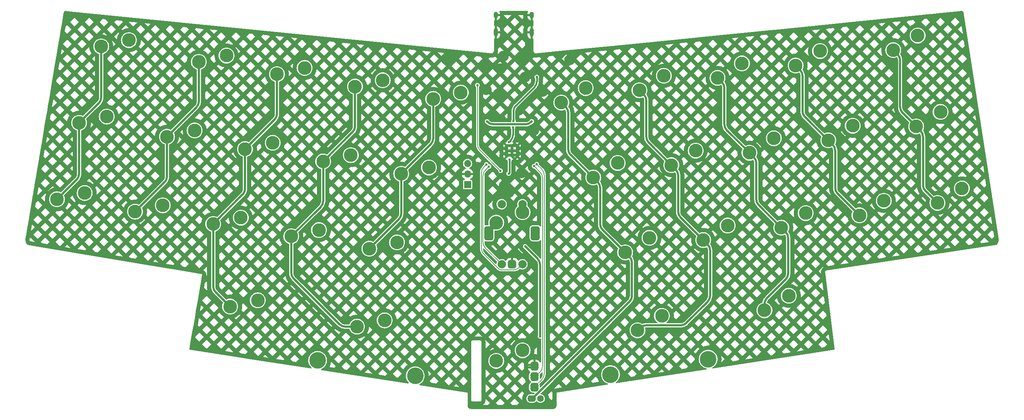
<source format=gbr>
%TF.GenerationSoftware,KiCad,Pcbnew,(7.0.0)*%
%TF.CreationDate,2024-04-21T21:29:12+02:00*%
%TF.ProjectId,clops,636c6f70-732e-46b6-9963-61645f706362,rev?*%
%TF.SameCoordinates,Original*%
%TF.FileFunction,Copper,L1,Top*%
%TF.FilePolarity,Positive*%
%FSLAX46Y46*%
G04 Gerber Fmt 4.6, Leading zero omitted, Abs format (unit mm)*
G04 Created by KiCad (PCBNEW (7.0.0)) date 2024-04-21 21:29:12*
%MOMM*%
%LPD*%
G01*
G04 APERTURE LIST*
G04 Aperture macros list*
%AMRoundRect*
0 Rectangle with rounded corners*
0 $1 Rounding radius*
0 $2 $3 $4 $5 $6 $7 $8 $9 X,Y pos of 4 corners*
0 Add a 4 corners polygon primitive as box body*
4,1,4,$2,$3,$4,$5,$6,$7,$8,$9,$2,$3,0*
0 Add four circle primitives for the rounded corners*
1,1,$1+$1,$2,$3*
1,1,$1+$1,$4,$5*
1,1,$1+$1,$6,$7*
1,1,$1+$1,$8,$9*
0 Add four rect primitives between the rounded corners*
20,1,$1+$1,$2,$3,$4,$5,0*
20,1,$1+$1,$4,$5,$6,$7,0*
20,1,$1+$1,$6,$7,$8,$9,0*
20,1,$1+$1,$8,$9,$2,$3,0*%
G04 Aperture macros list end*
%TA.AperFunction,ComponentPad*%
%ADD10C,4.000000*%
%TD*%
%TA.AperFunction,ComponentPad*%
%ADD11R,1.700000X1.700000*%
%TD*%
%TA.AperFunction,ComponentPad*%
%ADD12O,1.700000X1.700000*%
%TD*%
%TA.AperFunction,ComponentPad*%
%ADD13O,2.100000X1.600000*%
%TD*%
%TA.AperFunction,ComponentPad*%
%ADD14C,1.600000*%
%TD*%
%TA.AperFunction,ComponentPad*%
%ADD15C,2.000000*%
%TD*%
%TA.AperFunction,ComponentPad*%
%ADD16RoundRect,0.500000X0.500000X-0.500000X0.500000X0.500000X-0.500000X0.500000X-0.500000X-0.500000X0*%
%TD*%
%TA.AperFunction,ComponentPad*%
%ADD17RoundRect,0.550000X0.550000X-1.150000X0.550000X1.150000X-0.550000X1.150000X-0.550000X-1.150000X0*%
%TD*%
%TA.AperFunction,ComponentPad*%
%ADD18C,3.300000*%
%TD*%
%TA.AperFunction,ComponentPad*%
%ADD19C,0.600000*%
%TD*%
%TA.AperFunction,ComponentPad*%
%ADD20O,1.000000X1.600000*%
%TD*%
%TA.AperFunction,ComponentPad*%
%ADD21O,1.000000X2.100000*%
%TD*%
%TA.AperFunction,ViaPad*%
%ADD22C,0.600000*%
%TD*%
%TA.AperFunction,Conductor*%
%ADD23C,0.381000*%
%TD*%
%TA.AperFunction,Conductor*%
%ADD24C,0.635000*%
%TD*%
%TA.AperFunction,Conductor*%
%ADD25C,0.200000*%
%TD*%
%TA.AperFunction,Conductor*%
%ADD26C,0.500000*%
%TD*%
G04 APERTURE END LIST*
D10*
%TO.P,S1,*%
%TO.N,*%
X125107317Y-117753082D03*
X101587988Y-114027986D03*
%TD*%
D11*
%TO.P,SWD1,1,Pin_1*%
%TO.N,SWCLK*%
X137715624Y-71596249D03*
D12*
%TO.P,SWD1,2,Pin_2*%
%TO.N,GND*%
X137715624Y-69056249D03*
%TO.P,SWD1,3,Pin_3*%
%TO.N,SWD*%
X137715624Y-66516249D03*
%TD*%
D13*
%TO.P,EN1,A,A*%
%TO.N,/GPIO9*%
X153806249Y-120753249D03*
X153806249Y-120229249D03*
%TO.P,EN1,B,B*%
%TO.N,/GPIO11*%
X153806249Y-118213249D03*
X153806249Y-117689249D03*
%TO.P,EN1,C,C*%
%TO.N,GND*%
X153806249Y-115673249D03*
X153806249Y-115149249D03*
D14*
%TO.P,EN1,S1,S1*%
%TO.N,r_enc2*%
X155281250Y-123229250D03*
D13*
%TO.P,EN1,S2,S2*%
%TO.N,c_enc2*%
X153181249Y-123229249D03*
%TD*%
D15*
%TO.P,SW2,A,A*%
%TO.N,/GPIO18*%
X145931250Y-90843750D03*
%TO.P,SW2,B,B*%
%TO.N,/GPIO20*%
X150931250Y-90843750D03*
D16*
%TO.P,SW2,C,C*%
%TO.N,GND*%
X148431250Y-90843750D03*
D17*
%TO.P,SW2,MP*%
%TO.N,N/C*%
X142831250Y-83343750D03*
X154031250Y-83343750D03*
D15*
%TO.P,SW2,S1,S1*%
%TO.N,r_enc1*%
X150931250Y-76343750D03*
%TO.P,SW2,S2,S2*%
%TO.N,c_enc1*%
X145931250Y-76343750D03*
%TD*%
D10*
%TO.P,S2,*%
%TO.N,*%
X195673342Y-113725889D03*
X172154013Y-117450985D03*
%TD*%
D18*
%TO.P,MX9,1,1*%
%TO.N,/GPIO4*%
X216758472Y-42880000D03*
%TO.P,MX9,2,2*%
%TO.N,Net-(D9-A)*%
X222632949Y-39377913D03*
%TD*%
%TO.P,MX36,1,1*%
%TO.N,/GPIO5*%
X209235171Y-101933956D03*
%TO.P,MX36,2,2*%
%TO.N,Net-(D36-A)*%
X215109648Y-98431869D03*
%TD*%
%TO.P,MX20,1,1*%
%TO.N,/GPIO3*%
X245797965Y-57568057D03*
%TO.P,MX20,2,2*%
%TO.N,Net-(D20-A)*%
X251672442Y-54065970D03*
%TD*%
%TO.P,MX31,1,1*%
%TO.N,/GPIO24*%
X80496495Y-101041731D03*
%TO.P,MX31,2,2*%
%TO.N,Net-(D31-A)*%
X87165659Y-99526362D03*
%TD*%
%TO.P,MX15,1,1*%
%TO.N,c_enc1*%
X121735641Y-68998449D03*
%TO.P,MX15,2,2*%
%TO.N,Net-(D15-A)*%
X128404805Y-67483080D03*
%TD*%
%TO.P,MX5,1,1*%
%TO.N,c_enc1*%
X129419583Y-50928005D03*
%TO.P,MX5,2,2*%
%TO.N,Net-(D5-A)*%
X136088747Y-49412636D03*
%TD*%
%TO.P,MX29,1,1*%
%TO.N,/GPIO4*%
X232126357Y-79020888D03*
%TO.P,MX29,2,2*%
%TO.N,Net-(D29-A)*%
X238000834Y-75518801D03*
%TD*%
%TO.P,MX34,1,1*%
%TO.N,c_enc2*%
X144621250Y-114141250D03*
%TO.P,MX34,2,2*%
%TO.N,r_enc2*%
X150971250Y-111601250D03*
%TD*%
%TO.P,MX26,1,1*%
%TO.N,c_enc2*%
X175679968Y-87961118D03*
%TO.P,MX26,2,2*%
%TO.N,Net-(D26-A)*%
X181554445Y-84459031D03*
%TD*%
%TO.P,MX21,1,1*%
%TO.N,/GPIO26*%
X38789847Y-75148587D03*
%TO.P,MX21,2,2*%
%TO.N,Net-(D21-A)*%
X45459011Y-73633218D03*
%TD*%
%TO.P,MX25,1,1*%
%TO.N,c_enc1*%
X114051698Y-87068893D03*
%TO.P,MX25,2,2*%
%TO.N,Net-(D25-A)*%
X120720862Y-85553524D03*
%TD*%
%TO.P,MX3,1,1*%
%TO.N,/GPIO24*%
X91788657Y-44967852D03*
%TO.P,MX3,2,2*%
%TO.N,Net-(D3-A)*%
X98457821Y-43452483D03*
%TD*%
%TO.P,MX10,1,1*%
%TO.N,/GPIO3*%
X240277801Y-39154905D03*
%TO.P,MX10,2,2*%
%TO.N,Net-(D10-A)*%
X246152278Y-35652818D03*
%TD*%
%TO.P,MX35,1,1*%
%TO.N,/GPIO6*%
X178660045Y-106776581D03*
%TO.P,MX35,2,2*%
%TO.N,Net-(D35-A)*%
X184534522Y-103274494D03*
%TD*%
%TO.P,MX23,1,1*%
%TO.N,/GPIO24*%
X76420772Y-81108740D03*
%TO.P,MX23,2,2*%
%TO.N,Net-(D23-A)*%
X83089936Y-79593371D03*
%TD*%
%TO.P,MX14,1,1*%
%TO.N,/GPIO23*%
X102920178Y-66018373D03*
%TO.P,MX14,2,2*%
%TO.N,Net-(D14-A)*%
X109589342Y-64503004D03*
%TD*%
%TO.P,MX33,1,1*%
%TO.N,c_enc1*%
X144621250Y-80803750D03*
%TO.P,MX33,2,2*%
%TO.N,r_enc1*%
X150971250Y-78263750D03*
%TD*%
%TO.P,MX2,1,1*%
%TO.N,/GPIO25*%
X72973194Y-41987776D03*
%TO.P,MX2,2,2*%
%TO.N,Net-(D2-A)*%
X79642358Y-40472407D03*
%TD*%
%TO.P,MX6,1,1*%
%TO.N,c_enc2*%
X160312084Y-51820230D03*
%TO.P,MX6,2,2*%
%TO.N,Net-(D6-A)*%
X166186561Y-48318143D03*
%TD*%
%TO.P,MX19,1,1*%
%TO.N,/GPIO4*%
X224630569Y-60920643D03*
%TO.P,MX19,2,2*%
%TO.N,Net-(D19-A)*%
X230505046Y-57418556D03*
%TD*%
%TO.P,MX24,1,1*%
%TO.N,/GPIO23*%
X95236235Y-84088816D03*
%TO.P,MX24,2,2*%
%TO.N,Net-(D24-A)*%
X101905399Y-82573447D03*
%TD*%
%TO.P,MX18,1,1*%
%TO.N,/GPIO5*%
X205626951Y-63930521D03*
%TO.P,MX18,2,2*%
%TO.N,Net-(D18-A)*%
X211501428Y-60428434D03*
%TD*%
%TO.P,MX30,1,1*%
%TO.N,/GPIO3*%
X250941820Y-76040811D03*
%TO.P,MX30,2,2*%
%TO.N,Net-(D30-A)*%
X256816297Y-72538724D03*
%TD*%
D19*
%TO.P,U3,57,GND*%
%TO.N,GND*%
X149706250Y-64775000D03*
X149706250Y-63500000D03*
X149706250Y-62225000D03*
X148431250Y-64775000D03*
X148431250Y-63500000D03*
X148431250Y-62225000D03*
X147156250Y-64775000D03*
X147156250Y-63500000D03*
X147156250Y-62225000D03*
%TD*%
D18*
%TO.P,MX16,1,1*%
%TO.N,c_enc2*%
X167996026Y-69890674D03*
%TO.P,MX16,2,2*%
%TO.N,Net-(D16-A)*%
X173870503Y-66388587D03*
%TD*%
%TO.P,MX8,1,1*%
%TO.N,/GPIO5*%
X197943009Y-45860077D03*
%TO.P,MX8,2,2*%
%TO.N,Net-(D8-A)*%
X203817486Y-42357990D03*
%TD*%
%TO.P,MX32,1,1*%
%TO.N,/GPIO23*%
X111071622Y-105884356D03*
%TO.P,MX32,2,2*%
%TO.N,Net-(D32-A)*%
X117740786Y-104368987D03*
%TD*%
%TO.P,MX4,1,1*%
%TO.N,/GPIO23*%
X110604120Y-47947929D03*
%TO.P,MX4,2,2*%
%TO.N,Net-(D4-A)*%
X117273284Y-46432560D03*
%TD*%
%TO.P,MX17,1,1*%
%TO.N,/GPIO6*%
X186811489Y-66910597D03*
%TO.P,MX17,2,2*%
%TO.N,Net-(D17-A)*%
X192685966Y-63408510D03*
%TD*%
%TO.P,MX27,1,1*%
%TO.N,/GPIO6*%
X194495431Y-84981041D03*
%TO.P,MX27,2,2*%
%TO.N,Net-(D27-A)*%
X200369908Y-81478954D03*
%TD*%
%TO.P,MX7,1,1*%
%TO.N,/GPIO6*%
X179127547Y-48840154D03*
%TO.P,MX7,2,2*%
%TO.N,Net-(D7-A)*%
X185002024Y-45338067D03*
%TD*%
D20*
%TO.P,J1,S1,SHIELD*%
%TO.N,GND*%
X144508124Y-30699999D03*
D21*
X144508124Y-34879999D03*
D20*
X153148124Y-30699999D03*
D21*
X153148124Y-34879999D03*
%TD*%
D18*
%TO.P,MX13,1,1*%
%TO.N,/GPIO24*%
X84104715Y-63038296D03*
%TO.P,MX13,2,2*%
%TO.N,Net-(D13-A)*%
X90773879Y-61522927D03*
%TD*%
%TO.P,MX12,1,1*%
%TO.N,/GPIO25*%
X65289252Y-60058219D03*
%TO.P,MX12,2,2*%
%TO.N,Net-(D12-A)*%
X71958416Y-58542850D03*
%TD*%
%TO.P,MX11,1,1*%
%TO.N,/GPIO26*%
X44121856Y-56705633D03*
%TO.P,MX11,2,2*%
%TO.N,Net-(D11-A)*%
X50791020Y-55190264D03*
%TD*%
%TO.P,MX28,1,1*%
%TO.N,/GPIO5*%
X213310893Y-82000965D03*
%TO.P,MX28,2,2*%
%TO.N,Net-(D28-A)*%
X219185370Y-78498878D03*
%TD*%
%TO.P,MX22,1,1*%
%TO.N,/GPIO25*%
X57605310Y-78128663D03*
%TO.P,MX22,2,2*%
%TO.N,Net-(D22-A)*%
X64274474Y-76613294D03*
%TD*%
%TO.P,MX1,1,1*%
%TO.N,/GPIO26*%
X49453866Y-38262680D03*
%TO.P,MX1,2,2*%
%TO.N,Net-(D1-A)*%
X56123030Y-36747311D03*
%TD*%
D22*
%TO.N,GND*%
X146586750Y-71801633D03*
X145666355Y-55873407D03*
X145653125Y-43656250D03*
X152860375Y-37560250D03*
X153815094Y-113764858D03*
X148457206Y-88967439D03*
X146326333Y-40610611D03*
X153666500Y-58531018D03*
X144649500Y-55864018D03*
X152131239Y-39873243D03*
X141474500Y-57388018D03*
X155782590Y-49117857D03*
X162321875Y-41478661D03*
X142192875Y-48707375D03*
X136128125Y-69056250D03*
X151562832Y-45646586D03*
X150714625Y-68757250D03*
X147634051Y-73510052D03*
X141653125Y-43230500D03*
X132712169Y-41478661D03*
X145113875Y-49723375D03*
X144651705Y-37396256D03*
X149965750Y-53670175D03*
X155698500Y-66659018D03*
X140109250Y-67436893D03*
X150812500Y-41275000D03*
%TO.N,+1V1*%
X147697500Y-61362250D03*
X148652600Y-57807250D03*
X147631750Y-68935151D03*
X147824500Y-65599500D03*
%TO.N,~{RESET}*%
X145653125Y-68262500D03*
X140096875Y-47625000D03*
%TO.N,/GPIO11*%
X153742295Y-67151381D03*
%TO.N,/GPIO18*%
X142864205Y-67251736D03*
%TO.N,/GPIO1*%
X153164750Y-56356250D03*
X142419875Y-56356250D03*
%TO.N,/GPIO9*%
X154384375Y-66675000D03*
%TO.N,/GPIO20*%
X142237797Y-66754928D03*
%TO.N,/GPIO28*%
X151606250Y-86518750D03*
X155178125Y-108231250D03*
%TO.N,+3V3*%
X154413179Y-45642471D03*
X148778696Y-56306821D03*
%TD*%
D23*
%TO.N,GND*%
X153806250Y-113773702D02*
X153815094Y-113764858D01*
D24*
X147156250Y-62225000D02*
X149706250Y-62225000D01*
X147156250Y-64775000D02*
X147156250Y-62225000D01*
X149706250Y-64775000D02*
X149706250Y-62225000D01*
D23*
X153806250Y-115673250D02*
X153806250Y-113773702D01*
D24*
X147456250Y-64475000D02*
X147156250Y-64775000D01*
X147156250Y-63500000D02*
X149706250Y-63500000D01*
X149706250Y-64775000D02*
X149406250Y-64475000D01*
X148431250Y-62225000D02*
X148431250Y-64775000D01*
X149406250Y-64475000D02*
X147456250Y-64475000D01*
D23*
%TO.N,+1V1*%
X147824500Y-65599500D02*
X147824500Y-68742401D01*
X147697500Y-61362250D02*
X147987687Y-61072062D01*
X147987687Y-61072062D02*
X148066814Y-60992935D01*
X147824500Y-68742401D02*
X147631750Y-68935151D01*
X148652600Y-59578722D02*
X148652600Y-57807250D01*
X148066803Y-60992924D02*
G75*
G03*
X148652600Y-59578722I-1414203J1414224D01*
G01*
D25*
%TO.N,~{RESET}*%
X145653125Y-68262500D02*
X140682661Y-63292036D01*
X140096875Y-61877823D02*
X140096875Y-47625000D01*
X140096867Y-61877823D02*
G75*
G03*
X140682662Y-63292035I2000033J23D01*
G01*
%TO.N,/GPIO11*%
X153806250Y-118213250D02*
X155192339Y-116827161D01*
X155192338Y-68601424D02*
X153742295Y-67151381D01*
X155778125Y-115412948D02*
X155778125Y-70015638D01*
X155192320Y-116827142D02*
G75*
G03*
X155778125Y-115412948I-1414220J1414242D01*
G01*
X155778090Y-70015638D02*
G75*
G03*
X155192337Y-68601425I-1999990J38D01*
G01*
%TO.N,/GPIO18*%
X145931250Y-90843750D02*
X142017036Y-86929536D01*
X141431250Y-85515323D02*
X141431250Y-69513118D01*
X142017037Y-68098904D02*
X142864205Y-67251736D01*
X142017038Y-68098905D02*
G75*
G03*
X141431250Y-69513118I1414162J-1414195D01*
G01*
X141431220Y-85515323D02*
G75*
G03*
X142017037Y-86929535I1999980J23D01*
G01*
D26*
%TO.N,/GPIO1*%
X142534659Y-56471034D02*
X142419875Y-56356250D01*
X151635752Y-57056821D02*
X143948873Y-57056821D01*
X153164750Y-56356250D02*
X153049965Y-56471035D01*
X142534668Y-56471025D02*
G75*
G03*
X143948873Y-57056821I1414232J1414225D01*
G01*
X151635752Y-57056780D02*
G75*
G03*
X153049964Y-56471034I48J1999980D01*
G01*
%TO.N,/GPIO3*%
X241927801Y-41633332D02*
X241927801Y-52869466D01*
X245797965Y-57568057D02*
X246862179Y-58632271D01*
X248033752Y-73132743D02*
X250941820Y-76040811D01*
X242513588Y-54283680D02*
X245797965Y-57568057D01*
X247447965Y-60046484D02*
X247447965Y-71718529D01*
X240277801Y-39154905D02*
X241342015Y-40219119D01*
X247447955Y-71718529D02*
G75*
G03*
X248033752Y-73132743I2000045J29D01*
G01*
X247447986Y-60046484D02*
G75*
G03*
X246862179Y-58632271I-1999986J-16D01*
G01*
X241927777Y-41633332D02*
G75*
G03*
X241342014Y-40219120I-1999977J32D01*
G01*
X241927825Y-52869466D02*
G75*
G03*
X242513588Y-54283680I1999975J-34D01*
G01*
%TO.N,/GPIO4*%
X226280569Y-63399070D02*
X226280569Y-72346673D01*
X226866356Y-73760887D02*
X232126357Y-79020888D01*
X224630569Y-60920643D02*
X225694783Y-61984857D01*
X218408472Y-45358427D02*
X218408472Y-53870119D01*
X218994259Y-55284333D02*
X224630569Y-60920643D01*
X216758472Y-42880000D02*
X217822686Y-43944214D01*
X218408467Y-53870119D02*
G75*
G03*
X218994259Y-55284333I2000033J19D01*
G01*
X218408461Y-45358427D02*
G75*
G03*
X217822686Y-43944214I-1999961J27D01*
G01*
X226280599Y-63399070D02*
G75*
G03*
X225694783Y-61984857I-1999999J-30D01*
G01*
X226280598Y-72346673D02*
G75*
G03*
X226866357Y-73760886I2000002J-27D01*
G01*
%TO.N,/GPIO5*%
X214960893Y-84479392D02*
X214960893Y-93046355D01*
X207862738Y-76552810D02*
X213310893Y-82000965D01*
X200178796Y-58482366D02*
X205626951Y-63930521D01*
X197943009Y-45860077D02*
X199007223Y-46924291D01*
X205626951Y-63930521D02*
X206691165Y-64994735D01*
X214375106Y-94460569D02*
X209820957Y-99014718D01*
X207276951Y-66408948D02*
X207276951Y-75138596D01*
X213310893Y-82000965D02*
X214375107Y-83065179D01*
X199593009Y-48338504D02*
X199593009Y-57068152D01*
X209235171Y-100428931D02*
X209235171Y-101933956D01*
X207276969Y-75138596D02*
G75*
G03*
X207862739Y-76552809I2000031J-4D01*
G01*
X214375127Y-94460590D02*
G75*
G03*
X214960893Y-93046355I-1414227J1414190D01*
G01*
X199593003Y-48338504D02*
G75*
G03*
X199007223Y-46924291I-2000003J4D01*
G01*
X209820935Y-99014696D02*
G75*
G03*
X209235171Y-100428931I1414265J-1414204D01*
G01*
X214960900Y-84479392D02*
G75*
G03*
X214375107Y-83065179I-2000000J-8D01*
G01*
X207276931Y-66408948D02*
G75*
G03*
X206691165Y-64994735I-1999931J48D01*
G01*
X199593041Y-57068152D02*
G75*
G03*
X200178796Y-58482366I1999959J-48D01*
G01*
%TO.N,/GPIO6*%
X179127547Y-48840154D02*
X180191761Y-49904368D01*
X180777547Y-51318581D02*
X180777547Y-60048228D01*
X195559644Y-99859353D02*
X190436033Y-104982964D01*
X186811489Y-66910597D02*
X187875703Y-67974811D01*
X179282089Y-106154537D02*
X178660045Y-106776581D01*
X189047276Y-79532886D02*
X194495431Y-84981041D01*
X194495431Y-84981041D02*
X195559645Y-86045255D01*
X188461489Y-69389024D02*
X188461489Y-78118672D01*
X189021820Y-105568750D02*
X180696303Y-105568750D01*
X196145431Y-87459468D02*
X196145431Y-98445139D01*
X181363334Y-61462442D02*
X186811489Y-66910597D01*
X196145444Y-87459468D02*
G75*
G03*
X195559645Y-86045255I-2000044J-32D01*
G01*
X195559631Y-99859340D02*
G75*
G03*
X196145431Y-98445139I-1414231J1414240D01*
G01*
X189021820Y-105568778D02*
G75*
G03*
X190436033Y-104982964I-20J1999978D01*
G01*
X180777514Y-60048228D02*
G75*
G03*
X181363334Y-61462442I1999986J28D01*
G01*
X180777546Y-51318581D02*
G75*
G03*
X180191761Y-49904368I-2000046J-19D01*
G01*
X188461475Y-69389024D02*
G75*
G03*
X187875703Y-67974811I-1999975J24D01*
G01*
X180696303Y-105568738D02*
G75*
G03*
X179282089Y-106154537I-3J-1999962D01*
G01*
X188461513Y-78118672D02*
G75*
G03*
X189047277Y-79532885I1999987J-28D01*
G01*
D25*
%TO.N,/GPIO9*%
X153806250Y-120229250D02*
X154011375Y-120229250D01*
X155592338Y-67882963D02*
X154384375Y-66675000D01*
X156178125Y-117234073D02*
X156178125Y-69297177D01*
X154011375Y-120229250D02*
X155592339Y-118648286D01*
X156178133Y-69297177D02*
G75*
G03*
X155592337Y-67882964I-2000033J-23D01*
G01*
X155592358Y-118648305D02*
G75*
G03*
X156178125Y-117234073I-1414258J1414205D01*
G01*
%TO.N,/GPIO20*%
X141031250Y-86953801D02*
X141031250Y-68789902D01*
X150931250Y-90843750D02*
X150190036Y-91584964D01*
X148775823Y-92170750D02*
X145853224Y-92170750D01*
X141617037Y-67375688D02*
X142237797Y-66754928D01*
X145113275Y-91864253D02*
X141617036Y-88368014D01*
X141617046Y-67375697D02*
G75*
G03*
X141031250Y-68789902I1414154J-1414203D01*
G01*
X141031235Y-86953801D02*
G75*
G03*
X141617036Y-88368014I1999965J1D01*
G01*
X148775823Y-92170780D02*
G75*
G03*
X150190035Y-91584963I-23J1999980D01*
G01*
X145113262Y-91864266D02*
G75*
G03*
X145853224Y-92170750I739938J739966D01*
G01*
D26*
%TO.N,/GPIO23*%
X108253019Y-105884356D02*
X111071622Y-105884356D01*
X102920178Y-66018373D02*
X102920178Y-75576446D01*
X95822022Y-94281786D02*
X106838806Y-105298570D01*
X95236235Y-84088816D02*
X95236235Y-92867572D01*
X110018333Y-58920218D02*
X102920178Y-66018373D01*
X110604120Y-47947929D02*
X110604120Y-57506004D01*
X102334391Y-76990660D02*
X95236235Y-84088816D01*
X110018335Y-58920220D02*
G75*
G03*
X110604120Y-57506004I-1414235J1414220D01*
G01*
X106838806Y-105298570D02*
G75*
G03*
X108253019Y-105884356I1414194J1414170D01*
G01*
X95236245Y-92867572D02*
G75*
G03*
X95822022Y-94281786I1999955J-28D01*
G01*
X102334364Y-76990633D02*
G75*
G03*
X102920178Y-75576446I-1414164J1414233D01*
G01*
%TO.N,/GPIO24*%
X76420772Y-81108740D02*
X76420772Y-96137581D01*
X91202870Y-55940141D02*
X84104715Y-63038296D01*
X84104715Y-63038296D02*
X84104715Y-72596370D01*
X83518928Y-74010584D02*
X76420772Y-81108740D01*
X77006559Y-97551795D02*
X80496495Y-101041731D01*
X91788657Y-44967852D02*
X91788657Y-54525927D01*
X83518946Y-74010602D02*
G75*
G03*
X84104715Y-72596370I-1414246J1414202D01*
G01*
X91202848Y-55940119D02*
G75*
G03*
X91788657Y-54525927I-1414148J1414219D01*
G01*
X76420794Y-96137581D02*
G75*
G03*
X77006559Y-97551795I2000006J-19D01*
G01*
%TO.N,/GPIO25*%
X72387407Y-52960064D02*
X65289252Y-60058219D01*
X65289252Y-60058219D02*
X65289252Y-69616294D01*
X72973194Y-41987776D02*
X72973194Y-51545850D01*
X64703465Y-71030508D02*
X57605310Y-78128663D01*
X64703458Y-71030501D02*
G75*
G03*
X65289252Y-69616294I-1414158J1414201D01*
G01*
X72387431Y-52960088D02*
G75*
G03*
X72973194Y-51545850I-1414231J1414188D01*
G01*
%TO.N,/GPIO26*%
X48868079Y-51959410D02*
X44121856Y-56705633D01*
X49453866Y-38262680D02*
X49453866Y-50545196D01*
X43536069Y-70402365D02*
X38789847Y-75148587D01*
X44121856Y-56705633D02*
X44121856Y-68988151D01*
X48868074Y-51959405D02*
G75*
G03*
X49453866Y-50545196I-1414174J1414205D01*
G01*
X43536084Y-70402380D02*
G75*
G03*
X44121856Y-68988151I-1414184J1414180D01*
G01*
%TO.N,/GPIO28*%
X155178125Y-108231250D02*
X155178125Y-90919052D01*
X154592338Y-89504838D02*
X151606250Y-86518750D01*
X155178151Y-90919052D02*
G75*
G03*
X154592338Y-89504838I-2000051J-48D01*
G01*
D23*
%TO.N,+3V3*%
X148778696Y-53960248D02*
X148778696Y-56306821D01*
X153827392Y-48083126D02*
X149364483Y-52546034D01*
X154413179Y-45642471D02*
X154413179Y-46668912D01*
X149364458Y-52546009D02*
G75*
G03*
X148778696Y-53960248I1414242J-1414191D01*
G01*
X153827382Y-48083116D02*
G75*
G03*
X154413179Y-46668912I-1414182J1414216D01*
G01*
D26*
%TO.N,c_enc1*%
X128833796Y-61900294D02*
X121735641Y-68998449D01*
X121735641Y-68998449D02*
X121735641Y-78556523D01*
X121149854Y-79970737D02*
X114051698Y-87068893D01*
X129419583Y-50928005D02*
X129419583Y-60486080D01*
X121149851Y-79970734D02*
G75*
G03*
X121735641Y-78556523I-1414251J1414234D01*
G01*
X128833803Y-61900301D02*
G75*
G03*
X129419583Y-60486080I-1414203J1414201D01*
G01*
%TO.N,c_enc2*%
X167996026Y-69890674D02*
X169060240Y-70954888D01*
X177329968Y-98418872D02*
X177329968Y-90439545D01*
X162547871Y-64442519D02*
X167996026Y-69890674D01*
X169646026Y-72369101D02*
X169646026Y-81098749D01*
X176744181Y-89025331D02*
X175679968Y-87961118D01*
X170231813Y-82512963D02*
X175679968Y-87961118D01*
X161962084Y-54298657D02*
X161962084Y-63028305D01*
X176744181Y-99833086D02*
X153348017Y-123229250D01*
X160312084Y-51820230D02*
X161376298Y-52884444D01*
X177329945Y-90439545D02*
G75*
G03*
X176744181Y-89025331I-1999945J45D01*
G01*
X169645984Y-81098749D02*
G75*
G03*
X170231813Y-82512963I2000016J49D01*
G01*
X161962119Y-54298657D02*
G75*
G03*
X161376298Y-52884444I-2000019J-43D01*
G01*
X161962086Y-63028305D02*
G75*
G03*
X162547872Y-64442518I2000014J5D01*
G01*
X176744188Y-99833093D02*
G75*
G03*
X177329968Y-98418872I-1414188J1414193D01*
G01*
X169646017Y-72369101D02*
G75*
G03*
X169060240Y-70954888I-2000017J1D01*
G01*
%TD*%
%TA.AperFunction,Conductor*%
%TO.N,GND*%
G36*
X152201369Y-29724607D02*
G01*
X152255729Y-29777649D01*
X152276882Y-29850593D01*
X152259333Y-29924488D01*
X152215799Y-30005932D01*
X152210224Y-30019392D01*
X152156835Y-30195390D01*
X152153992Y-30209681D01*
X152140483Y-30346843D01*
X152140125Y-30354143D01*
X152140125Y-30431325D01*
X152142559Y-30443565D01*
X152154800Y-30446000D01*
X153253125Y-30446000D01*
X153310145Y-30457342D01*
X153358484Y-30489641D01*
X153390783Y-30537980D01*
X153402125Y-30595000D01*
X153402125Y-31958855D01*
X153405264Y-31972073D01*
X153431988Y-31970432D01*
X153491752Y-31979017D01*
X153543202Y-32010611D01*
X153577892Y-32060027D01*
X153590125Y-32119152D01*
X153590125Y-33210848D01*
X153577892Y-33269973D01*
X153543202Y-33319389D01*
X153491752Y-33350983D01*
X153431988Y-33359568D01*
X153405264Y-33357926D01*
X153402125Y-33371145D01*
X153402125Y-36388855D01*
X153405264Y-36402073D01*
X153431988Y-36400432D01*
X153491752Y-36409017D01*
X153543202Y-36440611D01*
X153577892Y-36490027D01*
X153590125Y-36549152D01*
X153590125Y-39229849D01*
X153590150Y-39229910D01*
X153590160Y-39230008D01*
X153590169Y-39310568D01*
X153591690Y-39317967D01*
X153591691Y-39317968D01*
X153621208Y-39461484D01*
X153621210Y-39461491D01*
X153622732Y-39468890D01*
X153660076Y-39555845D01*
X153676779Y-39594740D01*
X153686515Y-39617409D01*
X153690832Y-39623607D01*
X153690833Y-39623608D01*
X153760803Y-39724057D01*
X153778902Y-39750039D01*
X153810741Y-39780275D01*
X153875855Y-39842112D01*
X153896108Y-39861345D01*
X154033329Y-39946764D01*
X154108956Y-39974718D01*
X154108965Y-39974734D01*
X154109147Y-39974788D01*
X154109604Y-39974957D01*
X154109668Y-39974781D01*
X155987158Y-39787682D01*
X166051426Y-39787682D01*
X166770588Y-40506844D01*
X167648948Y-39628483D01*
X166051426Y-39787682D01*
X155987158Y-39787682D01*
X159202279Y-39467283D01*
X169266561Y-39467283D01*
X170306122Y-40506844D01*
X171368196Y-39444769D01*
X172779581Y-39444769D01*
X173841656Y-40506844D01*
X174903730Y-39444769D01*
X176315115Y-39444769D01*
X177377190Y-40506844D01*
X178439264Y-39444769D01*
X179850649Y-39444769D01*
X180912724Y-40506844D01*
X181974798Y-39444769D01*
X183386183Y-39444769D01*
X184448258Y-40506844D01*
X185510332Y-39444769D01*
X186921717Y-39444769D01*
X187983792Y-40506844D01*
X189045866Y-39444769D01*
X190457251Y-39444769D01*
X191519326Y-40506844D01*
X192581400Y-39444769D01*
X193992785Y-39444769D01*
X195054859Y-40506844D01*
X196116934Y-39444769D01*
X197528319Y-39444769D01*
X198590393Y-40506844D01*
X199652468Y-39444769D01*
X201063853Y-39444769D01*
X201847730Y-40228646D01*
X201864052Y-40212326D01*
X201867881Y-40208631D01*
X201904459Y-40174577D01*
X201908415Y-40171023D01*
X201924481Y-40157102D01*
X201928560Y-40153693D01*
X201967461Y-40122344D01*
X201971662Y-40119081D01*
X202189291Y-39956165D01*
X202193607Y-39953053D01*
X202234654Y-39924554D01*
X202239075Y-39921599D01*
X202256960Y-39910105D01*
X202261485Y-39907310D01*
X202304461Y-39881811D01*
X202309084Y-39879179D01*
X202547684Y-39748894D01*
X202552399Y-39746428D01*
X202597092Y-39724057D01*
X202601890Y-39721761D01*
X202621228Y-39712930D01*
X202626102Y-39710808D01*
X202672256Y-39691690D01*
X202677207Y-39689743D01*
X202931919Y-39594740D01*
X202936934Y-39592970D01*
X202984329Y-39577195D01*
X202989402Y-39575607D01*
X203009800Y-39569617D01*
X203014933Y-39568208D01*
X203063370Y-39555845D01*
X203068546Y-39554622D01*
X203080819Y-39551952D01*
X203188001Y-39444769D01*
X204599386Y-39444769D01*
X204776900Y-39622283D01*
X204957765Y-39689743D01*
X204962716Y-39691690D01*
X205008870Y-39710808D01*
X205013744Y-39712930D01*
X205033082Y-39721761D01*
X205037880Y-39724057D01*
X205082573Y-39746428D01*
X205087288Y-39748894D01*
X205325888Y-39879179D01*
X205330511Y-39881811D01*
X205373487Y-39907310D01*
X205378012Y-39910105D01*
X205395897Y-39921599D01*
X205400318Y-39924554D01*
X205441365Y-39953053D01*
X205445681Y-39956165D01*
X205663310Y-40119081D01*
X205667511Y-40122344D01*
X205706412Y-40153693D01*
X205710491Y-40157102D01*
X205726557Y-40171023D01*
X205730513Y-40174577D01*
X205767091Y-40208631D01*
X205770921Y-40212326D01*
X205863449Y-40304854D01*
X206723535Y-39444769D01*
X208134920Y-39444769D01*
X209196995Y-40506844D01*
X210259069Y-39444769D01*
X211670454Y-39444769D01*
X212732529Y-40506844D01*
X213794603Y-39444769D01*
X215205988Y-39444769D01*
X215876647Y-40115428D01*
X215877920Y-40114980D01*
X215925315Y-40099205D01*
X215930388Y-40097617D01*
X215950786Y-40091627D01*
X215955919Y-40090218D01*
X216004356Y-40077855D01*
X216009533Y-40076632D01*
X216275174Y-40018846D01*
X216280391Y-40017808D01*
X216329577Y-40008934D01*
X216334830Y-40008083D01*
X216355872Y-40005058D01*
X216361150Y-40004395D01*
X216410820Y-39999056D01*
X216416114Y-39998583D01*
X216687274Y-39979189D01*
X216692584Y-39978904D01*
X216742522Y-39977120D01*
X216747842Y-39977025D01*
X216769102Y-39977025D01*
X216774422Y-39977120D01*
X216796980Y-39977925D01*
X217330136Y-39444769D01*
X218741522Y-39444769D01*
X219803596Y-40506843D01*
X219917853Y-40392586D01*
X219869699Y-40263480D01*
X219867929Y-40258465D01*
X219852154Y-40211070D01*
X219850566Y-40205997D01*
X219844576Y-40185599D01*
X219843167Y-40180466D01*
X219830804Y-40132029D01*
X219829581Y-40126852D01*
X219771795Y-39861211D01*
X219770757Y-39855994D01*
X219761883Y-39806808D01*
X219761032Y-39801555D01*
X219758007Y-39780513D01*
X219757344Y-39775235D01*
X219752005Y-39725565D01*
X219751532Y-39720271D01*
X219732138Y-39449111D01*
X219731853Y-39443801D01*
X219730069Y-39393863D01*
X219729974Y-39388543D01*
X219729974Y-39377913D01*
X220727594Y-39377913D01*
X220727974Y-39383226D01*
X220746607Y-39643759D01*
X220746608Y-39643771D01*
X220746988Y-39649073D01*
X220748117Y-39654266D01*
X220748119Y-39654275D01*
X220803643Y-39909517D01*
X220804774Y-39914714D01*
X220899777Y-40169426D01*
X220902328Y-40174097D01*
X220902329Y-40174100D01*
X221000537Y-40353955D01*
X221030062Y-40408026D01*
X221033254Y-40412290D01*
X221033256Y-40412293D01*
X221086215Y-40483037D01*
X221192978Y-40625655D01*
X221385207Y-40817884D01*
X221602836Y-40980800D01*
X221841436Y-41111085D01*
X222096148Y-41206088D01*
X222361789Y-41263874D01*
X222632949Y-41283268D01*
X222904109Y-41263874D01*
X223169750Y-41206088D01*
X223424462Y-41111085D01*
X223663062Y-40980800D01*
X223880691Y-40817884D01*
X224072920Y-40625655D01*
X224235836Y-40408026D01*
X224366121Y-40169426D01*
X224461124Y-39914714D01*
X224518910Y-39649073D01*
X224533522Y-39444769D01*
X225812590Y-39444769D01*
X226874665Y-40506844D01*
X227936739Y-39444769D01*
X229348124Y-39444769D01*
X230410199Y-40506844D01*
X231472273Y-39444769D01*
X232883658Y-39444769D01*
X233945732Y-40506844D01*
X235007807Y-39444769D01*
X236419192Y-39444769D01*
X237481266Y-40506843D01*
X237634059Y-40354050D01*
X237632741Y-40351163D01*
X237630619Y-40346289D01*
X237611501Y-40300135D01*
X237609554Y-40295184D01*
X237514551Y-40040472D01*
X237512781Y-40035457D01*
X237497006Y-39988062D01*
X237495418Y-39982989D01*
X237489428Y-39962591D01*
X237488019Y-39957458D01*
X237475656Y-39909021D01*
X237474433Y-39903844D01*
X237416647Y-39638203D01*
X237415609Y-39632986D01*
X237406735Y-39583800D01*
X237405884Y-39578547D01*
X237402859Y-39557505D01*
X237402196Y-39552227D01*
X237396857Y-39502557D01*
X237396384Y-39497263D01*
X237376990Y-39226103D01*
X237376705Y-39220793D01*
X237374921Y-39170855D01*
X237374826Y-39165535D01*
X237374826Y-39154905D01*
X238372446Y-39154905D01*
X238372826Y-39160218D01*
X238391459Y-39420751D01*
X238391460Y-39420763D01*
X238391840Y-39426065D01*
X238392969Y-39431258D01*
X238392971Y-39431267D01*
X238448495Y-39686509D01*
X238449626Y-39691706D01*
X238544629Y-39946418D01*
X238547180Y-39951089D01*
X238547181Y-39951092D01*
X238656045Y-40150462D01*
X238674914Y-40185018D01*
X238678106Y-40189282D01*
X238678108Y-40189285D01*
X238728916Y-40257156D01*
X238837830Y-40402647D01*
X239030059Y-40594876D01*
X239247688Y-40757792D01*
X239486288Y-40888077D01*
X239741000Y-40983080D01*
X240006641Y-41040866D01*
X240277801Y-41060260D01*
X240548961Y-41040866D01*
X240814602Y-40983080D01*
X241069314Y-40888077D01*
X241069338Y-40888143D01*
X241142180Y-40875517D01*
X241213498Y-40900912D01*
X241263131Y-40958075D01*
X241308830Y-41050746D01*
X241316278Y-41068727D01*
X241373050Y-41235979D01*
X241378093Y-41254804D01*
X241412546Y-41428021D01*
X241415090Y-41447346D01*
X241426981Y-41628821D01*
X241427300Y-41638563D01*
X241427300Y-41668665D01*
X241427300Y-41699216D01*
X241427301Y-41699220D01*
X241427301Y-52905265D01*
X241427315Y-52905367D01*
X241427323Y-52905592D01*
X241427323Y-52966090D01*
X241427323Y-53009882D01*
X241427789Y-53014022D01*
X241427790Y-53014032D01*
X241457695Y-53279486D01*
X241458763Y-53288966D01*
X241459691Y-53293032D01*
X241519539Y-53555264D01*
X241521254Y-53562775D01*
X241522634Y-53566721D01*
X241522635Y-53566722D01*
X241612629Y-53823923D01*
X241612633Y-53823933D01*
X241614009Y-53827865D01*
X241615821Y-53831629D01*
X241615822Y-53831630D01*
X241726070Y-54060573D01*
X241735861Y-54080904D01*
X241738088Y-54084449D01*
X241738089Y-54084450D01*
X241883052Y-54315164D01*
X241883059Y-54315174D01*
X241885279Y-54318707D01*
X241902389Y-54340163D01*
X242052245Y-54528082D01*
X242060383Y-54538286D01*
X242081454Y-54559358D01*
X242134354Y-54612259D01*
X242134367Y-54612273D01*
X242159676Y-54637582D01*
X242159677Y-54637583D01*
X242206269Y-54684176D01*
X242206271Y-54684176D01*
X242206271Y-54684177D01*
X244068512Y-56546418D01*
X244102758Y-56599706D01*
X244111774Y-56662404D01*
X244093929Y-56723182D01*
X244067347Y-56771864D01*
X244067339Y-56771879D01*
X244064793Y-56776544D01*
X244062934Y-56781526D01*
X244062928Y-56781541D01*
X243974149Y-57019569D01*
X243969790Y-57031256D01*
X243968661Y-57036442D01*
X243968659Y-57036452D01*
X243913135Y-57291694D01*
X243913133Y-57291705D01*
X243912004Y-57296897D01*
X243911624Y-57302196D01*
X243911623Y-57302210D01*
X243895594Y-57526340D01*
X243892610Y-57568057D01*
X243892990Y-57573370D01*
X243911623Y-57833903D01*
X243911624Y-57833915D01*
X243912004Y-57839217D01*
X243913133Y-57844410D01*
X243913135Y-57844419D01*
X243964444Y-58080284D01*
X243969790Y-58104858D01*
X244064793Y-58359570D01*
X244067344Y-58364241D01*
X244067345Y-58364244D01*
X244177666Y-58566282D01*
X244195078Y-58598170D01*
X244198270Y-58602434D01*
X244198272Y-58602437D01*
X244212925Y-58622011D01*
X244357994Y-58815799D01*
X244550223Y-59008028D01*
X244767852Y-59170944D01*
X245006452Y-59301229D01*
X245261164Y-59396232D01*
X245526805Y-59454018D01*
X245797965Y-59473412D01*
X246069125Y-59454018D01*
X246334766Y-59396232D01*
X246589478Y-59301229D01*
X246589500Y-59301289D01*
X246662363Y-59288661D01*
X246733680Y-59314055D01*
X246783312Y-59371218D01*
X246829017Y-59463896D01*
X246836476Y-59481902D01*
X246893247Y-59649137D01*
X246898292Y-59667963D01*
X246932750Y-59841187D01*
X246935294Y-59860510D01*
X246947146Y-60041301D01*
X246947465Y-60051048D01*
X246947465Y-71652640D01*
X246947464Y-71652644D01*
X246947464Y-71652651D01*
X246947464Y-71652652D01*
X246947464Y-71718487D01*
X246947460Y-71718536D01*
X246947455Y-71718536D01*
X246947455Y-71718588D01*
X246947455Y-71718589D01*
X246947456Y-71854771D01*
X246947456Y-71854787D01*
X246947457Y-71858961D01*
X246947926Y-71863123D01*
X246978435Y-72133881D01*
X246978437Y-72133896D01*
X246978905Y-72138044D01*
X246979833Y-72142110D01*
X246979836Y-72142127D01*
X247040472Y-72407774D01*
X247041403Y-72411851D01*
X247042781Y-72415790D01*
X247042784Y-72415799D01*
X247132785Y-72673001D01*
X247132789Y-72673011D01*
X247134164Y-72676940D01*
X247135969Y-72680689D01*
X247135974Y-72680700D01*
X247251652Y-72920904D01*
X247256021Y-72929976D01*
X247301857Y-73002923D01*
X247403215Y-73164232D01*
X247403219Y-73164238D01*
X247405443Y-73167777D01*
X247408047Y-73171043D01*
X247408049Y-73171045D01*
X247575608Y-73381159D01*
X247580549Y-73387354D01*
X247583500Y-73390305D01*
X247583501Y-73390306D01*
X249212367Y-75019172D01*
X249246613Y-75072460D01*
X249255629Y-75135158D01*
X249237784Y-75195936D01*
X249211202Y-75244618D01*
X249211194Y-75244633D01*
X249208648Y-75249298D01*
X249206789Y-75254280D01*
X249206783Y-75254295D01*
X249116543Y-75496239D01*
X249113645Y-75504010D01*
X249112516Y-75509196D01*
X249112514Y-75509206D01*
X249056990Y-75764448D01*
X249056988Y-75764459D01*
X249055859Y-75769651D01*
X249055479Y-75774950D01*
X249055478Y-75774964D01*
X249039381Y-76000041D01*
X249036465Y-76040811D01*
X249036845Y-76046124D01*
X249055478Y-76306657D01*
X249055479Y-76306669D01*
X249055859Y-76311971D01*
X249056988Y-76317164D01*
X249056990Y-76317173D01*
X249112514Y-76572415D01*
X249113645Y-76577612D01*
X249208648Y-76832324D01*
X249211199Y-76836995D01*
X249211200Y-76836998D01*
X249329453Y-77053562D01*
X249338933Y-77070924D01*
X249342125Y-77075188D01*
X249342127Y-77075191D01*
X249402040Y-77155225D01*
X249501849Y-77288553D01*
X249694078Y-77480782D01*
X249911707Y-77643698D01*
X250150307Y-77773983D01*
X250405019Y-77868986D01*
X250670660Y-77926772D01*
X250941820Y-77946166D01*
X251212980Y-77926772D01*
X251478621Y-77868986D01*
X251733333Y-77773983D01*
X251971933Y-77643698D01*
X252006443Y-77617864D01*
X253379083Y-77617864D01*
X253391169Y-77629950D01*
X254453243Y-76567875D01*
X255864628Y-76567875D01*
X256926703Y-77629950D01*
X257988777Y-76567875D01*
X259400162Y-76567875D01*
X260462237Y-77629950D01*
X261524311Y-76567875D01*
X260462237Y-75505801D01*
X259400162Y-76567875D01*
X257988777Y-76567875D01*
X256926703Y-75505801D01*
X255864628Y-76567875D01*
X254453243Y-76567875D01*
X253841679Y-75956311D01*
X253842631Y-75969613D01*
X253842916Y-75974923D01*
X253844700Y-76024861D01*
X253844795Y-76030181D01*
X253844795Y-76051441D01*
X253844700Y-76056761D01*
X253842916Y-76106699D01*
X253842631Y-76112009D01*
X253823237Y-76383169D01*
X253822764Y-76388463D01*
X253817425Y-76438133D01*
X253816762Y-76443411D01*
X253813737Y-76464453D01*
X253812886Y-76469706D01*
X253804012Y-76518892D01*
X253802974Y-76524109D01*
X253745188Y-76789750D01*
X253743965Y-76794927D01*
X253731602Y-76843364D01*
X253730193Y-76848497D01*
X253724203Y-76868895D01*
X253722615Y-76873968D01*
X253706840Y-76921363D01*
X253705070Y-76926378D01*
X253610067Y-77181090D01*
X253608120Y-77186041D01*
X253589002Y-77232195D01*
X253586880Y-77237069D01*
X253578049Y-77256407D01*
X253575753Y-77261205D01*
X253553382Y-77305898D01*
X253550916Y-77310613D01*
X253420631Y-77549213D01*
X253417999Y-77553836D01*
X253392500Y-77596812D01*
X253389705Y-77601337D01*
X253379083Y-77617864D01*
X252006443Y-77617864D01*
X252189562Y-77480782D01*
X252381791Y-77288553D01*
X252544707Y-77070924D01*
X252674992Y-76832324D01*
X252769995Y-76577612D01*
X252827781Y-76311971D01*
X252847175Y-76040811D01*
X252827781Y-75769651D01*
X252769995Y-75504010D01*
X252674992Y-75249298D01*
X252544707Y-75010698D01*
X252387060Y-74800108D01*
X254096861Y-74800108D01*
X255158935Y-75862182D01*
X255776623Y-75244494D01*
X255676018Y-75206971D01*
X255671067Y-75205024D01*
X255624913Y-75185906D01*
X255620039Y-75183784D01*
X255617624Y-75182681D01*
X258014968Y-75182681D01*
X258694470Y-75862183D01*
X259756544Y-74800109D01*
X259756543Y-74800108D01*
X261167929Y-74800108D01*
X262230003Y-75862182D01*
X263147248Y-74944938D01*
X263094438Y-74602469D01*
X262230003Y-73738034D01*
X261167929Y-74800108D01*
X259756543Y-74800108D01*
X259177550Y-74221115D01*
X259055206Y-74384548D01*
X259051943Y-74388749D01*
X259020594Y-74427650D01*
X259017185Y-74431729D01*
X259003264Y-74447795D01*
X258999710Y-74451751D01*
X258965656Y-74488329D01*
X258961961Y-74492159D01*
X258769732Y-74684388D01*
X258765902Y-74688083D01*
X258729324Y-74722137D01*
X258725368Y-74725691D01*
X258709302Y-74739612D01*
X258705223Y-74743021D01*
X258666322Y-74774370D01*
X258662121Y-74777633D01*
X258444492Y-74940549D01*
X258440176Y-74943661D01*
X258399129Y-74972160D01*
X258394708Y-74975115D01*
X258376823Y-74986609D01*
X258372298Y-74989404D01*
X258329322Y-75014903D01*
X258324699Y-75017535D01*
X258086099Y-75147820D01*
X258081384Y-75150286D01*
X258036691Y-75172657D01*
X258031893Y-75174953D01*
X258014968Y-75182681D01*
X255617624Y-75182681D01*
X255600701Y-75174953D01*
X255595903Y-75172657D01*
X255551210Y-75150286D01*
X255546495Y-75147820D01*
X255307895Y-75017535D01*
X255303272Y-75014903D01*
X255260296Y-74989404D01*
X255255771Y-74986609D01*
X255237886Y-74975115D01*
X255233465Y-74972160D01*
X255192418Y-74943661D01*
X255188102Y-74940549D01*
X254970473Y-74777633D01*
X254966272Y-74774370D01*
X254927371Y-74743021D01*
X254923292Y-74739612D01*
X254907226Y-74725691D01*
X254903270Y-74722137D01*
X254866692Y-74688083D01*
X254862862Y-74684388D01*
X254670633Y-74492159D01*
X254666938Y-74488329D01*
X254632884Y-74451751D01*
X254629330Y-74447795D01*
X254615409Y-74431729D01*
X254612000Y-74427650D01*
X254580651Y-74388749D01*
X254577388Y-74384548D01*
X254549574Y-74347394D01*
X254096861Y-74800108D01*
X252387060Y-74800108D01*
X252381791Y-74793069D01*
X252189562Y-74600840D01*
X252073251Y-74513770D01*
X251976200Y-74441118D01*
X251976197Y-74441116D01*
X251971933Y-74437924D01*
X251953118Y-74427650D01*
X251738007Y-74310191D01*
X251738004Y-74310190D01*
X251733333Y-74307639D01*
X251722812Y-74303715D01*
X251642492Y-74273757D01*
X251478621Y-74212636D01*
X251473430Y-74211506D01*
X251473424Y-74211505D01*
X251218182Y-74155981D01*
X251218173Y-74155979D01*
X251212980Y-74154850D01*
X251207678Y-74154470D01*
X251207666Y-74154469D01*
X250947133Y-74135836D01*
X250941820Y-74135456D01*
X250936507Y-74135836D01*
X250675973Y-74154469D01*
X250675959Y-74154470D01*
X250670660Y-74154850D01*
X250665468Y-74155979D01*
X250665457Y-74155981D01*
X250410215Y-74211505D01*
X250410205Y-74211507D01*
X250405019Y-74212636D01*
X250400032Y-74214495D01*
X250400032Y-74214496D01*
X250155304Y-74305774D01*
X250155289Y-74305780D01*
X250150307Y-74307639D01*
X250145642Y-74310185D01*
X250145627Y-74310193D01*
X250096945Y-74336775D01*
X250036167Y-74354620D01*
X249973469Y-74345604D01*
X249920181Y-74311358D01*
X248391103Y-72782280D01*
X248384438Y-72775163D01*
X248350460Y-72736418D01*
X248264770Y-72638707D01*
X248252908Y-72623249D01*
X248244003Y-72609922D01*
X248154783Y-72476394D01*
X248145040Y-72459520D01*
X248140510Y-72450334D01*
X248117091Y-72402846D01*
X249423055Y-72402846D01*
X250246079Y-73225870D01*
X250458522Y-73179657D01*
X250463739Y-73178619D01*
X250512925Y-73169745D01*
X250518178Y-73168894D01*
X250539220Y-73165869D01*
X250544498Y-73165206D01*
X250594168Y-73159867D01*
X250599462Y-73159394D01*
X250805384Y-73144665D01*
X250917708Y-73032341D01*
X252329094Y-73032341D01*
X253391168Y-74094415D01*
X254055286Y-73430297D01*
X254053047Y-73424292D01*
X254051277Y-73419276D01*
X254035502Y-73371881D01*
X254033914Y-73366808D01*
X254027924Y-73346410D01*
X254026515Y-73341277D01*
X254014152Y-73292840D01*
X254012929Y-73287663D01*
X253955143Y-73022022D01*
X253954105Y-73016805D01*
X253945231Y-72967619D01*
X253944380Y-72962366D01*
X253941355Y-72941324D01*
X253940692Y-72936046D01*
X253935353Y-72886376D01*
X253934880Y-72881082D01*
X253915486Y-72609922D01*
X253915201Y-72604612D01*
X253913417Y-72554674D01*
X253913322Y-72549354D01*
X253913322Y-72538724D01*
X254910942Y-72538724D01*
X254911322Y-72544037D01*
X254929955Y-72804570D01*
X254929956Y-72804582D01*
X254930336Y-72809884D01*
X254931465Y-72815077D01*
X254931467Y-72815086D01*
X254986511Y-73068121D01*
X254988122Y-73075525D01*
X255083125Y-73330237D01*
X255085676Y-73334908D01*
X255085677Y-73334911D01*
X255205733Y-73554778D01*
X255213410Y-73568837D01*
X255216602Y-73573101D01*
X255216604Y-73573104D01*
X255265631Y-73638596D01*
X255376326Y-73786466D01*
X255568555Y-73978695D01*
X255786184Y-74141611D01*
X256024784Y-74271896D01*
X256279496Y-74366899D01*
X256545137Y-74424685D01*
X256816297Y-74444079D01*
X257087457Y-74424685D01*
X257353098Y-74366899D01*
X257607810Y-74271896D01*
X257846410Y-74141611D01*
X258064039Y-73978695D01*
X258256268Y-73786466D01*
X258419184Y-73568837D01*
X258549469Y-73330237D01*
X258576321Y-73258243D01*
X259626064Y-73258243D01*
X260462237Y-74094416D01*
X261524311Y-73032341D01*
X260462236Y-71970266D01*
X259708982Y-72723520D01*
X259697714Y-72881081D01*
X259697241Y-72886376D01*
X259691902Y-72936046D01*
X259691239Y-72941324D01*
X259688214Y-72962366D01*
X259687363Y-72967619D01*
X259678489Y-73016805D01*
X259677451Y-73022022D01*
X259626064Y-73258243D01*
X258576321Y-73258243D01*
X258644472Y-73075525D01*
X258702258Y-72809884D01*
X258721652Y-72538724D01*
X258702258Y-72267564D01*
X258644472Y-72001923D01*
X258549469Y-71747211D01*
X258419184Y-71508611D01*
X258256268Y-71290982D01*
X258229860Y-71264574D01*
X261167929Y-71264574D01*
X262230003Y-72326648D01*
X262674899Y-71881752D01*
X262449858Y-70422355D01*
X262230003Y-70202500D01*
X261167929Y-71264574D01*
X258229860Y-71264574D01*
X258064039Y-71098753D01*
X257846410Y-70935837D01*
X257841731Y-70933282D01*
X257612484Y-70808104D01*
X257612481Y-70808103D01*
X257607810Y-70805552D01*
X257353098Y-70710549D01*
X257347907Y-70709419D01*
X257347901Y-70709418D01*
X257092659Y-70653894D01*
X257092650Y-70653892D01*
X257087457Y-70652763D01*
X257082155Y-70652383D01*
X257082143Y-70652382D01*
X256821610Y-70633749D01*
X256816297Y-70633369D01*
X256810984Y-70633749D01*
X256550450Y-70652382D01*
X256550436Y-70652383D01*
X256545137Y-70652763D01*
X256539945Y-70653892D01*
X256539934Y-70653894D01*
X256284692Y-70709418D01*
X256284682Y-70709420D01*
X256279496Y-70710549D01*
X256274509Y-70712408D01*
X256274509Y-70712409D01*
X256029775Y-70803690D01*
X256029769Y-70803692D01*
X256024784Y-70805552D01*
X256020117Y-70808100D01*
X256020109Y-70808104D01*
X255790862Y-70933282D01*
X255790855Y-70933286D01*
X255786184Y-70935837D01*
X255781925Y-70939024D01*
X255781916Y-70939031D01*
X255572817Y-71095562D01*
X255572812Y-71095565D01*
X255568555Y-71098753D01*
X255564798Y-71102509D01*
X255564791Y-71102516D01*
X255380089Y-71287218D01*
X255380082Y-71287225D01*
X255376326Y-71290982D01*
X255373138Y-71295239D01*
X255373135Y-71295244D01*
X255216604Y-71504343D01*
X255216597Y-71504352D01*
X255213410Y-71508611D01*
X255210859Y-71513282D01*
X255210855Y-71513289D01*
X255085677Y-71742536D01*
X255085673Y-71742544D01*
X255083125Y-71747211D01*
X255081265Y-71752196D01*
X255081263Y-71752202D01*
X254999929Y-71970266D01*
X254988122Y-72001923D01*
X254986993Y-72007109D01*
X254986991Y-72007119D01*
X254931467Y-72262361D01*
X254931465Y-72262372D01*
X254930336Y-72267564D01*
X254929956Y-72272863D01*
X254929955Y-72272877D01*
X254912083Y-72522774D01*
X254910942Y-72538724D01*
X253913322Y-72538724D01*
X253913322Y-72528094D01*
X253913417Y-72522774D01*
X253914460Y-72493558D01*
X253391169Y-71970267D01*
X252329094Y-73032341D01*
X250917708Y-73032341D01*
X249855634Y-71970266D01*
X249423055Y-72402846D01*
X248117091Y-72402846D01*
X248066919Y-72301107D01*
X248059467Y-72283117D01*
X248002693Y-72115873D01*
X247997649Y-72097048D01*
X247979074Y-72003672D01*
X247963190Y-71923822D01*
X247960647Y-71904501D01*
X247948784Y-71723541D01*
X247948465Y-71713794D01*
X247948465Y-71264574D01*
X250561327Y-71264574D01*
X251623402Y-72326649D01*
X252685476Y-71264574D01*
X251623402Y-70202500D01*
X250561327Y-71264574D01*
X247948465Y-71264574D01*
X247948465Y-69649712D01*
X248946465Y-69649712D01*
X249855635Y-70558882D01*
X250917709Y-69496808D01*
X252329095Y-69496808D01*
X253391169Y-70558882D01*
X254453243Y-69496808D01*
X255864629Y-69496808D01*
X256096777Y-69728956D01*
X256332999Y-69677570D01*
X256338216Y-69676532D01*
X256387402Y-69667658D01*
X256392655Y-69666807D01*
X256413697Y-69663782D01*
X256418975Y-69663119D01*
X256468645Y-69657780D01*
X256473939Y-69657307D01*
X256745099Y-69637913D01*
X256750409Y-69637628D01*
X256800347Y-69635844D01*
X256805667Y-69635749D01*
X256826927Y-69635749D01*
X256832247Y-69635844D01*
X256882185Y-69637628D01*
X256887495Y-69637913D01*
X257158655Y-69657307D01*
X257163949Y-69657780D01*
X257213619Y-69663119D01*
X257218897Y-69663782D01*
X257239939Y-69666807D01*
X257245192Y-69667658D01*
X257294378Y-69676532D01*
X257299595Y-69677570D01*
X257565236Y-69735356D01*
X257570413Y-69736579D01*
X257618850Y-69748942D01*
X257623983Y-69750351D01*
X257644381Y-69756341D01*
X257649454Y-69757929D01*
X257696849Y-69773704D01*
X257701865Y-69775474D01*
X257707870Y-69777713D01*
X257988775Y-69496808D01*
X259400163Y-69496808D01*
X260462237Y-70558882D01*
X261524311Y-69496808D01*
X260462237Y-68434734D01*
X259400163Y-69496808D01*
X257988775Y-69496808D01*
X257988776Y-69496807D01*
X256926703Y-68434734D01*
X255864629Y-69496808D01*
X254453243Y-69496808D01*
X253391169Y-68434734D01*
X252329095Y-69496808D01*
X250917709Y-69496808D01*
X249855635Y-68434734D01*
X248946465Y-69343904D01*
X248946465Y-69649712D01*
X247948465Y-69649712D01*
X247948465Y-67729041D01*
X250561328Y-67729041D01*
X251623402Y-68791115D01*
X252685476Y-67729041D01*
X254096862Y-67729041D01*
X255158936Y-68791115D01*
X256221010Y-67729041D01*
X257632396Y-67729041D01*
X258694470Y-68791115D01*
X259756544Y-67729041D01*
X259756543Y-67729040D01*
X261167929Y-67729040D01*
X262192542Y-68753653D01*
X261918766Y-66978204D01*
X261167929Y-67729040D01*
X259756543Y-67729040D01*
X258694470Y-66666967D01*
X257632396Y-67729041D01*
X256221010Y-67729041D01*
X255158936Y-66666967D01*
X254096862Y-67729041D01*
X252685476Y-67729041D01*
X251623402Y-66666967D01*
X250561328Y-67729041D01*
X247948465Y-67729041D01*
X247948465Y-66114178D01*
X248946465Y-66114178D01*
X249855635Y-67023348D01*
X250917709Y-65961274D01*
X252329095Y-65961274D01*
X253391169Y-67023348D01*
X254453243Y-65961274D01*
X255864629Y-65961274D01*
X256926703Y-67023348D01*
X257988777Y-65961274D01*
X259400163Y-65961274D01*
X260462237Y-67023348D01*
X261524311Y-65961274D01*
X260462237Y-64899200D01*
X259400163Y-65961274D01*
X257988777Y-65961274D01*
X256926703Y-64899200D01*
X255864629Y-65961274D01*
X254453243Y-65961274D01*
X253391169Y-64899200D01*
X252329095Y-65961274D01*
X250917709Y-65961274D01*
X249855635Y-64899200D01*
X248946465Y-65808370D01*
X248946465Y-66114178D01*
X247948465Y-66114178D01*
X247948465Y-64193507D01*
X250561328Y-64193507D01*
X251623402Y-65255581D01*
X252685476Y-64193507D01*
X254096862Y-64193507D01*
X255158936Y-65255581D01*
X256221010Y-64193507D01*
X257632396Y-64193507D01*
X258694470Y-65255581D01*
X259756544Y-64193507D01*
X258694470Y-63131433D01*
X257632396Y-64193507D01*
X256221010Y-64193507D01*
X255158936Y-63131433D01*
X254096862Y-64193507D01*
X252685476Y-64193507D01*
X251623402Y-63131433D01*
X250561328Y-64193507D01*
X247948465Y-64193507D01*
X247948465Y-62578644D01*
X248946465Y-62578644D01*
X249855635Y-63487814D01*
X250917709Y-62425740D01*
X252329095Y-62425740D01*
X253391169Y-63487814D01*
X254453243Y-62425740D01*
X255864629Y-62425740D01*
X256926703Y-63487814D01*
X257988777Y-62425740D01*
X259400163Y-62425740D01*
X260462236Y-63487813D01*
X261257857Y-62692192D01*
X261160701Y-62062130D01*
X260462237Y-61363666D01*
X259400163Y-62425740D01*
X257988777Y-62425740D01*
X256926703Y-61363666D01*
X255864629Y-62425740D01*
X254453243Y-62425740D01*
X253391169Y-61363666D01*
X252329095Y-62425740D01*
X250917709Y-62425740D01*
X249855635Y-61363666D01*
X248946465Y-62272836D01*
X248946465Y-62578644D01*
X247948465Y-62578644D01*
X247948465Y-60657973D01*
X250561328Y-60657973D01*
X251623402Y-61720047D01*
X252685476Y-60657973D01*
X254096862Y-60657973D01*
X255158936Y-61720047D01*
X256221010Y-60657973D01*
X257632396Y-60657973D01*
X258694470Y-61720047D01*
X259756544Y-60657973D01*
X258694470Y-59595899D01*
X257632396Y-60657973D01*
X256221010Y-60657973D01*
X255158936Y-59595899D01*
X254096862Y-60657973D01*
X252685476Y-60657973D01*
X251623402Y-59595899D01*
X250561328Y-60657973D01*
X247948465Y-60657973D01*
X247948465Y-60112376D01*
X247948466Y-60112372D01*
X247948465Y-60046585D01*
X247948475Y-60046480D01*
X247948486Y-60046480D01*
X247948485Y-59906054D01*
X247922693Y-59677163D01*
X247917506Y-59631130D01*
X247917505Y-59631129D01*
X247917037Y-59626968D01*
X247854538Y-59353158D01*
X247761776Y-59088068D01*
X247666486Y-58890205D01*
X248793560Y-58890205D01*
X249855635Y-59952280D01*
X250917709Y-58890206D01*
X252329095Y-58890206D01*
X253391169Y-59952280D01*
X254453243Y-58890206D01*
X255864629Y-58890206D01*
X256926703Y-59952280D01*
X257988777Y-58890206D01*
X259400163Y-58890206D01*
X260462236Y-59952279D01*
X260785510Y-59629005D01*
X260516122Y-57882017D01*
X260462237Y-57828132D01*
X259400163Y-58890206D01*
X257988777Y-58890206D01*
X256926703Y-57828132D01*
X255864629Y-58890206D01*
X254453243Y-58890206D01*
X253391169Y-57828132D01*
X252329095Y-58890206D01*
X250917709Y-58890206D01*
X249855634Y-57828131D01*
X248793560Y-58890205D01*
X247666486Y-58890205D01*
X247639915Y-58835031D01*
X247490489Y-58597229D01*
X247491271Y-58596737D01*
X247470834Y-58552303D01*
X247467597Y-58497237D01*
X247484612Y-58444772D01*
X247531137Y-58359570D01*
X247626140Y-58104858D01*
X247683926Y-57839217D01*
X247703320Y-57568057D01*
X247683926Y-57296897D01*
X247645975Y-57122438D01*
X250561327Y-57122438D01*
X251623402Y-58184513D01*
X252685476Y-57122439D01*
X254096862Y-57122439D01*
X255158936Y-58184513D01*
X256221010Y-57122439D01*
X257632396Y-57122439D01*
X258694470Y-58184513D01*
X259756544Y-57122439D01*
X258694470Y-56060365D01*
X257632396Y-57122439D01*
X256221010Y-57122439D01*
X255158936Y-56060365D01*
X254096862Y-57122439D01*
X252685476Y-57122439D01*
X252430217Y-56867180D01*
X252426558Y-56868115D01*
X252421381Y-56869338D01*
X252155740Y-56927124D01*
X252150523Y-56928162D01*
X252101337Y-56937036D01*
X252096084Y-56937887D01*
X252075042Y-56940912D01*
X252069764Y-56941575D01*
X252020094Y-56946914D01*
X252014800Y-56947387D01*
X251743640Y-56966781D01*
X251738330Y-56967066D01*
X251688392Y-56968850D01*
X251683072Y-56968945D01*
X251661812Y-56968945D01*
X251656492Y-56968850D01*
X251606554Y-56967066D01*
X251601244Y-56966781D01*
X251330084Y-56947387D01*
X251324790Y-56946914D01*
X251275120Y-56941575D01*
X251269842Y-56940912D01*
X251248800Y-56937887D01*
X251243547Y-56937036D01*
X251194361Y-56928162D01*
X251189144Y-56927124D01*
X250923503Y-56869338D01*
X250918326Y-56868115D01*
X250869889Y-56855752D01*
X250864756Y-56854343D01*
X250844358Y-56848353D01*
X250839285Y-56846765D01*
X250837571Y-56846194D01*
X250561327Y-57122438D01*
X247645975Y-57122438D01*
X247626140Y-57031256D01*
X247531137Y-56776544D01*
X247400852Y-56537944D01*
X247237936Y-56320315D01*
X247045707Y-56128086D01*
X246913606Y-56029196D01*
X246832345Y-55968364D01*
X246832342Y-55968362D01*
X246828078Y-55965170D01*
X246812555Y-55956694D01*
X246594152Y-55837437D01*
X246594149Y-55837436D01*
X246589478Y-55834885D01*
X246334766Y-55739882D01*
X246329575Y-55738752D01*
X246329569Y-55738751D01*
X246074327Y-55683227D01*
X246074318Y-55683225D01*
X246069125Y-55682096D01*
X246063823Y-55681716D01*
X246063811Y-55681715D01*
X245803278Y-55663082D01*
X245797965Y-55662702D01*
X245792652Y-55663082D01*
X245532118Y-55681715D01*
X245532104Y-55681716D01*
X245526805Y-55682096D01*
X245521613Y-55683225D01*
X245521602Y-55683227D01*
X245266360Y-55738751D01*
X245266350Y-55738753D01*
X245261164Y-55739882D01*
X245256177Y-55741741D01*
X245256177Y-55741742D01*
X245011449Y-55833020D01*
X245011434Y-55833026D01*
X245006452Y-55834885D01*
X245001787Y-55837431D01*
X245001772Y-55837439D01*
X244953090Y-55864021D01*
X244892312Y-55881866D01*
X244829614Y-55872850D01*
X244776326Y-55838604D01*
X242870942Y-53933220D01*
X242864276Y-53926102D01*
X242850651Y-53910565D01*
X242744610Y-53789646D01*
X242732760Y-53774203D01*
X242634625Y-53627329D01*
X242624892Y-53610470D01*
X242546767Y-53452045D01*
X242539326Y-53434078D01*
X242515548Y-53364028D01*
X243713136Y-53364028D01*
X244775210Y-54426102D01*
X245614407Y-53586905D01*
X247025794Y-53586905D01*
X248087867Y-54648978D01*
X248670875Y-54065970D01*
X249767087Y-54065970D01*
X249767467Y-54071283D01*
X249786100Y-54331816D01*
X249786101Y-54331828D01*
X249786481Y-54337130D01*
X249787610Y-54342323D01*
X249787612Y-54342332D01*
X249843136Y-54597574D01*
X249844267Y-54602771D01*
X249890027Y-54725457D01*
X249933853Y-54842961D01*
X249939270Y-54857483D01*
X249941821Y-54862154D01*
X249941822Y-54862157D01*
X250059651Y-55077945D01*
X250069555Y-55096083D01*
X250072747Y-55100347D01*
X250072749Y-55100350D01*
X250126285Y-55171865D01*
X250232471Y-55313712D01*
X250424700Y-55505941D01*
X250642329Y-55668857D01*
X250880929Y-55799142D01*
X251135641Y-55894145D01*
X251401282Y-55951931D01*
X251672442Y-55971325D01*
X251943602Y-55951931D01*
X252209243Y-55894145D01*
X252463955Y-55799142D01*
X252702555Y-55668857D01*
X252920184Y-55505941D01*
X253071453Y-55354672D01*
X255864629Y-55354672D01*
X256926703Y-56416746D01*
X257988777Y-55354672D01*
X257988776Y-55354671D01*
X259400162Y-55354671D01*
X260258806Y-56213315D01*
X260029377Y-54725457D01*
X259400162Y-55354671D01*
X257988776Y-55354671D01*
X256926703Y-54292598D01*
X255864629Y-55354672D01*
X253071453Y-55354672D01*
X253112413Y-55313712D01*
X253275329Y-55096083D01*
X253405614Y-54857483D01*
X253500617Y-54602771D01*
X253558403Y-54337130D01*
X253577797Y-54065970D01*
X253558403Y-53794810D01*
X253500617Y-53529169D01*
X253405614Y-53274457D01*
X253381939Y-53231099D01*
X254452666Y-53231099D01*
X254453237Y-53232813D01*
X254454825Y-53237886D01*
X254460815Y-53258284D01*
X254462224Y-53263417D01*
X254474587Y-53311854D01*
X254475810Y-53317031D01*
X254533596Y-53582672D01*
X254534634Y-53587889D01*
X254543508Y-53637075D01*
X254544359Y-53642328D01*
X254547384Y-53663370D01*
X254548047Y-53668648D01*
X254553386Y-53718318D01*
X254553859Y-53723612D01*
X254573253Y-53994772D01*
X254573538Y-54000082D01*
X254575322Y-54050020D01*
X254575417Y-54055340D01*
X254575417Y-54065460D01*
X255158936Y-54648979D01*
X256221010Y-53586905D01*
X257632396Y-53586905D01*
X258694470Y-54648979D01*
X259756544Y-53586905D01*
X258694470Y-52524831D01*
X257632396Y-53586905D01*
X256221010Y-53586905D01*
X255158935Y-52524830D01*
X254452666Y-53231099D01*
X253381939Y-53231099D01*
X253275329Y-53035857D01*
X253112413Y-52818228D01*
X252920184Y-52625999D01*
X252762586Y-52508022D01*
X252706822Y-52466277D01*
X252706819Y-52466275D01*
X252702555Y-52463083D01*
X252679683Y-52450594D01*
X252468629Y-52335350D01*
X252468626Y-52335349D01*
X252463955Y-52332798D01*
X252209243Y-52237795D01*
X252204052Y-52236665D01*
X252204046Y-52236664D01*
X251948804Y-52181140D01*
X251948795Y-52181138D01*
X251943602Y-52180009D01*
X251938300Y-52179629D01*
X251938288Y-52179628D01*
X251677755Y-52160995D01*
X251672442Y-52160615D01*
X251667129Y-52160995D01*
X251406595Y-52179628D01*
X251406581Y-52179629D01*
X251401282Y-52180009D01*
X251396090Y-52181138D01*
X251396079Y-52181140D01*
X251140837Y-52236664D01*
X251140827Y-52236666D01*
X251135641Y-52237795D01*
X251130654Y-52239654D01*
X251130654Y-52239655D01*
X250885920Y-52330936D01*
X250885914Y-52330938D01*
X250880929Y-52332798D01*
X250876262Y-52335346D01*
X250876254Y-52335350D01*
X250647007Y-52460528D01*
X250647000Y-52460532D01*
X250642329Y-52463083D01*
X250638070Y-52466270D01*
X250638061Y-52466277D01*
X250428962Y-52622808D01*
X250428957Y-52622811D01*
X250424700Y-52625999D01*
X250420943Y-52629755D01*
X250420936Y-52629762D01*
X250236234Y-52814464D01*
X250236227Y-52814471D01*
X250232471Y-52818228D01*
X250229283Y-52822485D01*
X250229280Y-52822490D01*
X250072749Y-53031589D01*
X250072742Y-53031598D01*
X250069555Y-53035857D01*
X250067004Y-53040528D01*
X250067000Y-53040535D01*
X249941822Y-53269782D01*
X249941818Y-53269790D01*
X249939270Y-53274457D01*
X249937410Y-53279442D01*
X249937408Y-53279448D01*
X249868469Y-53464281D01*
X249844267Y-53529169D01*
X249843138Y-53534355D01*
X249843136Y-53534365D01*
X249787612Y-53789607D01*
X249787610Y-53789618D01*
X249786481Y-53794810D01*
X249786101Y-53800109D01*
X249786100Y-53800123D01*
X249770114Y-54023644D01*
X249767087Y-54065970D01*
X248670875Y-54065970D01*
X248773907Y-53962938D01*
X248791025Y-53723612D01*
X248791498Y-53718318D01*
X248796837Y-53668648D01*
X248797500Y-53663370D01*
X248800525Y-53642328D01*
X248801376Y-53637075D01*
X248810250Y-53587889D01*
X248811288Y-53582672D01*
X248869074Y-53317031D01*
X248870297Y-53311854D01*
X248871231Y-53308194D01*
X248087868Y-52524831D01*
X247025794Y-53586905D01*
X245614407Y-53586905D01*
X245614408Y-53586904D01*
X244552333Y-52524830D01*
X243713136Y-53364028D01*
X242515548Y-53364028D01*
X242482546Y-53266803D01*
X242477508Y-53247994D01*
X242475287Y-53236829D01*
X242443054Y-53074770D01*
X242440511Y-53055452D01*
X242438947Y-53031589D01*
X242428619Y-52873976D01*
X242428301Y-52864233D01*
X242428301Y-52837076D01*
X242428302Y-52803582D01*
X242428301Y-52803578D01*
X242428301Y-51819138D01*
X245258027Y-51819138D01*
X246320101Y-52881212D01*
X247382174Y-51819138D01*
X248793561Y-51819138D01*
X249331229Y-52356806D01*
X249433533Y-52220146D01*
X249436796Y-52215945D01*
X249468145Y-52177044D01*
X249471554Y-52172965D01*
X249485475Y-52156899D01*
X249489029Y-52152943D01*
X249523083Y-52116365D01*
X249526778Y-52112535D01*
X249719007Y-51920306D01*
X249722837Y-51916611D01*
X249759415Y-51882557D01*
X249763371Y-51879003D01*
X249779437Y-51865082D01*
X249783516Y-51861673D01*
X249822417Y-51830324D01*
X249826618Y-51827061D01*
X250044247Y-51664145D01*
X250048563Y-51661033D01*
X250089610Y-51632534D01*
X250094031Y-51629579D01*
X250111916Y-51618085D01*
X250116441Y-51615290D01*
X250159417Y-51589791D01*
X250164040Y-51587159D01*
X250402640Y-51456874D01*
X250407355Y-51454408D01*
X250452048Y-51432037D01*
X250456846Y-51429741D01*
X250476184Y-51420910D01*
X250481058Y-51418788D01*
X250506726Y-51408155D01*
X250479393Y-51380822D01*
X252767409Y-51380822D01*
X252812721Y-51397723D01*
X252817672Y-51399670D01*
X252863826Y-51418788D01*
X252868700Y-51420910D01*
X252888038Y-51429741D01*
X252892836Y-51432037D01*
X252937529Y-51454408D01*
X252942244Y-51456874D01*
X253180844Y-51587159D01*
X253185467Y-51589791D01*
X253228443Y-51615290D01*
X253232968Y-51618085D01*
X253250853Y-51629579D01*
X253255274Y-51632534D01*
X253296321Y-51661033D01*
X253300637Y-51664145D01*
X253518266Y-51827061D01*
X253522467Y-51830324D01*
X253561368Y-51861673D01*
X253565447Y-51865082D01*
X253581513Y-51879003D01*
X253585469Y-51882557D01*
X253622047Y-51916611D01*
X253625877Y-51920306D01*
X253818106Y-52112535D01*
X253821801Y-52116365D01*
X253855855Y-52152943D01*
X253859409Y-52156899D01*
X253873330Y-52172965D01*
X253876739Y-52177044D01*
X253908088Y-52215945D01*
X253911351Y-52220146D01*
X253971664Y-52300715D01*
X254453241Y-51819138D01*
X255864629Y-51819138D01*
X256926703Y-52881212D01*
X257988777Y-51819138D01*
X256926703Y-50757064D01*
X255864629Y-51819138D01*
X254453241Y-51819138D01*
X254453242Y-51819137D01*
X253391168Y-50757063D01*
X252767409Y-51380822D01*
X250479393Y-51380822D01*
X249855635Y-50757064D01*
X248793561Y-51819138D01*
X247382174Y-51819138D01*
X247382175Y-51819137D01*
X246320101Y-50757063D01*
X245258027Y-51819138D01*
X242428301Y-51819138D01*
X242428301Y-50051371D01*
X243490260Y-50051371D01*
X244552334Y-51113445D01*
X245614408Y-50051371D01*
X247025794Y-50051371D01*
X248087868Y-51113445D01*
X249149942Y-50051371D01*
X250561328Y-50051371D01*
X251623401Y-51113444D01*
X252685474Y-50051371D01*
X254096862Y-50051371D01*
X255158936Y-51113445D01*
X256221010Y-50051371D01*
X257632396Y-50051371D01*
X258694469Y-51113444D01*
X259368468Y-50439445D01*
X259226965Y-49521792D01*
X258694470Y-48989297D01*
X257632396Y-50051371D01*
X256221010Y-50051371D01*
X255158936Y-48989297D01*
X254096862Y-50051371D01*
X252685474Y-50051371D01*
X252685475Y-50051370D01*
X251623402Y-48989297D01*
X250561328Y-50051371D01*
X249149942Y-50051371D01*
X248087868Y-48989297D01*
X247025794Y-50051371D01*
X245614408Y-50051371D01*
X244552334Y-48989296D01*
X243490260Y-50051371D01*
X242428301Y-50051371D01*
X242428301Y-48283604D01*
X245258027Y-48283604D01*
X246320101Y-49345678D01*
X247382175Y-48283604D01*
X248793561Y-48283604D01*
X249855635Y-49345678D01*
X250917709Y-48283604D01*
X252329095Y-48283604D01*
X253391169Y-49345678D01*
X254453243Y-48283604D01*
X255864629Y-48283604D01*
X256926703Y-49345678D01*
X257988777Y-48283604D01*
X256926703Y-47221530D01*
X255864629Y-48283604D01*
X254453243Y-48283604D01*
X253391169Y-47221530D01*
X252329095Y-48283604D01*
X250917709Y-48283604D01*
X249855635Y-47221530D01*
X248793561Y-48283604D01*
X247382175Y-48283604D01*
X246320101Y-47221529D01*
X245258027Y-48283604D01*
X242428301Y-48283604D01*
X242428301Y-46515837D01*
X243490259Y-46515837D01*
X244552334Y-47577911D01*
X245614408Y-46515837D01*
X247025793Y-46515837D01*
X248087868Y-47577911D01*
X249149942Y-46515837D01*
X250561327Y-46515837D01*
X251623402Y-47577911D01*
X252685476Y-46515837D01*
X254096861Y-46515837D01*
X255158936Y-47577911D01*
X256221010Y-46515837D01*
X257632395Y-46515837D01*
X258694469Y-47577911D01*
X258896121Y-47376259D01*
X258612335Y-45535897D01*
X257632395Y-46515837D01*
X256221010Y-46515837D01*
X255158936Y-45453763D01*
X254096861Y-46515837D01*
X252685476Y-46515837D01*
X251623402Y-45453763D01*
X250561327Y-46515837D01*
X249149942Y-46515837D01*
X248087868Y-45453763D01*
X247025793Y-46515837D01*
X245614408Y-46515837D01*
X244552334Y-45453762D01*
X243490259Y-46515837D01*
X242428301Y-46515837D01*
X242428301Y-44748070D01*
X245258026Y-44748070D01*
X246320101Y-45810144D01*
X247382175Y-44748070D01*
X248793560Y-44748070D01*
X249855635Y-45810144D01*
X250917709Y-44748070D01*
X252329094Y-44748070D01*
X253391169Y-45810144D01*
X254453243Y-44748070D01*
X255864628Y-44748070D01*
X256926703Y-45810144D01*
X257988777Y-44748070D01*
X256926703Y-43685996D01*
X255864628Y-44748070D01*
X254453243Y-44748070D01*
X253391169Y-43685996D01*
X252329094Y-44748070D01*
X250917709Y-44748070D01*
X249855635Y-43685996D01*
X248793560Y-44748070D01*
X247382175Y-44748070D01*
X246320101Y-43685995D01*
X245258026Y-44748070D01*
X242428301Y-44748070D01*
X242428301Y-42980303D01*
X243490259Y-42980303D01*
X244552334Y-44042377D01*
X245614408Y-42980303D01*
X247025793Y-42980303D01*
X248087868Y-44042377D01*
X249149942Y-42980303D01*
X250561327Y-42980303D01*
X251623402Y-44042377D01*
X252685476Y-42980303D01*
X254096861Y-42980303D01*
X255158936Y-44042377D01*
X256221010Y-42980303D01*
X255158936Y-41918229D01*
X254096861Y-42980303D01*
X252685476Y-42980303D01*
X251623402Y-41918229D01*
X250561327Y-42980303D01*
X249149942Y-42980303D01*
X248087868Y-41918229D01*
X247025793Y-42980303D01*
X245614408Y-42980303D01*
X244552334Y-41918228D01*
X243490259Y-42980303D01*
X242428301Y-42980303D01*
X242428301Y-41597533D01*
X242428285Y-41597424D01*
X242428277Y-41597200D01*
X242428277Y-41571468D01*
X242428279Y-41492916D01*
X242396838Y-41213832D01*
X242396542Y-41212536D01*
X245258026Y-41212536D01*
X246320101Y-42274610D01*
X247382175Y-41212536D01*
X248793560Y-41212536D01*
X249855635Y-42274610D01*
X250917709Y-41212536D01*
X252329094Y-41212536D01*
X253391169Y-42274610D01*
X254453243Y-41212536D01*
X255864628Y-41212536D01*
X256926702Y-42274610D01*
X257951426Y-41249885D01*
X257937807Y-41161566D01*
X256926703Y-40150462D01*
X255864628Y-41212536D01*
X254453243Y-41212536D01*
X253391169Y-40150462D01*
X252329094Y-41212536D01*
X250917709Y-41212536D01*
X249855635Y-40150462D01*
X248793560Y-41212536D01*
X247382175Y-41212536D01*
X246320101Y-40150461D01*
X245258026Y-41212536D01*
X242396542Y-41212536D01*
X242334348Y-40940024D01*
X242326648Y-40918019D01*
X242301531Y-40846235D01*
X242241593Y-40674934D01*
X242119741Y-40421896D01*
X241970323Y-40184092D01*
X241970323Y-40184091D01*
X241971105Y-40183600D01*
X241950667Y-40139174D01*
X241947426Y-40084102D01*
X241964443Y-40031630D01*
X242010973Y-39946418D01*
X242105976Y-39691706D01*
X242159693Y-39444769D01*
X243490259Y-39444769D01*
X244552334Y-40506844D01*
X245614408Y-39444769D01*
X247025793Y-39444769D01*
X248087868Y-40506844D01*
X249149942Y-39444769D01*
X250561327Y-39444769D01*
X251623402Y-40506844D01*
X252685476Y-39444769D01*
X254096861Y-39444769D01*
X255158936Y-40506844D01*
X256221010Y-39444769D01*
X255158936Y-38382695D01*
X254096861Y-39444769D01*
X252685476Y-39444769D01*
X251623402Y-38382695D01*
X250561327Y-39444769D01*
X249149942Y-39444769D01*
X248087868Y-38382695D01*
X247025793Y-39444769D01*
X245614408Y-39444769D01*
X244552334Y-38382695D01*
X243490259Y-39444769D01*
X242159693Y-39444769D01*
X242163762Y-39426065D01*
X242183156Y-39154905D01*
X242163762Y-38883745D01*
X242105976Y-38618104D01*
X242010973Y-38363392D01*
X241880688Y-38124792D01*
X241717772Y-37907163D01*
X241525543Y-37714934D01*
X241385656Y-37610215D01*
X241312181Y-37555212D01*
X241312178Y-37555210D01*
X241307914Y-37552018D01*
X241292311Y-37543498D01*
X241073988Y-37424285D01*
X241073985Y-37424284D01*
X241069314Y-37421733D01*
X240814602Y-37326730D01*
X240809411Y-37325600D01*
X240809405Y-37325599D01*
X240554163Y-37270075D01*
X240554154Y-37270073D01*
X240548961Y-37268944D01*
X240543659Y-37268564D01*
X240543647Y-37268563D01*
X240283114Y-37249930D01*
X240277801Y-37249550D01*
X240272488Y-37249930D01*
X240011954Y-37268563D01*
X240011940Y-37268564D01*
X240006641Y-37268944D01*
X240001449Y-37270073D01*
X240001438Y-37270075D01*
X239746196Y-37325599D01*
X239746186Y-37325601D01*
X239741000Y-37326730D01*
X239736013Y-37328589D01*
X239736013Y-37328590D01*
X239491279Y-37419871D01*
X239491273Y-37419873D01*
X239486288Y-37421733D01*
X239481621Y-37424281D01*
X239481613Y-37424285D01*
X239252366Y-37549463D01*
X239252359Y-37549467D01*
X239247688Y-37552018D01*
X239243429Y-37555205D01*
X239243420Y-37555212D01*
X239034321Y-37711743D01*
X239034316Y-37711746D01*
X239030059Y-37714934D01*
X239026302Y-37718690D01*
X239026295Y-37718697D01*
X238841593Y-37903399D01*
X238841586Y-37903406D01*
X238837830Y-37907163D01*
X238834642Y-37911420D01*
X238834639Y-37911425D01*
X238678108Y-38120524D01*
X238678101Y-38120533D01*
X238674914Y-38124792D01*
X238672363Y-38129463D01*
X238672359Y-38129470D01*
X238547181Y-38358717D01*
X238547177Y-38358725D01*
X238544629Y-38363392D01*
X238542769Y-38368377D01*
X238542767Y-38368383D01*
X238501908Y-38477930D01*
X238449626Y-38618104D01*
X238448497Y-38623290D01*
X238448495Y-38623300D01*
X238392971Y-38878542D01*
X238392969Y-38878553D01*
X238391840Y-38883745D01*
X238391460Y-38889044D01*
X238391459Y-38889058D01*
X238376262Y-39101550D01*
X238372446Y-39154905D01*
X237374826Y-39154905D01*
X237374826Y-39144275D01*
X237374921Y-39138955D01*
X237376705Y-39089017D01*
X237376990Y-39083707D01*
X237396384Y-38812547D01*
X237396857Y-38807253D01*
X237402196Y-38757583D01*
X237402859Y-38752305D01*
X237405884Y-38731263D01*
X237406735Y-38726010D01*
X237415609Y-38676824D01*
X237416647Y-38671607D01*
X237474433Y-38405966D01*
X237475656Y-38400789D01*
X237479934Y-38384027D01*
X236419192Y-39444769D01*
X235007807Y-39444769D01*
X233945732Y-38382695D01*
X232883658Y-39444769D01*
X231472273Y-39444769D01*
X230410199Y-38382695D01*
X229348124Y-39444769D01*
X227936739Y-39444769D01*
X226874665Y-38382695D01*
X225812590Y-39444769D01*
X224533522Y-39444769D01*
X224538304Y-39377913D01*
X224518910Y-39106753D01*
X224461124Y-38841112D01*
X224366121Y-38586400D01*
X224235836Y-38347800D01*
X224072920Y-38130171D01*
X223880691Y-37937942D01*
X223725694Y-37821912D01*
X223667329Y-37778220D01*
X223667326Y-37778218D01*
X223663062Y-37775026D01*
X223616714Y-37749718D01*
X223429136Y-37647293D01*
X223429133Y-37647292D01*
X223424462Y-37644741D01*
X223416791Y-37641880D01*
X223338683Y-37612747D01*
X223169750Y-37549738D01*
X223164559Y-37548608D01*
X223164553Y-37548607D01*
X222909311Y-37493083D01*
X222909302Y-37493081D01*
X222904109Y-37491952D01*
X222898807Y-37491572D01*
X222898795Y-37491571D01*
X222638262Y-37472938D01*
X222632949Y-37472558D01*
X222627636Y-37472938D01*
X222367102Y-37491571D01*
X222367088Y-37491572D01*
X222361789Y-37491952D01*
X222356597Y-37493081D01*
X222356586Y-37493083D01*
X222101344Y-37548607D01*
X222101334Y-37548609D01*
X222096148Y-37549738D01*
X222091161Y-37551597D01*
X222091161Y-37551598D01*
X221846427Y-37642879D01*
X221846421Y-37642881D01*
X221841436Y-37644741D01*
X221836769Y-37647289D01*
X221836761Y-37647293D01*
X221607514Y-37772471D01*
X221607507Y-37772475D01*
X221602836Y-37775026D01*
X221598577Y-37778213D01*
X221598568Y-37778220D01*
X221389469Y-37934751D01*
X221389464Y-37934754D01*
X221385207Y-37937942D01*
X221381450Y-37941698D01*
X221381443Y-37941705D01*
X221196741Y-38126407D01*
X221196734Y-38126414D01*
X221192978Y-38130171D01*
X221189790Y-38134428D01*
X221189787Y-38134433D01*
X221033256Y-38343532D01*
X221033249Y-38343541D01*
X221030062Y-38347800D01*
X221027511Y-38352471D01*
X221027507Y-38352478D01*
X220902329Y-38581725D01*
X220902325Y-38581733D01*
X220899777Y-38586400D01*
X220897917Y-38591385D01*
X220897915Y-38591391D01*
X220818442Y-38804467D01*
X220804774Y-38841112D01*
X220803645Y-38846298D01*
X220803643Y-38846308D01*
X220748119Y-39101550D01*
X220748117Y-39101561D01*
X220746988Y-39106753D01*
X220746608Y-39112052D01*
X220746607Y-39112066D01*
X220729132Y-39356407D01*
X220727594Y-39377913D01*
X219729974Y-39377913D01*
X219729974Y-39367283D01*
X219730069Y-39361963D01*
X219731853Y-39312025D01*
X219732138Y-39306715D01*
X219751532Y-39035555D01*
X219752005Y-39030261D01*
X219757344Y-38980591D01*
X219758007Y-38975313D01*
X219761032Y-38954271D01*
X219761883Y-38949018D01*
X219770757Y-38899832D01*
X219771795Y-38894615D01*
X219829581Y-38628974D01*
X219830804Y-38623797D01*
X219843167Y-38575360D01*
X219844576Y-38570227D01*
X219850566Y-38549829D01*
X219852154Y-38544756D01*
X219867929Y-38497361D01*
X219869698Y-38492346D01*
X219881528Y-38460626D01*
X219803597Y-38382695D01*
X218741522Y-39444769D01*
X217330136Y-39444769D01*
X216268063Y-38382695D01*
X215205988Y-39444769D01*
X213794603Y-39444769D01*
X212732529Y-38382695D01*
X211670454Y-39444769D01*
X210259069Y-39444769D01*
X209196995Y-38382695D01*
X208134920Y-39444769D01*
X206723535Y-39444769D01*
X205661461Y-38382695D01*
X204599386Y-39444769D01*
X203188001Y-39444769D01*
X202125927Y-38382695D01*
X201063853Y-39444769D01*
X199652468Y-39444769D01*
X198590393Y-38382695D01*
X197528319Y-39444769D01*
X196116934Y-39444769D01*
X195054859Y-38382695D01*
X193992785Y-39444769D01*
X192581400Y-39444769D01*
X191519326Y-38382695D01*
X190457251Y-39444769D01*
X189045866Y-39444769D01*
X187983792Y-38382695D01*
X186921717Y-39444769D01*
X185510332Y-39444769D01*
X184448258Y-38382695D01*
X183386183Y-39444769D01*
X181974798Y-39444769D01*
X180912724Y-38382695D01*
X179850649Y-39444769D01*
X178439264Y-39444769D01*
X177628480Y-38633985D01*
X177070271Y-38689612D01*
X176315115Y-39444769D01*
X174903730Y-39444769D01*
X174413346Y-38954385D01*
X173143411Y-39080939D01*
X172779581Y-39444769D01*
X171368196Y-39444769D01*
X171198213Y-39274786D01*
X169266561Y-39467283D01*
X159202279Y-39467283D01*
X175277955Y-37865281D01*
X185342229Y-37865281D01*
X186216025Y-38739077D01*
X187278099Y-37677002D01*
X188689484Y-37677002D01*
X189751559Y-38739077D01*
X190813633Y-37677002D01*
X192225018Y-37677002D01*
X193287093Y-38739077D01*
X194349167Y-37677003D01*
X194349166Y-37677002D01*
X195760551Y-37677002D01*
X196822626Y-38739077D01*
X197884701Y-37677003D01*
X197884700Y-37677002D01*
X199296086Y-37677002D01*
X200358160Y-38739077D01*
X201420235Y-37677002D01*
X202831619Y-37677002D01*
X203893694Y-38739077D01*
X204955768Y-37677002D01*
X206367153Y-37677002D01*
X207429228Y-38739077D01*
X208491302Y-37677002D01*
X209902687Y-37677002D01*
X210964762Y-38739077D01*
X212026836Y-37677002D01*
X213438221Y-37677002D01*
X214500296Y-38739077D01*
X215562370Y-37677002D01*
X216973755Y-37677002D01*
X218035830Y-38739077D01*
X219097904Y-37677002D01*
X218606676Y-37185774D01*
X224536051Y-37185774D01*
X224542020Y-37190946D01*
X224545976Y-37194500D01*
X224582554Y-37228554D01*
X224586384Y-37232249D01*
X224778613Y-37424478D01*
X224782308Y-37428308D01*
X224816362Y-37464886D01*
X224819916Y-37468842D01*
X224833837Y-37484908D01*
X224837246Y-37488987D01*
X224868595Y-37527888D01*
X224871858Y-37532089D01*
X225034774Y-37749718D01*
X225037886Y-37754034D01*
X225066385Y-37795081D01*
X225069340Y-37799502D01*
X225080834Y-37817387D01*
X225083629Y-37821912D01*
X225109128Y-37864888D01*
X225111760Y-37869511D01*
X225242045Y-38108111D01*
X225244511Y-38112826D01*
X225266882Y-38157519D01*
X225269178Y-38162317D01*
X225278009Y-38181655D01*
X225280131Y-38186529D01*
X225299249Y-38232683D01*
X225301196Y-38237634D01*
X225384634Y-38461339D01*
X226168971Y-37677002D01*
X227580357Y-37677002D01*
X228642432Y-38739077D01*
X229704506Y-37677002D01*
X231115891Y-37677002D01*
X232177966Y-38739077D01*
X233240040Y-37677002D01*
X234651425Y-37677002D01*
X235713499Y-38739077D01*
X236775574Y-37677002D01*
X236187320Y-37088749D01*
X242310744Y-37088749D01*
X242423465Y-37201470D01*
X242427160Y-37205300D01*
X242461214Y-37241878D01*
X242464768Y-37245834D01*
X242478689Y-37261900D01*
X242482098Y-37265979D01*
X242513447Y-37304880D01*
X242516710Y-37309081D01*
X242679626Y-37526710D01*
X242682738Y-37531026D01*
X242711237Y-37572073D01*
X242714192Y-37576494D01*
X242725686Y-37594379D01*
X242728481Y-37598904D01*
X242753980Y-37641880D01*
X242756612Y-37646503D01*
X242886897Y-37885103D01*
X242889363Y-37889818D01*
X242911734Y-37934511D01*
X242914030Y-37939309D01*
X242922861Y-37958647D01*
X242924983Y-37963521D01*
X242944101Y-38009675D01*
X242946048Y-38014626D01*
X243041051Y-38269338D01*
X243042821Y-38274353D01*
X243058596Y-38321748D01*
X243060184Y-38326821D01*
X243066174Y-38347219D01*
X243067583Y-38352352D01*
X243079946Y-38400789D01*
X243081169Y-38405966D01*
X243087691Y-38435951D01*
X243846641Y-37677002D01*
X248793560Y-37677002D01*
X249855635Y-38739077D01*
X250917709Y-37677002D01*
X252329094Y-37677002D01*
X253391169Y-38739077D01*
X254453243Y-37677002D01*
X255864628Y-37677002D01*
X256926702Y-38739076D01*
X257479079Y-38186699D01*
X257293228Y-36981454D01*
X256926702Y-36614928D01*
X255864628Y-37677002D01*
X254453243Y-37677002D01*
X253391169Y-36614928D01*
X252329094Y-37677002D01*
X250917709Y-37677002D01*
X249855635Y-36614928D01*
X248793560Y-37677002D01*
X243846641Y-37677002D01*
X242784566Y-36614927D01*
X242310744Y-37088749D01*
X236187320Y-37088749D01*
X235713499Y-36614928D01*
X234651425Y-37677002D01*
X233240040Y-37677002D01*
X232177966Y-36614928D01*
X231115891Y-37677002D01*
X229704506Y-37677002D01*
X228642432Y-36614928D01*
X227580357Y-37677002D01*
X226168971Y-37677002D01*
X225106897Y-36614928D01*
X224536051Y-37185774D01*
X218606676Y-37185774D01*
X218035830Y-36614928D01*
X216973755Y-37677002D01*
X215562370Y-37677002D01*
X214500296Y-36614928D01*
X213438221Y-37677002D01*
X212026836Y-37677002D01*
X210964762Y-36614928D01*
X209902687Y-37677002D01*
X208491302Y-37677002D01*
X207429228Y-36614928D01*
X206367153Y-37677002D01*
X204955768Y-37677002D01*
X203893694Y-36614928D01*
X202831619Y-37677002D01*
X201420235Y-37677002D01*
X200358160Y-36614928D01*
X199296086Y-37677002D01*
X197884700Y-37677002D01*
X196919282Y-36711584D01*
X196704573Y-36732980D01*
X195760551Y-37677002D01*
X194349166Y-37677002D01*
X193704148Y-37031984D01*
X192777713Y-37124306D01*
X192225018Y-37677002D01*
X190813633Y-37677002D01*
X190489015Y-37352384D01*
X188850853Y-37515633D01*
X188689484Y-37677002D01*
X187278099Y-37677002D01*
X187273881Y-37672784D01*
X185342229Y-37865281D01*
X175277955Y-37865281D01*
X191353631Y-36263279D01*
X201417897Y-36263279D01*
X202125927Y-36971310D01*
X202990692Y-36106545D01*
X201417897Y-36263279D01*
X191353631Y-36263279D01*
X194568752Y-35942880D01*
X204633031Y-35942880D01*
X205661461Y-36971310D01*
X206723535Y-35909235D01*
X208134920Y-35909235D01*
X209196995Y-36971310D01*
X210259069Y-35909235D01*
X211670454Y-35909235D01*
X212732529Y-36971310D01*
X213794603Y-35909235D01*
X215205988Y-35909235D01*
X216268063Y-36971310D01*
X217330137Y-35909235D01*
X218741522Y-35909235D01*
X219803597Y-36971310D01*
X220865671Y-35909235D01*
X222277056Y-35909235D01*
X222855766Y-36487945D01*
X222975307Y-36496496D01*
X222980601Y-36496969D01*
X223030271Y-36502308D01*
X223035549Y-36502971D01*
X223056591Y-36505996D01*
X223061844Y-36506847D01*
X223111030Y-36515721D01*
X223116247Y-36516759D01*
X223381888Y-36574545D01*
X223387065Y-36575768D01*
X223435502Y-36588131D01*
X223440635Y-36589540D01*
X223461033Y-36595530D01*
X223466106Y-36597118D01*
X223513501Y-36612893D01*
X223518516Y-36614663D01*
X223647622Y-36662817D01*
X224401204Y-35909235D01*
X225812590Y-35909235D01*
X226874665Y-36971310D01*
X227936739Y-35909235D01*
X229348124Y-35909235D01*
X230410199Y-36971310D01*
X231472273Y-35909235D01*
X232883658Y-35909235D01*
X233945732Y-36971310D01*
X235007807Y-35909235D01*
X236419192Y-35909235D01*
X237481266Y-36971310D01*
X238543341Y-35909235D01*
X239954725Y-35909235D01*
X240297654Y-36252164D01*
X240343689Y-36253809D01*
X240348999Y-36254094D01*
X240620159Y-36273488D01*
X240625453Y-36273961D01*
X240675123Y-36279300D01*
X240680401Y-36279963D01*
X240701443Y-36282988D01*
X240706696Y-36283839D01*
X240755882Y-36292713D01*
X240761099Y-36293751D01*
X241026740Y-36351537D01*
X241031917Y-36352760D01*
X241080354Y-36365123D01*
X241085487Y-36366532D01*
X241105885Y-36372522D01*
X241110958Y-36374110D01*
X241158353Y-36389885D01*
X241163368Y-36391655D01*
X241418080Y-36486658D01*
X241423031Y-36488605D01*
X241469185Y-36507723D01*
X241474059Y-36509845D01*
X241476946Y-36511163D01*
X242078874Y-35909235D01*
X241822457Y-35652818D01*
X244246923Y-35652818D01*
X244247303Y-35658131D01*
X244265936Y-35918664D01*
X244265937Y-35918676D01*
X244266317Y-35923978D01*
X244267446Y-35929171D01*
X244267448Y-35929180D01*
X244318603Y-36164336D01*
X244324103Y-36189619D01*
X244369219Y-36310578D01*
X244405934Y-36409017D01*
X244419106Y-36444331D01*
X244421657Y-36449002D01*
X244421658Y-36449005D01*
X244502534Y-36597118D01*
X244549391Y-36682931D01*
X244552583Y-36687195D01*
X244552585Y-36687198D01*
X244599340Y-36749655D01*
X244712307Y-36900560D01*
X244904536Y-37092789D01*
X245122165Y-37255705D01*
X245360765Y-37385990D01*
X245615477Y-37480993D01*
X245881118Y-37538779D01*
X246152278Y-37558173D01*
X246423438Y-37538779D01*
X246689079Y-37480993D01*
X246943791Y-37385990D01*
X247182391Y-37255705D01*
X247400020Y-37092789D01*
X247592249Y-36900560D01*
X247755165Y-36682931D01*
X247885450Y-36444331D01*
X247980453Y-36189619D01*
X248038239Y-35923978D01*
X248039293Y-35909235D01*
X250561327Y-35909235D01*
X251623402Y-36971310D01*
X252685476Y-35909235D01*
X254096861Y-35909235D01*
X255158936Y-36971310D01*
X256221010Y-35909235D01*
X255158936Y-34847161D01*
X254096861Y-35909235D01*
X252685476Y-35909235D01*
X251623402Y-34847161D01*
X250561327Y-35909235D01*
X248039293Y-35909235D01*
X248057633Y-35652818D01*
X248038239Y-35381658D01*
X247980453Y-35116017D01*
X247885450Y-34861305D01*
X247755165Y-34622705D01*
X247592249Y-34405076D01*
X247400020Y-34212847D01*
X247304669Y-34141468D01*
X248793560Y-34141468D01*
X249855635Y-35203543D01*
X250917709Y-34141468D01*
X252329094Y-34141468D01*
X253391169Y-35203543D01*
X254453243Y-34141468D01*
X255864628Y-34141468D01*
X256926702Y-35203542D01*
X257006732Y-35123512D01*
X256722945Y-33283151D01*
X255864628Y-34141468D01*
X254453243Y-34141468D01*
X253391169Y-33079394D01*
X252329094Y-34141468D01*
X250917709Y-34141468D01*
X249855635Y-33079394D01*
X248793560Y-34141468D01*
X247304669Y-34141468D01*
X247245023Y-34096817D01*
X247186658Y-34053125D01*
X247186655Y-34053123D01*
X247182391Y-34049931D01*
X247177712Y-34047376D01*
X246948465Y-33922198D01*
X246948462Y-33922197D01*
X246943791Y-33919646D01*
X246935002Y-33916368D01*
X246800945Y-33866367D01*
X246689079Y-33824643D01*
X246683888Y-33823513D01*
X246683882Y-33823512D01*
X246428640Y-33767988D01*
X246428631Y-33767986D01*
X246423438Y-33766857D01*
X246418136Y-33766477D01*
X246418124Y-33766476D01*
X246157591Y-33747843D01*
X246152278Y-33747463D01*
X246146965Y-33747843D01*
X245886431Y-33766476D01*
X245886417Y-33766477D01*
X245881118Y-33766857D01*
X245875926Y-33767986D01*
X245875915Y-33767988D01*
X245620673Y-33823512D01*
X245620663Y-33823514D01*
X245615477Y-33824643D01*
X245610490Y-33826502D01*
X245610490Y-33826503D01*
X245365756Y-33917784D01*
X245365750Y-33917786D01*
X245360765Y-33919646D01*
X245356098Y-33922194D01*
X245356090Y-33922198D01*
X245126843Y-34047376D01*
X245126836Y-34047380D01*
X245122165Y-34049931D01*
X245117906Y-34053118D01*
X245117897Y-34053125D01*
X244908798Y-34209656D01*
X244908793Y-34209659D01*
X244904536Y-34212847D01*
X244900779Y-34216603D01*
X244900772Y-34216610D01*
X244716070Y-34401312D01*
X244716063Y-34401319D01*
X244712307Y-34405076D01*
X244709119Y-34409333D01*
X244709116Y-34409338D01*
X244552585Y-34618437D01*
X244552578Y-34618446D01*
X244549391Y-34622705D01*
X244546840Y-34627376D01*
X244546836Y-34627383D01*
X244421658Y-34856630D01*
X244421654Y-34856638D01*
X244419106Y-34861305D01*
X244417246Y-34866290D01*
X244417244Y-34866296D01*
X244361150Y-35016691D01*
X244324103Y-35116017D01*
X244322974Y-35121203D01*
X244322972Y-35121213D01*
X244267448Y-35376455D01*
X244267446Y-35376466D01*
X244266317Y-35381658D01*
X244265937Y-35386957D01*
X244265936Y-35386971D01*
X244250552Y-35602081D01*
X244246923Y-35652818D01*
X241822457Y-35652818D01*
X241016800Y-34847161D01*
X239954725Y-35909235D01*
X238543341Y-35909235D01*
X237481266Y-34847161D01*
X236419192Y-35909235D01*
X235007807Y-35909235D01*
X233945732Y-34847161D01*
X232883658Y-35909235D01*
X231472273Y-35909235D01*
X230410199Y-34847161D01*
X229348124Y-35909235D01*
X227936739Y-35909235D01*
X226874665Y-34847161D01*
X225812590Y-35909235D01*
X224401204Y-35909235D01*
X223339131Y-34847161D01*
X222277056Y-35909235D01*
X220865671Y-35909235D01*
X219803597Y-34847161D01*
X218741522Y-35909235D01*
X217330137Y-35909235D01*
X216268063Y-34847161D01*
X215205988Y-35909235D01*
X213794603Y-35909235D01*
X212994950Y-35109582D01*
X212412015Y-35167674D01*
X211670454Y-35909235D01*
X210259069Y-35909235D01*
X209779817Y-35429983D01*
X208485154Y-35559000D01*
X208134920Y-35909235D01*
X206723535Y-35909235D01*
X206564683Y-35750383D01*
X204633031Y-35942880D01*
X194568752Y-35942880D01*
X210644428Y-34340878D01*
X220708699Y-34340878D01*
X221571364Y-35203543D01*
X222624994Y-34149912D01*
X220708699Y-34340878D01*
X210644428Y-34340878D01*
X212645456Y-34141468D01*
X224044823Y-34141468D01*
X225106898Y-35203543D01*
X226168972Y-34141468D01*
X227580357Y-34141468D01*
X228642432Y-35203543D01*
X229704506Y-34141468D01*
X231115891Y-34141468D01*
X232177966Y-35203543D01*
X233240040Y-34141468D01*
X234651425Y-34141468D01*
X235713499Y-35203543D01*
X236775574Y-34141468D01*
X238186959Y-34141468D01*
X239249033Y-35203543D01*
X240311108Y-34141468D01*
X241722492Y-34141468D01*
X242784567Y-35203543D01*
X243489836Y-34498273D01*
X243505096Y-34461434D01*
X243507218Y-34456560D01*
X243516049Y-34437222D01*
X243518345Y-34432424D01*
X243540716Y-34387731D01*
X243543182Y-34383016D01*
X243673467Y-34144416D01*
X243676099Y-34139793D01*
X243701598Y-34096817D01*
X243704393Y-34092292D01*
X243715887Y-34074407D01*
X243718842Y-34069986D01*
X243741919Y-34036746D01*
X242784567Y-33079394D01*
X241722492Y-34141468D01*
X240311108Y-34141468D01*
X239249033Y-33079394D01*
X238186959Y-34141468D01*
X236775574Y-34141468D01*
X235713499Y-33079394D01*
X234651425Y-34141468D01*
X233240040Y-34141468D01*
X232285753Y-33187181D01*
X232046317Y-33211041D01*
X231115891Y-34141468D01*
X229704506Y-34141468D01*
X229070619Y-33507581D01*
X228119457Y-33602367D01*
X227580357Y-34141468D01*
X226168972Y-34141468D01*
X225855485Y-33827981D01*
X224192597Y-33993694D01*
X224044823Y-34141468D01*
X212645456Y-34141468D01*
X226720104Y-32738876D01*
X236784367Y-32738876D01*
X237481266Y-33435775D01*
X238332436Y-32584606D01*
X236784367Y-32738876D01*
X226720104Y-32738876D01*
X229935225Y-32418477D01*
X239999501Y-32418477D01*
X241016800Y-33435776D01*
X242078874Y-32373701D01*
X243490259Y-32373701D01*
X244434563Y-33318005D01*
X244524084Y-33250992D01*
X244528399Y-33247881D01*
X244569446Y-33219382D01*
X244573867Y-33216427D01*
X244591752Y-33204933D01*
X244596277Y-33202138D01*
X244639253Y-33176639D01*
X244643876Y-33174007D01*
X244882476Y-33043722D01*
X244887191Y-33041256D01*
X244931884Y-33018885D01*
X244936682Y-33016589D01*
X244956020Y-33007758D01*
X244960894Y-33005636D01*
X244997732Y-32990376D01*
X245614408Y-32373701D01*
X247025793Y-32373701D01*
X248087868Y-33435776D01*
X249149942Y-32373701D01*
X250561327Y-32373701D01*
X251623402Y-33435776D01*
X252685476Y-32373701D01*
X254096861Y-32373701D01*
X255158936Y-33435776D01*
X256221010Y-32373701D01*
X255158936Y-31311627D01*
X254096861Y-32373701D01*
X252685476Y-32373701D01*
X251623401Y-31311626D01*
X250561327Y-32373701D01*
X249149942Y-32373701D01*
X248361420Y-31585179D01*
X247753759Y-31645735D01*
X247025793Y-32373701D01*
X245614408Y-32373701D01*
X245146287Y-31905580D01*
X243826898Y-32037061D01*
X243490259Y-32373701D01*
X242078874Y-32373701D01*
X241931153Y-32225980D01*
X239999501Y-32418477D01*
X229935225Y-32418477D01*
X256905550Y-29730782D01*
X256951435Y-29733332D01*
X256994357Y-29749742D01*
X257041915Y-29776973D01*
X257065884Y-29794047D01*
X257085125Y-29810851D01*
X257094264Y-29819542D01*
X257134179Y-29860851D01*
X257147676Y-29876950D01*
X257164483Y-29900141D01*
X257175583Y-29917982D01*
X257202415Y-29968777D01*
X257207829Y-29980170D01*
X257217825Y-30003727D01*
X257226581Y-30031782D01*
X257243213Y-30112285D01*
X257244005Y-30116410D01*
X257246941Y-30132963D01*
X257247014Y-30133405D01*
X257247021Y-30133510D01*
X257247031Y-30133509D01*
X257247491Y-30136277D01*
X265667020Y-84737178D01*
X265668626Y-84753568D01*
X265670256Y-84791974D01*
X265670314Y-84793540D01*
X265676128Y-84975756D01*
X265675667Y-84993149D01*
X265668136Y-85081596D01*
X265667658Y-85086317D01*
X265652040Y-85219439D01*
X265649709Y-85233475D01*
X265629299Y-85328155D01*
X265627429Y-85335837D01*
X265594192Y-85458123D01*
X265590895Y-85468687D01*
X265558015Y-85561734D01*
X265553941Y-85572027D01*
X265502975Y-85688023D01*
X265499605Y-85695173D01*
X265455984Y-85781680D01*
X265448977Y-85794066D01*
X265377501Y-85907420D01*
X265374908Y-85911391D01*
X265325173Y-85984966D01*
X265314612Y-85998778D01*
X265200642Y-86131060D01*
X265159809Y-86164226D01*
X265109995Y-86181136D01*
X224047789Y-92378158D01*
X224047746Y-92377876D01*
X224047719Y-92377880D01*
X224047778Y-92378114D01*
X224047320Y-92378229D01*
X224047243Y-92378241D01*
X224047207Y-92378015D01*
X224047024Y-92378063D01*
X224047092Y-92378331D01*
X224021362Y-92384848D01*
X224021357Y-92384849D01*
X224010501Y-92387600D01*
X224000942Y-92393437D01*
X224000937Y-92393440D01*
X223955292Y-92421317D01*
X223955288Y-92421320D01*
X223945700Y-92427176D01*
X223938280Y-92435612D01*
X223938277Y-92435616D01*
X223902981Y-92475753D01*
X223902978Y-92475756D01*
X223895558Y-92484195D01*
X223890975Y-92494453D01*
X223890973Y-92494457D01*
X223869155Y-92543297D01*
X223869153Y-92543301D01*
X223864588Y-92553522D01*
X223863248Y-92564635D01*
X223863248Y-92564638D01*
X223861724Y-92577281D01*
X223861724Y-92577283D01*
X223860050Y-92591177D01*
X223860034Y-92591238D01*
X223860038Y-92591275D01*
X223859986Y-92591711D01*
X223860094Y-92591724D01*
X223863090Y-92615752D01*
X223863090Y-92615753D01*
X226182957Y-111221565D01*
X226180950Y-111270488D01*
X226163192Y-111316118D01*
X226141608Y-111352439D01*
X226124270Y-111375995D01*
X226113347Y-111388132D01*
X226100856Y-111400466D01*
X226058692Y-111437455D01*
X226044833Y-111448237D01*
X226031370Y-111457491D01*
X226005777Y-111471604D01*
X225938542Y-111500486D01*
X225902386Y-111510851D01*
X196849284Y-115979825D01*
X196779753Y-115973991D01*
X196720502Y-115937140D01*
X196684525Y-115877355D01*
X196679711Y-115807746D01*
X196707117Y-115743578D01*
X196760728Y-115698924D01*
X196801007Y-115679061D01*
X197046299Y-115515162D01*
X197268100Y-115320647D01*
X197462615Y-115098846D01*
X197626514Y-114853554D01*
X197756994Y-114588966D01*
X197851823Y-114309611D01*
X197909376Y-114020269D01*
X197928671Y-113725889D01*
X197909376Y-113431509D01*
X197851823Y-113142167D01*
X197756994Y-112862812D01*
X197746527Y-112841588D01*
X198803075Y-112841588D01*
X198811644Y-112869836D01*
X198812982Y-112874522D01*
X198818027Y-112893349D01*
X198819212Y-112898079D01*
X198829617Y-112942701D01*
X198830647Y-112947469D01*
X198888200Y-113236811D01*
X198889073Y-113241608D01*
X198896534Y-113286799D01*
X198897249Y-113291621D01*
X198899793Y-113310944D01*
X198900351Y-113315789D01*
X198904841Y-113361377D01*
X198905239Y-113366236D01*
X198924534Y-113660616D01*
X198924773Y-113665485D01*
X198926272Y-113711268D01*
X198926352Y-113716144D01*
X198926352Y-113735634D01*
X198926272Y-113740510D01*
X198924773Y-113786293D01*
X198924534Y-113791162D01*
X198905239Y-114085542D01*
X198904841Y-114090401D01*
X198900351Y-114135989D01*
X198899793Y-114140834D01*
X198897249Y-114160157D01*
X198896534Y-114164979D01*
X198889073Y-114210170D01*
X198888200Y-114214967D01*
X198830647Y-114504309D01*
X198829617Y-114509077D01*
X198828171Y-114515278D01*
X199652467Y-113690981D01*
X201063853Y-113690981D01*
X201610572Y-114237700D01*
X202828648Y-114050334D01*
X203188001Y-113690981D01*
X204599386Y-113690981D01*
X204674768Y-113766363D01*
X206515737Y-113483183D01*
X205661461Y-112628907D01*
X204599386Y-113690981D01*
X203188001Y-113690981D01*
X202125927Y-112628907D01*
X201063853Y-113690981D01*
X199652467Y-113690981D01*
X198803075Y-112841588D01*
X197746527Y-112841588D01*
X197626514Y-112598225D01*
X197462615Y-112352932D01*
X197268100Y-112131131D01*
X197228683Y-112096563D01*
X197049964Y-111939830D01*
X197049962Y-111939829D01*
X197046299Y-111936616D01*
X197042249Y-111933910D01*
X197042244Y-111933906D01*
X197026242Y-111923214D01*
X199296086Y-111923214D01*
X200358160Y-112985289D01*
X201420235Y-111923214D01*
X202831619Y-111923214D01*
X203893694Y-112985289D01*
X204955768Y-111923214D01*
X206367153Y-111923214D01*
X207429228Y-112985289D01*
X208491302Y-111923214D01*
X209902687Y-111923214D01*
X210803161Y-112823688D01*
X211185113Y-112764936D01*
X212026835Y-111923214D01*
X213438221Y-111923214D01*
X213867357Y-112352350D01*
X215363347Y-112122236D01*
X215562369Y-111923214D01*
X215504825Y-111865670D01*
X217031300Y-111865670D01*
X218772522Y-111597833D01*
X218035829Y-110861140D01*
X217031300Y-111865670D01*
X215504825Y-111865670D01*
X214500296Y-110861140D01*
X213438221Y-111923214D01*
X212026835Y-111923214D01*
X210964762Y-110861140D01*
X209902687Y-111923214D01*
X208491302Y-111923214D01*
X207429228Y-110861140D01*
X206367153Y-111923214D01*
X204955768Y-111923214D01*
X203893694Y-110861140D01*
X202831619Y-111923214D01*
X201420235Y-111923214D01*
X200358160Y-110861140D01*
X199296086Y-111923214D01*
X197026242Y-111923214D01*
X196839555Y-111798474D01*
X196801007Y-111772717D01*
X196796641Y-111770564D01*
X196796636Y-111770561D01*
X196540797Y-111644396D01*
X196536419Y-111642237D01*
X196531801Y-111640669D01*
X196531793Y-111640666D01*
X196261681Y-111548975D01*
X196261677Y-111548973D01*
X196257064Y-111547408D01*
X195967722Y-111489855D01*
X195962858Y-111489536D01*
X195962857Y-111489536D01*
X195678209Y-111470879D01*
X195673342Y-111470560D01*
X195668475Y-111470879D01*
X195383826Y-111489536D01*
X195383823Y-111489536D01*
X195378962Y-111489855D01*
X195374182Y-111490805D01*
X195374180Y-111490806D01*
X195094400Y-111546457D01*
X195094396Y-111546457D01*
X195089620Y-111547408D01*
X195085010Y-111548972D01*
X195085002Y-111548975D01*
X194814890Y-111640666D01*
X194814876Y-111640671D01*
X194810265Y-111642237D01*
X194805892Y-111644393D01*
X194805886Y-111644396D01*
X194550048Y-111770561D01*
X194550036Y-111770567D01*
X194545678Y-111772717D01*
X194541630Y-111775421D01*
X194541626Y-111775424D01*
X194304439Y-111933906D01*
X194304426Y-111933915D01*
X194300385Y-111936616D01*
X194296728Y-111939822D01*
X194296719Y-111939830D01*
X194082250Y-112127915D01*
X194082241Y-112127923D01*
X194078584Y-112131131D01*
X194075376Y-112134788D01*
X194075368Y-112134797D01*
X193887283Y-112349266D01*
X193887275Y-112349275D01*
X193884069Y-112352932D01*
X193881368Y-112356973D01*
X193881359Y-112356986D01*
X193729060Y-112584920D01*
X193720170Y-112598225D01*
X193718020Y-112602583D01*
X193718014Y-112602595D01*
X193591849Y-112858433D01*
X193589690Y-112862812D01*
X193588124Y-112867423D01*
X193588119Y-112867437D01*
X193496428Y-113137549D01*
X193496425Y-113137557D01*
X193494861Y-113142167D01*
X193493910Y-113146943D01*
X193493910Y-113146947D01*
X193451258Y-113361377D01*
X193437308Y-113431509D01*
X193436989Y-113436370D01*
X193436989Y-113436373D01*
X193429234Y-113554685D01*
X193418013Y-113725889D01*
X193418332Y-113730756D01*
X193427123Y-113864887D01*
X193437308Y-114020269D01*
X193494861Y-114309611D01*
X193496426Y-114314224D01*
X193496428Y-114314228D01*
X193588119Y-114584340D01*
X193588122Y-114584348D01*
X193589690Y-114588966D01*
X193591849Y-114593344D01*
X193699270Y-114811174D01*
X193720170Y-114853554D01*
X193742142Y-114886437D01*
X193881359Y-115094791D01*
X193881363Y-115094796D01*
X193884069Y-115098846D01*
X193887282Y-115102509D01*
X193887283Y-115102511D01*
X194075368Y-115316980D01*
X194078584Y-115320647D01*
X194082250Y-115323862D01*
X194283432Y-115500295D01*
X194300385Y-115515162D01*
X194304436Y-115517869D01*
X194304439Y-115517871D01*
X194369113Y-115561084D01*
X194545677Y-115679061D01*
X194810265Y-115809541D01*
X195089620Y-115904370D01*
X195241890Y-115934658D01*
X195304385Y-115963248D01*
X195347401Y-116016847D01*
X195361785Y-116084051D01*
X195344478Y-116150562D01*
X195299160Y-116202229D01*
X195235474Y-116228062D01*
X173555313Y-119562924D01*
X173488878Y-119558078D01*
X173431194Y-119524769D01*
X173393788Y-119469652D01*
X173384137Y-119403744D01*
X173404169Y-119340217D01*
X173449877Y-119291769D01*
X173526970Y-119240258D01*
X173748771Y-119045743D01*
X173943286Y-118823942D01*
X174107185Y-118578650D01*
X174237665Y-118314062D01*
X174332494Y-118034707D01*
X174390047Y-117745365D01*
X174409342Y-117450985D01*
X174394629Y-117226515D01*
X176315116Y-117226515D01*
X177097000Y-118008399D01*
X177759246Y-117906532D01*
X178439264Y-117226515D01*
X179850649Y-117226515D01*
X180161196Y-117537062D01*
X181937480Y-117263832D01*
X181974797Y-117226514D01*
X181755549Y-117007266D01*
X183605431Y-117007266D01*
X185066361Y-116782544D01*
X184448257Y-116164440D01*
X183605431Y-117007266D01*
X181755549Y-117007266D01*
X180912724Y-116164441D01*
X179850649Y-117226515D01*
X178439264Y-117226515D01*
X177377190Y-116164441D01*
X176315116Y-117226515D01*
X174394629Y-117226515D01*
X174390047Y-117156605D01*
X174332494Y-116867263D01*
X174237665Y-116587908D01*
X174107185Y-116323321D01*
X173967294Y-116113959D01*
X173945995Y-116082082D01*
X173945993Y-116082079D01*
X173943286Y-116078028D01*
X173889631Y-116016847D01*
X173751986Y-115859893D01*
X173748771Y-115856227D01*
X173704337Y-115817259D01*
X173530635Y-115664926D01*
X173530633Y-115664925D01*
X173526970Y-115661712D01*
X173522920Y-115659006D01*
X173522915Y-115659002D01*
X173320226Y-115523570D01*
X173281678Y-115497813D01*
X173277312Y-115495660D01*
X173277307Y-115495657D01*
X173021468Y-115369492D01*
X173017090Y-115367333D01*
X173012472Y-115365765D01*
X173012464Y-115365762D01*
X173003482Y-115362713D01*
X174643382Y-115362713D01*
X174693621Y-115419999D01*
X174696776Y-115423718D01*
X174725839Y-115459132D01*
X174728870Y-115462951D01*
X174740735Y-115478414D01*
X174743640Y-115482331D01*
X174770319Y-115519562D01*
X174773093Y-115523570D01*
X174936992Y-115768863D01*
X174939634Y-115772961D01*
X174963824Y-115811862D01*
X174966331Y-115816045D01*
X174976076Y-115832924D01*
X174978444Y-115837184D01*
X175000036Y-115877579D01*
X175002264Y-115881917D01*
X175033151Y-115944550D01*
X175609423Y-116520822D01*
X176671497Y-115458748D01*
X178082882Y-115458748D01*
X179144957Y-116520822D01*
X180207031Y-115458748D01*
X181618416Y-115458748D01*
X182680491Y-116520822D01*
X183742565Y-115458748D01*
X185153950Y-115458748D01*
X186216025Y-116520822D01*
X187278099Y-115458748D01*
X188689485Y-115458748D01*
X189353786Y-116123049D01*
X190293947Y-115978433D01*
X190813633Y-115458748D01*
X189751559Y-114396674D01*
X188689485Y-115458748D01*
X187278099Y-115458748D01*
X186216025Y-114396674D01*
X185153950Y-115458748D01*
X183742565Y-115458748D01*
X182680491Y-114396674D01*
X181618416Y-115458748D01*
X180207031Y-115458748D01*
X179144957Y-114396674D01*
X178082882Y-115458748D01*
X176671497Y-115458748D01*
X175609422Y-114396673D01*
X174643382Y-115362713D01*
X173003482Y-115362713D01*
X172742352Y-115274071D01*
X172742348Y-115274069D01*
X172737735Y-115272504D01*
X172448393Y-115214951D01*
X172443529Y-115214632D01*
X172443528Y-115214632D01*
X172158880Y-115195975D01*
X172154013Y-115195656D01*
X172149146Y-115195975D01*
X171864497Y-115214632D01*
X171864494Y-115214632D01*
X171859633Y-115214951D01*
X171854853Y-115215901D01*
X171854851Y-115215902D01*
X171575071Y-115271553D01*
X171575067Y-115271553D01*
X171570291Y-115272504D01*
X171565681Y-115274068D01*
X171565673Y-115274071D01*
X171295561Y-115365762D01*
X171295547Y-115365767D01*
X171290936Y-115367333D01*
X171286563Y-115369489D01*
X171286557Y-115369492D01*
X171030719Y-115495657D01*
X171030707Y-115495663D01*
X171026349Y-115497813D01*
X171022301Y-115500517D01*
X171022297Y-115500520D01*
X170785110Y-115659002D01*
X170785097Y-115659011D01*
X170781056Y-115661712D01*
X170777399Y-115664918D01*
X170777390Y-115664926D01*
X170562921Y-115853011D01*
X170562912Y-115853019D01*
X170559255Y-115856227D01*
X170556047Y-115859884D01*
X170556039Y-115859893D01*
X170367954Y-116074362D01*
X170367946Y-116074371D01*
X170364740Y-116078028D01*
X170362039Y-116082069D01*
X170362030Y-116082082D01*
X170203548Y-116319269D01*
X170200841Y-116323321D01*
X170198691Y-116327679D01*
X170198685Y-116327691D01*
X170074606Y-116579299D01*
X170070361Y-116587908D01*
X170068795Y-116592519D01*
X170068790Y-116592533D01*
X169977099Y-116862645D01*
X169977096Y-116862653D01*
X169975532Y-116867263D01*
X169974581Y-116872039D01*
X169974581Y-116872043D01*
X169928681Y-117102800D01*
X169917979Y-117156605D01*
X169917660Y-117161466D01*
X169917660Y-117161469D01*
X169903392Y-117379150D01*
X169898684Y-117450985D01*
X169899003Y-117455852D01*
X169914206Y-117687809D01*
X169917979Y-117745365D01*
X169975532Y-118034707D01*
X169977097Y-118039320D01*
X169977099Y-118039324D01*
X170068790Y-118309436D01*
X170068793Y-118309444D01*
X170070361Y-118314062D01*
X170072520Y-118318440D01*
X170109661Y-118393756D01*
X170200841Y-118578650D01*
X170203548Y-118582701D01*
X170362030Y-118819887D01*
X170362034Y-118819892D01*
X170364740Y-118823942D01*
X170367953Y-118827605D01*
X170367954Y-118827607D01*
X170536725Y-119020053D01*
X170559255Y-119045743D01*
X170781056Y-119240258D01*
X171026348Y-119404157D01*
X171290936Y-119534637D01*
X171295560Y-119536206D01*
X171295561Y-119536207D01*
X171477684Y-119598030D01*
X171533606Y-119632244D01*
X171569431Y-119687149D01*
X171578221Y-119752115D01*
X171558277Y-119814566D01*
X171513458Y-119862412D01*
X171452442Y-119886390D01*
X159161167Y-121777045D01*
X159161166Y-121777045D01*
X159146937Y-121779234D01*
X159146875Y-121779209D01*
X159146738Y-121779265D01*
X159146701Y-121779271D01*
X159146650Y-121779301D01*
X159146492Y-121779367D01*
X159146475Y-121779407D01*
X159146438Y-121779430D01*
X159146397Y-121779596D01*
X159146375Y-121779651D01*
X159146375Y-121779688D01*
X159146340Y-121779832D01*
X159146375Y-121779890D01*
X159146375Y-121794165D01*
X159146375Y-124947435D01*
X159145658Y-124962030D01*
X159144825Y-124970486D01*
X159142970Y-124989333D01*
X159142753Y-124991385D01*
X159130005Y-125104724D01*
X159124525Y-125131318D01*
X159109122Y-125182101D01*
X159107176Y-125188062D01*
X159079934Y-125265920D01*
X159070702Y-125286946D01*
X159043116Y-125338559D01*
X159037870Y-125347597D01*
X158996776Y-125412998D01*
X158985793Y-125428250D01*
X158947606Y-125474781D01*
X158937784Y-125485617D01*
X158883997Y-125539402D01*
X158873161Y-125549222D01*
X158826631Y-125587406D01*
X158811378Y-125598390D01*
X158745969Y-125639486D01*
X158736933Y-125644730D01*
X158685329Y-125672310D01*
X158664300Y-125681543D01*
X158586409Y-125708793D01*
X158580447Y-125710739D01*
X158529675Y-125726136D01*
X158503106Y-125731612D01*
X158391239Y-125744208D01*
X158389163Y-125744427D01*
X158360148Y-125747283D01*
X158345552Y-125748000D01*
X138516696Y-125748000D01*
X138502087Y-125747282D01*
X138491192Y-125746208D01*
X138475504Y-125744663D01*
X138473406Y-125744441D01*
X138359132Y-125731546D01*
X138332585Y-125726069D01*
X138283163Y-125711076D01*
X138277205Y-125709131D01*
X138197923Y-125681388D01*
X138176899Y-125672157D01*
X138126194Y-125645055D01*
X138117158Y-125639810D01*
X138116642Y-125639486D01*
X138050826Y-125598131D01*
X138035576Y-125587148D01*
X137989735Y-125549528D01*
X137978901Y-125539710D01*
X137924405Y-125485216D01*
X137914585Y-125474381D01*
X137876965Y-125428542D01*
X137865983Y-125413293D01*
X137834221Y-125362748D01*
X137824300Y-125346960D01*
X137819058Y-125337930D01*
X137815339Y-125330973D01*
X137791947Y-125287212D01*
X137782727Y-125266217D01*
X137754957Y-125186867D01*
X137753046Y-125181013D01*
X137738037Y-125131544D01*
X137732562Y-125104998D01*
X137719498Y-124989114D01*
X137719309Y-124987321D01*
X137716843Y-124962294D01*
X137716125Y-124947686D01*
X137716125Y-124740753D01*
X141402947Y-124740753D01*
X141412194Y-124750000D01*
X142631508Y-124750000D01*
X143083925Y-124297583D01*
X144495311Y-124297583D01*
X144947728Y-124750000D01*
X146167042Y-124750000D01*
X146619459Y-124297583D01*
X148030845Y-124297583D01*
X148483262Y-124750000D01*
X149702576Y-124750000D01*
X150154993Y-124297583D01*
X149092919Y-123235509D01*
X148030845Y-124297583D01*
X146619459Y-124297583D01*
X145557385Y-123235509D01*
X144495311Y-124297583D01*
X143083925Y-124297583D01*
X142029750Y-123243408D01*
X142029750Y-123633349D01*
X142029744Y-123633437D01*
X142029749Y-123633489D01*
X142029743Y-123676981D01*
X142029282Y-123688670D01*
X142020650Y-123798162D01*
X142019274Y-123809779D01*
X142011977Y-123855814D01*
X142009694Y-123867285D01*
X141984046Y-123974068D01*
X141980869Y-123985326D01*
X141951447Y-124075850D01*
X141947398Y-124086824D01*
X141905362Y-124188286D01*
X141900464Y-124198909D01*
X141879301Y-124240437D01*
X141873584Y-124250643D01*
X141816197Y-124344279D01*
X141809698Y-124354004D01*
X141753747Y-124431008D01*
X141746506Y-124440193D01*
X141675184Y-124523698D01*
X141667244Y-124532288D01*
X141634288Y-124565244D01*
X141625698Y-124573184D01*
X141542193Y-124644506D01*
X141533008Y-124651747D01*
X141456004Y-124707698D01*
X141446279Y-124714197D01*
X141402947Y-124740753D01*
X137716125Y-124740753D01*
X137716125Y-123629250D01*
X138630750Y-123629250D01*
X138630751Y-123639660D01*
X138630757Y-123676842D01*
X138634382Y-123687995D01*
X138645367Y-123721795D01*
X138660179Y-123767366D01*
X138716130Y-123844370D01*
X138793134Y-123900321D01*
X138883658Y-123929743D01*
X138931150Y-123929749D01*
X138931149Y-123933329D01*
X138931151Y-123933329D01*
X138931151Y-123929750D01*
X140731349Y-123929750D01*
X140731349Y-123929749D01*
X140731348Y-123929749D01*
X140778842Y-123929743D01*
X140869366Y-123900321D01*
X140946370Y-123844370D01*
X141002321Y-123767366D01*
X141031743Y-123676842D01*
X141031749Y-123633350D01*
X141036700Y-123633350D01*
X141036700Y-123633349D01*
X141031750Y-123633349D01*
X141031750Y-122529816D01*
X142727543Y-122529816D01*
X143789618Y-123591890D01*
X144851692Y-122529816D01*
X146263077Y-122529816D01*
X147325152Y-123591890D01*
X148387226Y-122529816D01*
X149798611Y-122529816D01*
X150860685Y-123591890D01*
X150904769Y-123547806D01*
X150903651Y-123540267D01*
X150902755Y-123533007D01*
X150882472Y-123327073D01*
X150881935Y-123319780D01*
X150878564Y-123251167D01*
X150878384Y-123243855D01*
X150878384Y-123214645D01*
X150878564Y-123207333D01*
X150881935Y-123138720D01*
X150882472Y-123131427D01*
X150902755Y-122925493D01*
X150903651Y-122918233D01*
X150913734Y-122850265D01*
X150914985Y-122843058D01*
X150920684Y-122814411D01*
X150922286Y-122807278D01*
X150938973Y-122740662D01*
X150940923Y-122733615D01*
X151000991Y-122535595D01*
X151003284Y-122528652D01*
X151026424Y-122463978D01*
X151029056Y-122457155D01*
X151040234Y-122430168D01*
X151043198Y-122423481D01*
X151072573Y-122361372D01*
X151075862Y-122354838D01*
X151173409Y-122172342D01*
X151177014Y-122165979D01*
X151212332Y-122107055D01*
X151216245Y-122100876D01*
X151232472Y-122076591D01*
X151236682Y-122070613D01*
X151277599Y-122015443D01*
X151282098Y-122009678D01*
X151336424Y-121943480D01*
X150860686Y-121467742D01*
X149798611Y-122529816D01*
X148387226Y-122529816D01*
X147325152Y-121467742D01*
X146263077Y-122529816D01*
X144851692Y-122529816D01*
X143789618Y-121467742D01*
X142727543Y-122529816D01*
X141031750Y-122529816D01*
X141031750Y-119707874D01*
X142029750Y-119707874D01*
X142029750Y-121816225D01*
X143083925Y-120762049D01*
X144495310Y-120762049D01*
X145557385Y-121824123D01*
X146619459Y-120762049D01*
X148030844Y-120762049D01*
X149092919Y-121824123D01*
X150154993Y-120762049D01*
X149092919Y-119699975D01*
X148030844Y-120762049D01*
X146619459Y-120762049D01*
X145557385Y-119699975D01*
X144495310Y-120762049D01*
X143083925Y-120762049D01*
X142029750Y-119707874D01*
X141031750Y-119707874D01*
X141031750Y-118994282D01*
X142727543Y-118994282D01*
X143789618Y-120056356D01*
X144851692Y-118994282D01*
X146263077Y-118994282D01*
X147325152Y-120056356D01*
X148387226Y-118994282D01*
X149798611Y-118994282D01*
X150860685Y-120056356D01*
X151745628Y-119171412D01*
X151700862Y-119087662D01*
X151697573Y-119081128D01*
X151668198Y-119019019D01*
X151665234Y-119012332D01*
X151654056Y-118985345D01*
X151651424Y-118978522D01*
X151628284Y-118913848D01*
X151625991Y-118906905D01*
X151565923Y-118708885D01*
X151563973Y-118701838D01*
X151547286Y-118635222D01*
X151545684Y-118628089D01*
X151542981Y-118614503D01*
X150860686Y-117932208D01*
X149798611Y-118994282D01*
X148387226Y-118994282D01*
X147325152Y-117932208D01*
X146263077Y-118994282D01*
X144851692Y-118994282D01*
X143789618Y-117932208D01*
X142727543Y-118994282D01*
X141031750Y-118994282D01*
X141031750Y-116172340D01*
X142029750Y-116172340D01*
X142029750Y-118280691D01*
X143083925Y-117226515D01*
X144495310Y-117226515D01*
X145557385Y-118288589D01*
X146619459Y-117226515D01*
X148030844Y-117226515D01*
X149092919Y-118288589D01*
X150154993Y-117226515D01*
X149092919Y-116164441D01*
X148030844Y-117226515D01*
X146619459Y-117226515D01*
X146054203Y-116661259D01*
X145891052Y-116750346D01*
X145886337Y-116752812D01*
X145841644Y-116775183D01*
X145836846Y-116777479D01*
X145817508Y-116786310D01*
X145812634Y-116788432D01*
X145766480Y-116807550D01*
X145761529Y-116809497D01*
X145506817Y-116904500D01*
X145501802Y-116906270D01*
X145454407Y-116922045D01*
X145449334Y-116923633D01*
X145428936Y-116929623D01*
X145423803Y-116931032D01*
X145375366Y-116943395D01*
X145370189Y-116944618D01*
X145104548Y-117002404D01*
X145099331Y-117003442D01*
X145050145Y-117012316D01*
X145044892Y-117013167D01*
X145023850Y-117016192D01*
X145018572Y-117016855D01*
X144968902Y-117022194D01*
X144963608Y-117022667D01*
X144692448Y-117042061D01*
X144687138Y-117042346D01*
X144679196Y-117042629D01*
X144495310Y-117226515D01*
X143083925Y-117226515D01*
X142029750Y-116172340D01*
X141031750Y-116172340D01*
X141031750Y-114141250D01*
X142715895Y-114141250D01*
X142716275Y-114146563D01*
X142734908Y-114407096D01*
X142734909Y-114407108D01*
X142735289Y-114412410D01*
X142736418Y-114417603D01*
X142736420Y-114417612D01*
X142791944Y-114672854D01*
X142793075Y-114678051D01*
X142888078Y-114932763D01*
X143018363Y-115171363D01*
X143021555Y-115175627D01*
X143021557Y-115175630D01*
X143036787Y-115195975D01*
X143181279Y-115388992D01*
X143373508Y-115581221D01*
X143591137Y-115744137D01*
X143829737Y-115874422D01*
X144084449Y-115969425D01*
X144350090Y-116027211D01*
X144621250Y-116046605D01*
X144892410Y-116027211D01*
X144901586Y-116025215D01*
X146829544Y-116025215D01*
X147325152Y-116520822D01*
X148387226Y-115458748D01*
X148387225Y-115458747D01*
X149798611Y-115458747D01*
X150860685Y-116520822D01*
X151291077Y-116090429D01*
X151279233Y-116010579D01*
X151277700Y-115993592D01*
X151275486Y-115925959D01*
X151275904Y-115908908D01*
X151288979Y-115749441D01*
X151295623Y-115716038D01*
X151309369Y-115673253D01*
X151295634Y-115630508D01*
X151288989Y-115597110D01*
X151275905Y-115437661D01*
X151275486Y-115420607D01*
X151275792Y-115411249D01*
X151275486Y-115401895D01*
X151275905Y-115384840D01*
X151288989Y-115225390D01*
X151295634Y-115191992D01*
X151309370Y-115149244D01*
X151295624Y-115106462D01*
X151288979Y-115073059D01*
X151275904Y-114913592D01*
X151275486Y-114896541D01*
X151275629Y-114892184D01*
X152274162Y-114892184D01*
X152287310Y-114895250D01*
X153537575Y-114895250D01*
X153549815Y-114892815D01*
X153552250Y-114880575D01*
X153552250Y-113855925D01*
X153549815Y-113843684D01*
X153537575Y-113841250D01*
X153502393Y-113841250D01*
X153495909Y-113841533D01*
X153334726Y-113855634D01*
X153321972Y-113857883D01*
X153113460Y-113913753D01*
X153101285Y-113918185D01*
X152905652Y-114009410D01*
X152894420Y-114015895D01*
X152717597Y-114139707D01*
X152707673Y-114148035D01*
X152555035Y-114300673D01*
X152546707Y-114310597D01*
X152422895Y-114487420D01*
X152416410Y-114498652D01*
X152325185Y-114694285D01*
X152320753Y-114706460D01*
X152274604Y-114878694D01*
X152274162Y-114892184D01*
X151275629Y-114892184D01*
X151277700Y-114828908D01*
X151278959Y-114814947D01*
X150968237Y-114504225D01*
X150960620Y-114504225D01*
X150955300Y-114504130D01*
X150905362Y-114502346D01*
X150900052Y-114502061D01*
X150764960Y-114492398D01*
X149798611Y-115458747D01*
X148387225Y-115458747D01*
X147493192Y-114564714D01*
X147493167Y-114564892D01*
X147492316Y-114570145D01*
X147483442Y-114619331D01*
X147482404Y-114624548D01*
X147424618Y-114890189D01*
X147423395Y-114895366D01*
X147411032Y-114943803D01*
X147409623Y-114948936D01*
X147403633Y-114969334D01*
X147402045Y-114974407D01*
X147386270Y-115021802D01*
X147384500Y-115026817D01*
X147289497Y-115281529D01*
X147287550Y-115286480D01*
X147268432Y-115332634D01*
X147266310Y-115337508D01*
X147257479Y-115356846D01*
X147255183Y-115361644D01*
X147232812Y-115406337D01*
X147230346Y-115411052D01*
X147100061Y-115649652D01*
X147097429Y-115654275D01*
X147071930Y-115697251D01*
X147069135Y-115701776D01*
X147057641Y-115719661D01*
X147054686Y-115724082D01*
X147026187Y-115765129D01*
X147023075Y-115769445D01*
X146860159Y-115987074D01*
X146856896Y-115991275D01*
X146829544Y-116025215D01*
X144901586Y-116025215D01*
X145158051Y-115969425D01*
X145412763Y-115874422D01*
X145651363Y-115744137D01*
X145868992Y-115581221D01*
X146061221Y-115388992D01*
X146224137Y-115171363D01*
X146354422Y-114932763D01*
X146449425Y-114678051D01*
X146507211Y-114412410D01*
X146526605Y-114141250D01*
X146507211Y-113870090D01*
X146468249Y-113690981D01*
X148030844Y-113690981D01*
X149092918Y-114753055D01*
X149658874Y-114187099D01*
X149462848Y-114080061D01*
X149458225Y-114077429D01*
X149415249Y-114051930D01*
X149410724Y-114049135D01*
X149392839Y-114037641D01*
X149388418Y-114034686D01*
X149347371Y-114006187D01*
X149343055Y-114003075D01*
X149125426Y-113840159D01*
X149121225Y-113836896D01*
X149082324Y-113805547D01*
X149078245Y-113802138D01*
X149062179Y-113788217D01*
X149058223Y-113784663D01*
X149021645Y-113750609D01*
X149017815Y-113746914D01*
X148825586Y-113554685D01*
X148821891Y-113550855D01*
X148787837Y-113514277D01*
X148784283Y-113510321D01*
X148770362Y-113494255D01*
X148766953Y-113490176D01*
X148735604Y-113451275D01*
X148732341Y-113447074D01*
X148569425Y-113229445D01*
X148566313Y-113225129D01*
X148537814Y-113184082D01*
X148537785Y-113184039D01*
X148030844Y-113690981D01*
X146468249Y-113690981D01*
X146449425Y-113604449D01*
X146354422Y-113349737D01*
X146224137Y-113111137D01*
X146061221Y-112893508D01*
X145868992Y-112701279D01*
X145725916Y-112594173D01*
X145655630Y-112541557D01*
X145655627Y-112541555D01*
X145651363Y-112538363D01*
X145505870Y-112458918D01*
X145417437Y-112410630D01*
X145417434Y-112410629D01*
X145412763Y-112408078D01*
X145384233Y-112397437D01*
X145286596Y-112361020D01*
X145158051Y-112313075D01*
X145152860Y-112311945D01*
X145152854Y-112311944D01*
X144897612Y-112256420D01*
X144897603Y-112256418D01*
X144892410Y-112255289D01*
X144887108Y-112254909D01*
X144887096Y-112254908D01*
X144626563Y-112236275D01*
X144621250Y-112235895D01*
X144615937Y-112236275D01*
X144355403Y-112254908D01*
X144355389Y-112254909D01*
X144350090Y-112255289D01*
X144344898Y-112256418D01*
X144344887Y-112256420D01*
X144089645Y-112311944D01*
X144089635Y-112311946D01*
X144084449Y-112313075D01*
X144079462Y-112314934D01*
X144079462Y-112314935D01*
X143834728Y-112406216D01*
X143834722Y-112406218D01*
X143829737Y-112408078D01*
X143825070Y-112410626D01*
X143825062Y-112410630D01*
X143595815Y-112535808D01*
X143595808Y-112535812D01*
X143591137Y-112538363D01*
X143586878Y-112541550D01*
X143586869Y-112541557D01*
X143377770Y-112698088D01*
X143377765Y-112698091D01*
X143373508Y-112701279D01*
X143369751Y-112705035D01*
X143369744Y-112705042D01*
X143185042Y-112889744D01*
X143185035Y-112889751D01*
X143181279Y-112893508D01*
X143178091Y-112897765D01*
X143178088Y-112897770D01*
X143021557Y-113106869D01*
X143021550Y-113106878D01*
X143018363Y-113111137D01*
X143015812Y-113115808D01*
X143015808Y-113115815D01*
X142890630Y-113345062D01*
X142890626Y-113345070D01*
X142888078Y-113349737D01*
X142886218Y-113354722D01*
X142886216Y-113354728D01*
X142811636Y-113554685D01*
X142793075Y-113604449D01*
X142791946Y-113609635D01*
X142791944Y-113609645D01*
X142736420Y-113864887D01*
X142736418Y-113864898D01*
X142735289Y-113870090D01*
X142734909Y-113875389D01*
X142734908Y-113875403D01*
X142720271Y-114080061D01*
X142715895Y-114141250D01*
X141031750Y-114141250D01*
X141031750Y-111923214D01*
X142727543Y-111923214D01*
X142737284Y-111932955D01*
X142771225Y-111905604D01*
X142775426Y-111902341D01*
X142880153Y-111823943D01*
X146362348Y-111823943D01*
X146467074Y-111902341D01*
X146471275Y-111905604D01*
X146510176Y-111936953D01*
X146514255Y-111940362D01*
X146530321Y-111954283D01*
X146534277Y-111957837D01*
X146570855Y-111991891D01*
X146574685Y-111995586D01*
X146766914Y-112187815D01*
X146770609Y-112191645D01*
X146804663Y-112228223D01*
X146808217Y-112232179D01*
X146822138Y-112248245D01*
X146825547Y-112252324D01*
X146856896Y-112291225D01*
X146860159Y-112295426D01*
X147023075Y-112513055D01*
X147026187Y-112517371D01*
X147054686Y-112558418D01*
X147057641Y-112562839D01*
X147069135Y-112580724D01*
X147071930Y-112585249D01*
X147097429Y-112628225D01*
X147100061Y-112632848D01*
X147230346Y-112871448D01*
X147232812Y-112876163D01*
X147249634Y-112909771D01*
X147325151Y-112985288D01*
X148130784Y-112179655D01*
X148110096Y-112084548D01*
X148109058Y-112079331D01*
X148100184Y-112030145D01*
X148099333Y-112024892D01*
X148096308Y-112003850D01*
X148095645Y-111998572D01*
X148090306Y-111948902D01*
X148089833Y-111943608D01*
X148070439Y-111672448D01*
X148070154Y-111667138D01*
X148068370Y-111617200D01*
X148068275Y-111611880D01*
X148068275Y-111604263D01*
X148065262Y-111601250D01*
X149065895Y-111601250D01*
X149066275Y-111606563D01*
X149084908Y-111867096D01*
X149084909Y-111867108D01*
X149085289Y-111872410D01*
X149086418Y-111877603D01*
X149086420Y-111877612D01*
X149141944Y-112132854D01*
X149143075Y-112138051D01*
X149238078Y-112392763D01*
X149240629Y-112397434D01*
X149240630Y-112397437D01*
X149353600Y-112604327D01*
X149368363Y-112631363D01*
X149531279Y-112848992D01*
X149723508Y-113041221D01*
X149941137Y-113204137D01*
X150179737Y-113334422D01*
X150434449Y-113429425D01*
X150700090Y-113487211D01*
X150971250Y-113506605D01*
X151242410Y-113487211D01*
X151508051Y-113429425D01*
X151762763Y-113334422D01*
X152001363Y-113204137D01*
X152218992Y-113041221D01*
X152411221Y-112848992D01*
X152574137Y-112631363D01*
X152704422Y-112392763D01*
X152716262Y-112361020D01*
X153771951Y-112361020D01*
X153876789Y-112465858D01*
X153921657Y-112465858D01*
X153949036Y-112468395D01*
X154158534Y-112507557D01*
X154184980Y-112515082D01*
X154383714Y-112592072D01*
X154408327Y-112604327D01*
X154429625Y-112617514D01*
X154429625Y-110894545D01*
X154396220Y-110861140D01*
X153862398Y-111394961D01*
X153872061Y-111530052D01*
X153872346Y-111535362D01*
X153874130Y-111585300D01*
X153874225Y-111590620D01*
X153874225Y-111611880D01*
X153874130Y-111617200D01*
X153872346Y-111667138D01*
X153872061Y-111672448D01*
X153852667Y-111943608D01*
X153852194Y-111948902D01*
X153846855Y-111998572D01*
X153846192Y-112003850D01*
X153843167Y-112024892D01*
X153842316Y-112030145D01*
X153833442Y-112079331D01*
X153832404Y-112084548D01*
X153774618Y-112350189D01*
X153773395Y-112355366D01*
X153771951Y-112361020D01*
X152716262Y-112361020D01*
X152799425Y-112138051D01*
X152857211Y-111872410D01*
X152876605Y-111601250D01*
X152857211Y-111330090D01*
X152799425Y-111064449D01*
X152704422Y-110809737D01*
X152574137Y-110571137D01*
X152411221Y-110353508D01*
X152218992Y-110161279D01*
X152063995Y-110045249D01*
X152005630Y-110001557D01*
X152005627Y-110001555D01*
X152001363Y-109998363D01*
X151762763Y-109868078D01*
X151508051Y-109773075D01*
X151502860Y-109771945D01*
X151502854Y-109771944D01*
X151247612Y-109716420D01*
X151247603Y-109716418D01*
X151242410Y-109715289D01*
X151237108Y-109714909D01*
X151237096Y-109714908D01*
X150976563Y-109696275D01*
X150971250Y-109695895D01*
X150965937Y-109696275D01*
X150705403Y-109714908D01*
X150705389Y-109714909D01*
X150700090Y-109715289D01*
X150694898Y-109716418D01*
X150694887Y-109716420D01*
X150439645Y-109771944D01*
X150439635Y-109771946D01*
X150434449Y-109773075D01*
X150429462Y-109774934D01*
X150429462Y-109774935D01*
X150184728Y-109866216D01*
X150184722Y-109866218D01*
X150179737Y-109868078D01*
X150175070Y-109870626D01*
X150175062Y-109870630D01*
X149945815Y-109995808D01*
X149945808Y-109995812D01*
X149941137Y-109998363D01*
X149936878Y-110001550D01*
X149936869Y-110001557D01*
X149727770Y-110158088D01*
X149727765Y-110158091D01*
X149723508Y-110161279D01*
X149719751Y-110165035D01*
X149719744Y-110165042D01*
X149535042Y-110349744D01*
X149535035Y-110349751D01*
X149531279Y-110353508D01*
X149528091Y-110357765D01*
X149528088Y-110357770D01*
X149371557Y-110566869D01*
X149371550Y-110566878D01*
X149368363Y-110571137D01*
X149365812Y-110575808D01*
X149365808Y-110575815D01*
X149240630Y-110805062D01*
X149240626Y-110805070D01*
X149238078Y-110809737D01*
X149236218Y-110814722D01*
X149236216Y-110814728D01*
X149206446Y-110894545D01*
X149143075Y-111064449D01*
X149141946Y-111069635D01*
X149141944Y-111069645D01*
X149086420Y-111324887D01*
X149086418Y-111324898D01*
X149085289Y-111330090D01*
X149084909Y-111335389D01*
X149084908Y-111335403D01*
X149072360Y-111510852D01*
X149065895Y-111601250D01*
X148065262Y-111601250D01*
X147325152Y-110861140D01*
X146362348Y-111823943D01*
X142880153Y-111823943D01*
X142993055Y-111739425D01*
X142997371Y-111736313D01*
X143038418Y-111707814D01*
X143042839Y-111704859D01*
X143060724Y-111693365D01*
X143065249Y-111690570D01*
X143108225Y-111665071D01*
X143112848Y-111662439D01*
X143351448Y-111532154D01*
X143356163Y-111529688D01*
X143400856Y-111507317D01*
X143405654Y-111505021D01*
X143424992Y-111496190D01*
X143429866Y-111494068D01*
X143476020Y-111474950D01*
X143480971Y-111473003D01*
X143735683Y-111378000D01*
X143740698Y-111376230D01*
X143788093Y-111360455D01*
X143793166Y-111358867D01*
X143813564Y-111352877D01*
X143818697Y-111351468D01*
X143867134Y-111339105D01*
X143872311Y-111337882D01*
X144137952Y-111280096D01*
X144143169Y-111279058D01*
X144192355Y-111270184D01*
X144197608Y-111269333D01*
X144197784Y-111269307D01*
X143789617Y-110861140D01*
X142727543Y-111923214D01*
X141031750Y-111923214D01*
X141031750Y-109533151D01*
X141035329Y-109533151D01*
X141035329Y-109533149D01*
X141031749Y-109533150D01*
X141031743Y-109485658D01*
X141002321Y-109395134D01*
X140946370Y-109318130D01*
X140869366Y-109262179D01*
X140858213Y-109258554D01*
X140858211Y-109258553D01*
X140789995Y-109236382D01*
X140778842Y-109232757D01*
X140767116Y-109232755D01*
X140767115Y-109232755D01*
X140731349Y-109232750D01*
X138931151Y-109232750D01*
X138931150Y-109232750D01*
X138895384Y-109232755D01*
X138895382Y-109232755D01*
X138883658Y-109232757D01*
X138872505Y-109236381D01*
X138872504Y-109236382D01*
X138804288Y-109258553D01*
X138804283Y-109258555D01*
X138793134Y-109262179D01*
X138783648Y-109269071D01*
X138783645Y-109269073D01*
X138725617Y-109311236D01*
X138725614Y-109311238D01*
X138716130Y-109318130D01*
X138709238Y-109327614D01*
X138709236Y-109327617D01*
X138667073Y-109385645D01*
X138667071Y-109385648D01*
X138660179Y-109395134D01*
X138656555Y-109406283D01*
X138656553Y-109406288D01*
X138640531Y-109455586D01*
X138630757Y-109485658D01*
X138630755Y-109497382D01*
X138630755Y-109497384D01*
X138630750Y-109533150D01*
X138630750Y-123629250D01*
X137716125Y-123629250D01*
X137716125Y-121794933D01*
X137716125Y-121779888D01*
X137716159Y-121779832D01*
X137716125Y-121779693D01*
X137716125Y-121779651D01*
X137716100Y-121779590D01*
X137716061Y-121779430D01*
X137716024Y-121779408D01*
X137716008Y-121779367D01*
X137715846Y-121779300D01*
X137715798Y-121779271D01*
X137715761Y-121779265D01*
X137715625Y-121779209D01*
X137715562Y-121779234D01*
X137701163Y-121777019D01*
X127828050Y-120258328D01*
X134392428Y-120258328D01*
X135712136Y-120461327D01*
X134950782Y-119699974D01*
X134392428Y-120258328D01*
X127828050Y-120258328D01*
X126227565Y-120012140D01*
X126159006Y-119982691D01*
X126113321Y-119923695D01*
X126101967Y-119849948D01*
X126127792Y-119779943D01*
X126184318Y-119731238D01*
X126234982Y-119706254D01*
X126480274Y-119542355D01*
X126702075Y-119347840D01*
X126896590Y-119126039D01*
X126984627Y-118994282D01*
X128585408Y-118994282D01*
X129023618Y-119432492D01*
X130105005Y-119598832D01*
X130709555Y-118994282D01*
X132120941Y-118994282D01*
X133183015Y-120056356D01*
X134245089Y-118994282D01*
X135656475Y-118994282D01*
X136718549Y-120056356D01*
X137632750Y-119142156D01*
X137632750Y-118846408D01*
X136718550Y-117932208D01*
X135656475Y-118994282D01*
X134245089Y-118994282D01*
X134245090Y-118994281D01*
X133183016Y-117932207D01*
X132120941Y-118994282D01*
X130709555Y-118994282D01*
X130709556Y-118994281D01*
X129647482Y-117932207D01*
X128585408Y-118994282D01*
X126984627Y-118994282D01*
X127060489Y-118880747D01*
X127190969Y-118616159D01*
X127285798Y-118336804D01*
X127343351Y-118047462D01*
X127362646Y-117753082D01*
X127343351Y-117458702D01*
X127285798Y-117169360D01*
X127190969Y-116890005D01*
X127060489Y-116625418D01*
X126896590Y-116380125D01*
X126821982Y-116295051D01*
X128010325Y-116295051D01*
X128086048Y-116448601D01*
X128088133Y-116453010D01*
X128107042Y-116494744D01*
X128108982Y-116499218D01*
X128116440Y-116517224D01*
X128118231Y-116521757D01*
X128134362Y-116564616D01*
X128136004Y-116569206D01*
X128230833Y-116848561D01*
X128232325Y-116853204D01*
X128245619Y-116897029D01*
X128246957Y-116901715D01*
X128252002Y-116920542D01*
X128253187Y-116925272D01*
X128263592Y-116969894D01*
X128264622Y-116974662D01*
X128322175Y-117264004D01*
X128323048Y-117268801D01*
X128330509Y-117313992D01*
X128331224Y-117318814D01*
X128333768Y-117338137D01*
X128334326Y-117342982D01*
X128338816Y-117388570D01*
X128339214Y-117393429D01*
X128358509Y-117687809D01*
X128358748Y-117692678D01*
X128360247Y-117738461D01*
X128360327Y-117743337D01*
X128360327Y-117762827D01*
X128360247Y-117767703D01*
X128358881Y-117809423D01*
X128941788Y-117226515D01*
X130353174Y-117226515D01*
X131415249Y-118288589D01*
X132477323Y-117226515D01*
X133888708Y-117226515D01*
X134950783Y-118288589D01*
X136012857Y-117226515D01*
X134950783Y-116164440D01*
X133888708Y-117226515D01*
X132477323Y-117226515D01*
X131415249Y-116164440D01*
X130353174Y-117226515D01*
X128941788Y-117226515D01*
X128941789Y-117226514D01*
X128010325Y-116295051D01*
X126821982Y-116295051D01*
X126702075Y-116158324D01*
X126661852Y-116123049D01*
X126483939Y-115967023D01*
X126483937Y-115967022D01*
X126480274Y-115963809D01*
X126476224Y-115961103D01*
X126476219Y-115961099D01*
X126273530Y-115825667D01*
X126234982Y-115799910D01*
X126230616Y-115797757D01*
X126230611Y-115797754D01*
X125974772Y-115671589D01*
X125970394Y-115669430D01*
X125965776Y-115667862D01*
X125965768Y-115667859D01*
X125695656Y-115576168D01*
X125695652Y-115576166D01*
X125691039Y-115574601D01*
X125401697Y-115517048D01*
X125396833Y-115516729D01*
X125396832Y-115516729D01*
X125112184Y-115498072D01*
X125107317Y-115497753D01*
X125102450Y-115498072D01*
X124817801Y-115516729D01*
X124817798Y-115516729D01*
X124812937Y-115517048D01*
X124808157Y-115517998D01*
X124808155Y-115517999D01*
X124528375Y-115573650D01*
X124528371Y-115573650D01*
X124523595Y-115574601D01*
X124518985Y-115576165D01*
X124518977Y-115576168D01*
X124248865Y-115667859D01*
X124248851Y-115667864D01*
X124244240Y-115669430D01*
X124239867Y-115671586D01*
X124239861Y-115671589D01*
X123984023Y-115797754D01*
X123984011Y-115797760D01*
X123979653Y-115799910D01*
X123975605Y-115802614D01*
X123975601Y-115802617D01*
X123738414Y-115961099D01*
X123738401Y-115961108D01*
X123734360Y-115963809D01*
X123730703Y-115967015D01*
X123730694Y-115967023D01*
X123516225Y-116155108D01*
X123516216Y-116155116D01*
X123512559Y-116158324D01*
X123509351Y-116161981D01*
X123509343Y-116161990D01*
X123321258Y-116376459D01*
X123321250Y-116376468D01*
X123318044Y-116380125D01*
X123315343Y-116384166D01*
X123315334Y-116384179D01*
X123156852Y-116621366D01*
X123154145Y-116625418D01*
X123151995Y-116629776D01*
X123151989Y-116629788D01*
X123025824Y-116885626D01*
X123023665Y-116890005D01*
X123022099Y-116894616D01*
X123022094Y-116894630D01*
X122930403Y-117164742D01*
X122930400Y-117164750D01*
X122928836Y-117169360D01*
X122927885Y-117174136D01*
X122927885Y-117174140D01*
X122872818Y-117450985D01*
X122871283Y-117458702D01*
X122870964Y-117463563D01*
X122870964Y-117463566D01*
X122856649Y-117681970D01*
X122851988Y-117753082D01*
X122852307Y-117757949D01*
X122870749Y-118039324D01*
X122871283Y-118047462D01*
X122928836Y-118336804D01*
X122930401Y-118341417D01*
X122930403Y-118341421D01*
X123022094Y-118611533D01*
X123022097Y-118611541D01*
X123023665Y-118616159D01*
X123025824Y-118620537D01*
X123145275Y-118862762D01*
X123154145Y-118880747D01*
X123190642Y-118935368D01*
X123315334Y-119121984D01*
X123315338Y-119121989D01*
X123318044Y-119126039D01*
X123321257Y-119129702D01*
X123321258Y-119129704D01*
X123492738Y-119325239D01*
X123525747Y-119389328D01*
X123524805Y-119461412D01*
X123490134Y-119524617D01*
X123429848Y-119564148D01*
X123358061Y-119570750D01*
X106378668Y-116958965D01*
X112943054Y-116958965D01*
X114784023Y-117242145D01*
X114799652Y-117226515D01*
X116211040Y-117226515D01*
X116488918Y-117504393D01*
X117848219Y-117713482D01*
X118335186Y-117226515D01*
X119746573Y-117226515D01*
X120667151Y-118147093D01*
X120912416Y-118184820D01*
X121870721Y-117226514D01*
X120808647Y-116164440D01*
X119746573Y-117226515D01*
X118335186Y-117226515D01*
X118335187Y-117226514D01*
X117273114Y-116164441D01*
X116211040Y-117226515D01*
X114799652Y-117226515D01*
X114799653Y-117226514D01*
X113737579Y-116164440D01*
X112943054Y-116958965D01*
X106378668Y-116958965D01*
X102542336Y-116368857D01*
X102473777Y-116339408D01*
X102428092Y-116280413D01*
X102416738Y-116206666D01*
X102442562Y-116136661D01*
X102499088Y-116087955D01*
X102715653Y-115981158D01*
X102960945Y-115817259D01*
X103155793Y-115646381D01*
X104409858Y-115646381D01*
X105591433Y-115828132D01*
X105960817Y-115458748D01*
X107372204Y-115458748D01*
X108132450Y-116218994D01*
X108655630Y-116299470D01*
X109496353Y-115458748D01*
X110907738Y-115458748D01*
X111969813Y-116520822D01*
X113031887Y-115458748D01*
X114443272Y-115458748D01*
X115505347Y-116520822D01*
X116567421Y-115458748D01*
X117978806Y-115458748D01*
X119040881Y-116520822D01*
X120102955Y-115458748D01*
X121514340Y-115458748D01*
X122252638Y-116197046D01*
X122259066Y-116184014D01*
X122261294Y-116179676D01*
X122282886Y-116139281D01*
X122285254Y-116135021D01*
X122294999Y-116118142D01*
X122297506Y-116113959D01*
X122321696Y-116075058D01*
X122324338Y-116070960D01*
X122488237Y-115825667D01*
X122491011Y-115821659D01*
X122517690Y-115784428D01*
X122520595Y-115780511D01*
X122532460Y-115765048D01*
X122535491Y-115761229D01*
X122564554Y-115725815D01*
X122567709Y-115722096D01*
X122762224Y-115500295D01*
X122765497Y-115496684D01*
X122796809Y-115463252D01*
X122800201Y-115459747D01*
X122801200Y-115458748D01*
X128585407Y-115458748D01*
X129647482Y-116520822D01*
X130709556Y-115458748D01*
X132120941Y-115458748D01*
X133183016Y-116520822D01*
X134245090Y-115458748D01*
X135656475Y-115458748D01*
X136718549Y-116520822D01*
X137632750Y-115606622D01*
X137632750Y-115310874D01*
X136718550Y-114396674D01*
X135656475Y-115458748D01*
X134245090Y-115458748D01*
X133183016Y-114396673D01*
X132120941Y-115458748D01*
X130709556Y-115458748D01*
X129647482Y-114396673D01*
X128585407Y-115458748D01*
X122801200Y-115458748D01*
X122813982Y-115445966D01*
X122817487Y-115442574D01*
X122850919Y-115411262D01*
X122854530Y-115407989D01*
X123076331Y-115213474D01*
X123080050Y-115210319D01*
X123115464Y-115181256D01*
X123119283Y-115178225D01*
X123134746Y-115166360D01*
X123138663Y-115163455D01*
X123175894Y-115136776D01*
X123179902Y-115134002D01*
X123260133Y-115080392D01*
X122576414Y-114396673D01*
X121514340Y-115458748D01*
X120102955Y-115458748D01*
X119040881Y-114396674D01*
X117978806Y-115458748D01*
X116567421Y-115458748D01*
X115505347Y-114396674D01*
X114443272Y-115458748D01*
X113031887Y-115458748D01*
X111969813Y-114396674D01*
X110907738Y-115458748D01*
X109496353Y-115458748D01*
X108434279Y-114396674D01*
X107372204Y-115458748D01*
X105960817Y-115458748D01*
X105960818Y-115458747D01*
X104898744Y-114396673D01*
X104807786Y-114487631D01*
X104803719Y-114512267D01*
X104802846Y-114517064D01*
X104745293Y-114806406D01*
X104744263Y-114811174D01*
X104733858Y-114855796D01*
X104732673Y-114860526D01*
X104727628Y-114879353D01*
X104726290Y-114884039D01*
X104712996Y-114927864D01*
X104711504Y-114932507D01*
X104616675Y-115211862D01*
X104615033Y-115216452D01*
X104598902Y-115259311D01*
X104597111Y-115263844D01*
X104589653Y-115281850D01*
X104587713Y-115286325D01*
X104568804Y-115328058D01*
X104566719Y-115332466D01*
X104436239Y-115597054D01*
X104434011Y-115601391D01*
X104412419Y-115641787D01*
X104410051Y-115646048D01*
X104409858Y-115646381D01*
X103155793Y-115646381D01*
X103182746Y-115622744D01*
X103377261Y-115400943D01*
X103541160Y-115155651D01*
X103671640Y-114891063D01*
X103766469Y-114611708D01*
X103824022Y-114322366D01*
X103843317Y-114027986D01*
X103824022Y-113733606D01*
X103815543Y-113690981D01*
X105604437Y-113690981D01*
X106666512Y-114753056D01*
X107728586Y-113690981D01*
X109139971Y-113690981D01*
X110202046Y-114753056D01*
X111264120Y-113690981D01*
X112675505Y-113690981D01*
X113737580Y-114753056D01*
X114799654Y-113690981D01*
X116211039Y-113690981D01*
X117273114Y-114753056D01*
X118335188Y-113690981D01*
X119746573Y-113690981D01*
X120808647Y-114753056D01*
X121870722Y-113690981D01*
X123282107Y-113690981D01*
X124216462Y-114625336D01*
X124251264Y-114614780D01*
X124255950Y-114613442D01*
X124274777Y-114608397D01*
X124279507Y-114607212D01*
X124324129Y-114596807D01*
X124328896Y-114595777D01*
X124544308Y-114552928D01*
X125406255Y-113690981D01*
X126817640Y-113690981D01*
X127879715Y-114753056D01*
X128941789Y-113690981D01*
X130353174Y-113690981D01*
X131415249Y-114753056D01*
X132477323Y-113690981D01*
X133888708Y-113690981D01*
X134950783Y-114753056D01*
X136012857Y-113690981D01*
X134950783Y-112628907D01*
X133888708Y-113690981D01*
X132477323Y-113690981D01*
X131415249Y-112628907D01*
X130353174Y-113690981D01*
X128941789Y-113690981D01*
X127879715Y-112628907D01*
X126817640Y-113690981D01*
X125406255Y-113690981D01*
X124344181Y-112628907D01*
X123282107Y-113690981D01*
X121870722Y-113690981D01*
X120808647Y-112628907D01*
X119746573Y-113690981D01*
X118335188Y-113690981D01*
X117273114Y-112628907D01*
X116211039Y-113690981D01*
X114799654Y-113690981D01*
X113737580Y-112628907D01*
X112675505Y-113690981D01*
X111264120Y-113690981D01*
X110202046Y-112628907D01*
X109139971Y-113690981D01*
X107728586Y-113690981D01*
X106666512Y-112628907D01*
X105604437Y-113690981D01*
X103815543Y-113690981D01*
X103766469Y-113444264D01*
X103671640Y-113164909D01*
X103541160Y-112900322D01*
X103377261Y-112655029D01*
X103182746Y-112433228D01*
X103141934Y-112397437D01*
X102964610Y-112241927D01*
X102964608Y-112241926D01*
X102960945Y-112238713D01*
X102956895Y-112236007D01*
X102956890Y-112236003D01*
X102754201Y-112100571D01*
X102715653Y-112074814D01*
X102711287Y-112072661D01*
X102711282Y-112072658D01*
X102455443Y-111946493D01*
X102451065Y-111944334D01*
X102446447Y-111942766D01*
X102446439Y-111942763D01*
X102176327Y-111851072D01*
X102176323Y-111851070D01*
X102171710Y-111849505D01*
X101936362Y-111802692D01*
X103957192Y-111802692D01*
X104127596Y-111997000D01*
X104130751Y-112000719D01*
X104159814Y-112036133D01*
X104162845Y-112039952D01*
X104174710Y-112055415D01*
X104177615Y-112059332D01*
X104204294Y-112096563D01*
X104207068Y-112100571D01*
X104370967Y-112345864D01*
X104373609Y-112349962D01*
X104397799Y-112388863D01*
X104400306Y-112393046D01*
X104410051Y-112409925D01*
X104412419Y-112414185D01*
X104434011Y-112454580D01*
X104436239Y-112458918D01*
X104498376Y-112584920D01*
X104898745Y-112985289D01*
X105960819Y-111923214D01*
X107372204Y-111923214D01*
X108434279Y-112985289D01*
X109496353Y-111923214D01*
X110907738Y-111923214D01*
X111969813Y-112985289D01*
X113031887Y-111923214D01*
X114443272Y-111923214D01*
X115505347Y-112985289D01*
X116567421Y-111923214D01*
X117978806Y-111923214D01*
X119040881Y-112985289D01*
X120102955Y-111923214D01*
X121514340Y-111923214D01*
X122576414Y-112985289D01*
X123638489Y-111923214D01*
X125049874Y-111923214D01*
X126111948Y-112985289D01*
X127174023Y-111923214D01*
X128585407Y-111923214D01*
X129647482Y-112985289D01*
X130709556Y-111923214D01*
X132120941Y-111923214D01*
X133183016Y-112985289D01*
X134245090Y-111923214D01*
X135656475Y-111923214D01*
X136718550Y-112985289D01*
X137632750Y-112071089D01*
X137632750Y-111775341D01*
X136718549Y-110861140D01*
X135656475Y-111923214D01*
X134245090Y-111923214D01*
X133183016Y-110861140D01*
X132120941Y-111923214D01*
X130709556Y-111923214D01*
X129647482Y-110861140D01*
X128585407Y-111923214D01*
X127174023Y-111923214D01*
X126111948Y-110861140D01*
X125049874Y-111923214D01*
X123638489Y-111923214D01*
X122576414Y-110861140D01*
X121514340Y-111923214D01*
X120102955Y-111923214D01*
X119040881Y-110861140D01*
X117978806Y-111923214D01*
X116567421Y-111923214D01*
X115505347Y-110861140D01*
X114443272Y-111923214D01*
X113031887Y-111923214D01*
X111969813Y-110861140D01*
X110907738Y-111923214D01*
X109496353Y-111923214D01*
X108434279Y-110861140D01*
X107372204Y-111923214D01*
X105960819Y-111923214D01*
X104898744Y-110861140D01*
X103957192Y-111802692D01*
X101936362Y-111802692D01*
X101882368Y-111791952D01*
X101877504Y-111791633D01*
X101877503Y-111791633D01*
X101592855Y-111772976D01*
X101587988Y-111772657D01*
X101583121Y-111772976D01*
X101298472Y-111791633D01*
X101298469Y-111791633D01*
X101293608Y-111791952D01*
X101288828Y-111792902D01*
X101288826Y-111792903D01*
X101009046Y-111848554D01*
X101009042Y-111848554D01*
X101004266Y-111849505D01*
X100999656Y-111851069D01*
X100999648Y-111851072D01*
X100729536Y-111942763D01*
X100729522Y-111942768D01*
X100724911Y-111944334D01*
X100720538Y-111946490D01*
X100720532Y-111946493D01*
X100464694Y-112072658D01*
X100464682Y-112072664D01*
X100460324Y-112074814D01*
X100456276Y-112077518D01*
X100456272Y-112077521D01*
X100219085Y-112236003D01*
X100219072Y-112236012D01*
X100215031Y-112238713D01*
X100211374Y-112241919D01*
X100211365Y-112241927D01*
X99996896Y-112430012D01*
X99996887Y-112430020D01*
X99993230Y-112433228D01*
X99990022Y-112436885D01*
X99990014Y-112436894D01*
X99801929Y-112651363D01*
X99801921Y-112651372D01*
X99798715Y-112655029D01*
X99796014Y-112659070D01*
X99796005Y-112659083D01*
X99637523Y-112896270D01*
X99634816Y-112900322D01*
X99632666Y-112904680D01*
X99632660Y-112904692D01*
X99506495Y-113160530D01*
X99504336Y-113164909D01*
X99502770Y-113169520D01*
X99502765Y-113169534D01*
X99411074Y-113439646D01*
X99411071Y-113439654D01*
X99409507Y-113444264D01*
X99408556Y-113449040D01*
X99408556Y-113449044D01*
X99356397Y-113711268D01*
X99351954Y-113733606D01*
X99351635Y-113738467D01*
X99351635Y-113738470D01*
X99344880Y-113841533D01*
X99332659Y-114027986D01*
X99332978Y-114032853D01*
X99351420Y-114314228D01*
X99351954Y-114322366D01*
X99409507Y-114611708D01*
X99411072Y-114616321D01*
X99411074Y-114616325D01*
X99502765Y-114886437D01*
X99502768Y-114886445D01*
X99504336Y-114891063D01*
X99506495Y-114895441D01*
X99625507Y-115136776D01*
X99634816Y-115155651D01*
X99651925Y-115181256D01*
X99796005Y-115396888D01*
X99796009Y-115396893D01*
X99798715Y-115400943D01*
X99801928Y-115404606D01*
X99801929Y-115404608D01*
X99952384Y-115576168D01*
X99993230Y-115622744D01*
X99996896Y-115625959D01*
X100098489Y-115715054D01*
X100140914Y-115777952D01*
X100146869Y-115853586D01*
X100114809Y-115922348D01*
X100053046Y-115966409D01*
X99977593Y-115974346D01*
X84929299Y-113659604D01*
X91493679Y-113659604D01*
X93334647Y-113942783D01*
X93586450Y-113690981D01*
X94997835Y-113690981D01*
X95597750Y-114290896D01*
X96398843Y-114414121D01*
X97121984Y-113690981D01*
X96059910Y-112628907D01*
X94997835Y-113690981D01*
X93586450Y-113690981D01*
X92524376Y-112628907D01*
X91493679Y-113659604D01*
X84929299Y-113659604D01*
X81865099Y-113188266D01*
X88429482Y-113188266D01*
X89751565Y-113391630D01*
X88988842Y-112628906D01*
X88429482Y-113188266D01*
X81865099Y-113188266D01*
X72672505Y-111774253D01*
X79236894Y-111774253D01*
X81077862Y-112057433D01*
X81212080Y-111923215D01*
X82623467Y-111923215D01*
X83063049Y-112362797D01*
X84142058Y-112528771D01*
X84747614Y-111923215D01*
X86159001Y-111923215D01*
X87221075Y-112985289D01*
X88283149Y-111923214D01*
X89694534Y-111923214D01*
X90756609Y-112985289D01*
X91818683Y-111923214D01*
X93230068Y-111923214D01*
X94292143Y-112985289D01*
X95354217Y-111923214D01*
X96765602Y-111923214D01*
X97827677Y-112985289D01*
X98889751Y-111923214D01*
X97827677Y-110861140D01*
X96765602Y-111923214D01*
X95354217Y-111923214D01*
X94292143Y-110861140D01*
X93230068Y-111923214D01*
X91818683Y-111923214D01*
X90756609Y-110861140D01*
X89694534Y-111923214D01*
X88283149Y-111923214D01*
X87221075Y-110861140D01*
X86159001Y-111923215D01*
X84747614Y-111923215D01*
X84747615Y-111923214D01*
X83685541Y-110861140D01*
X82623467Y-111923215D01*
X81212080Y-111923215D01*
X81212081Y-111923214D01*
X80150007Y-110861140D01*
X79236894Y-111774253D01*
X72672505Y-111774253D01*
X70960117Y-111510852D01*
X70923952Y-111500483D01*
X70856527Y-111471514D01*
X70830953Y-111457410D01*
X70817938Y-111448465D01*
X70804082Y-111437686D01*
X70798232Y-111432554D01*
X70761365Y-111400214D01*
X70748881Y-111387888D01*
X70738331Y-111376165D01*
X70721007Y-111352627D01*
X70701353Y-111319556D01*
X70682902Y-111270403D01*
X70682646Y-111217902D01*
X70867500Y-110155447D01*
X73784632Y-110155447D01*
X74706582Y-111077397D01*
X74949469Y-111114758D01*
X75908780Y-110155447D01*
X77320166Y-110155447D01*
X78382241Y-111217522D01*
X79444315Y-110155447D01*
X80855700Y-110155447D01*
X81917775Y-111217522D01*
X82979849Y-110155447D01*
X84391234Y-110155447D01*
X85453308Y-111217522D01*
X86515383Y-110155447D01*
X87926768Y-110155447D01*
X88988842Y-111217522D01*
X90050917Y-110155447D01*
X91462301Y-110155447D01*
X92524376Y-111217522D01*
X93586450Y-110155447D01*
X94997835Y-110155447D01*
X96059910Y-111217522D01*
X97121984Y-110155447D01*
X98533369Y-110155447D01*
X99595444Y-111217522D01*
X100657518Y-110155447D01*
X102068903Y-110155447D01*
X103031053Y-111117597D01*
X103157056Y-111179735D01*
X103161393Y-111181963D01*
X103164744Y-111183754D01*
X104193051Y-110155447D01*
X105604437Y-110155447D01*
X106666512Y-111217522D01*
X107728586Y-110155447D01*
X109139971Y-110155447D01*
X110202046Y-111217522D01*
X111264120Y-110155447D01*
X112675505Y-110155447D01*
X113737580Y-111217522D01*
X114799654Y-110155447D01*
X116211039Y-110155447D01*
X117273114Y-111217522D01*
X118335188Y-110155447D01*
X119746573Y-110155447D01*
X120808647Y-111217522D01*
X121870722Y-110155447D01*
X123282107Y-110155447D01*
X124344181Y-111217522D01*
X125406256Y-110155447D01*
X126817640Y-110155447D01*
X127879715Y-111217522D01*
X128941789Y-110155447D01*
X130353174Y-110155447D01*
X131415249Y-111217522D01*
X132477323Y-110155447D01*
X133888708Y-110155447D01*
X134950783Y-111217522D01*
X136012857Y-110155447D01*
X134950783Y-109093373D01*
X133888708Y-110155447D01*
X132477323Y-110155447D01*
X131415249Y-109093373D01*
X130353174Y-110155447D01*
X128941789Y-110155447D01*
X127879715Y-109093373D01*
X126817640Y-110155447D01*
X125406256Y-110155447D01*
X124344181Y-109093373D01*
X123282107Y-110155447D01*
X121870722Y-110155447D01*
X120808647Y-109093373D01*
X119746573Y-110155447D01*
X118335188Y-110155447D01*
X117273114Y-109093373D01*
X116211039Y-110155447D01*
X114799654Y-110155447D01*
X113737580Y-109093373D01*
X112675505Y-110155447D01*
X111264120Y-110155447D01*
X110202046Y-109093373D01*
X109139971Y-110155447D01*
X107728586Y-110155447D01*
X106666512Y-109093373D01*
X105604437Y-110155447D01*
X104193051Y-110155447D01*
X103130978Y-109093373D01*
X102068903Y-110155447D01*
X100657518Y-110155447D01*
X99595444Y-109093373D01*
X98533369Y-110155447D01*
X97121984Y-110155447D01*
X96059910Y-109093373D01*
X94997835Y-110155447D01*
X93586450Y-110155447D01*
X92524376Y-109093373D01*
X91462301Y-110155447D01*
X90050917Y-110155447D01*
X88988842Y-109093373D01*
X87926768Y-110155447D01*
X86515383Y-110155447D01*
X85453308Y-109093373D01*
X84391234Y-110155447D01*
X82979849Y-110155447D01*
X81917775Y-109093373D01*
X80855700Y-110155447D01*
X79444315Y-110155447D01*
X78382241Y-109093373D01*
X77320166Y-110155447D01*
X75908780Y-110155447D01*
X74846707Y-109093373D01*
X73784632Y-110155447D01*
X70867500Y-110155447D01*
X71149698Y-108533505D01*
X72162690Y-108533505D01*
X73078940Y-109449755D01*
X74141014Y-108387680D01*
X75552399Y-108387680D01*
X76614474Y-109449755D01*
X77676548Y-108387680D01*
X79087933Y-108387680D01*
X80150008Y-109449755D01*
X81212082Y-108387680D01*
X82623467Y-108387680D01*
X83685541Y-109449755D01*
X84747616Y-108387680D01*
X86159001Y-108387680D01*
X87221075Y-109449755D01*
X88283150Y-108387680D01*
X89694534Y-108387680D01*
X90756609Y-109449755D01*
X91818683Y-108387680D01*
X93230068Y-108387680D01*
X94292143Y-109449755D01*
X95354217Y-108387680D01*
X96765602Y-108387680D01*
X97827677Y-109449755D01*
X98889751Y-108387680D01*
X100301136Y-108387680D01*
X101363211Y-109449755D01*
X102425285Y-108387680D01*
X103836670Y-108387680D01*
X104898745Y-109449755D01*
X105960819Y-108387680D01*
X107372204Y-108387680D01*
X108434279Y-109449755D01*
X109109708Y-108774326D01*
X111294384Y-108774326D01*
X111969813Y-109449755D01*
X113031887Y-108387681D01*
X113031886Y-108387680D01*
X114443272Y-108387680D01*
X115505347Y-109449755D01*
X116567421Y-108387680D01*
X117978806Y-108387680D01*
X119040881Y-109449755D01*
X120102955Y-108387680D01*
X121514340Y-108387680D01*
X122576414Y-109449755D01*
X123638489Y-108387680D01*
X125049874Y-108387680D01*
X126111948Y-109449755D01*
X127174023Y-108387680D01*
X128585407Y-108387680D01*
X129647482Y-109449755D01*
X130709556Y-108387680D01*
X132120941Y-108387680D01*
X133183016Y-109449755D01*
X134245090Y-108387680D01*
X135656475Y-108387680D01*
X136718550Y-109449755D01*
X137023448Y-109144857D01*
X141970365Y-109144857D01*
X141980869Y-109177174D01*
X141984046Y-109188432D01*
X142009695Y-109295220D01*
X142011978Y-109306692D01*
X142019275Y-109352729D01*
X142020651Y-109364346D01*
X142029282Y-109473842D01*
X142029743Y-109485532D01*
X142029749Y-109533024D01*
X142029745Y-109533064D01*
X142029750Y-109533151D01*
X142029750Y-111209623D01*
X143083925Y-110155447D01*
X144495310Y-110155447D01*
X145557385Y-111217522D01*
X146619459Y-110155447D01*
X148030844Y-110155447D01*
X148312702Y-110437305D01*
X148324068Y-110409866D01*
X148326190Y-110404992D01*
X148335021Y-110385654D01*
X148337317Y-110380856D01*
X148359688Y-110336163D01*
X148362154Y-110331448D01*
X148492439Y-110092848D01*
X148495071Y-110088225D01*
X148520570Y-110045249D01*
X148523365Y-110040724D01*
X148534859Y-110022839D01*
X148537814Y-110018418D01*
X148566313Y-109977371D01*
X148569425Y-109973055D01*
X148732341Y-109755426D01*
X148735604Y-109751225D01*
X148766953Y-109712324D01*
X148770362Y-109708245D01*
X148784283Y-109692179D01*
X148787837Y-109688223D01*
X148821891Y-109651645D01*
X148825586Y-109647815D01*
X149017815Y-109455586D01*
X149021645Y-109451891D01*
X149058223Y-109417837D01*
X149062179Y-109414283D01*
X149078245Y-109400362D01*
X149082324Y-109396953D01*
X149121225Y-109365604D01*
X149125426Y-109362341D01*
X149260655Y-109261109D01*
X149092919Y-109093373D01*
X148030844Y-110155447D01*
X146619459Y-110155447D01*
X145557385Y-109093373D01*
X144495310Y-110155447D01*
X143083925Y-110155447D01*
X142021850Y-109093372D01*
X141970365Y-109144857D01*
X137023448Y-109144857D01*
X137780624Y-108387680D01*
X142727543Y-108387680D01*
X143789618Y-109449755D01*
X144851692Y-108387680D01*
X146263077Y-108387680D01*
X147325152Y-109449755D01*
X148387226Y-108387680D01*
X149798611Y-108387680D01*
X150211479Y-108800548D01*
X150217134Y-108799105D01*
X150222311Y-108797882D01*
X150487952Y-108740096D01*
X150493169Y-108739058D01*
X150542355Y-108730184D01*
X150547608Y-108729333D01*
X150568650Y-108726308D01*
X150573928Y-108725645D01*
X150623598Y-108720306D01*
X150628892Y-108719833D01*
X150900052Y-108700439D01*
X150905362Y-108700154D01*
X150955300Y-108698370D01*
X150960620Y-108698275D01*
X150981880Y-108698275D01*
X150987200Y-108698370D01*
X151037138Y-108700154D01*
X151042448Y-108700439D01*
X151313608Y-108719833D01*
X151318902Y-108720306D01*
X151368572Y-108725645D01*
X151373850Y-108726308D01*
X151394892Y-108729333D01*
X151400145Y-108730184D01*
X151449331Y-108739058D01*
X151454548Y-108740096D01*
X151549655Y-108760784D01*
X151922759Y-108387680D01*
X150860686Y-107325606D01*
X149798611Y-108387680D01*
X148387226Y-108387680D01*
X147325152Y-107325606D01*
X146263077Y-108387680D01*
X144851692Y-108387680D01*
X143789618Y-107325606D01*
X142727543Y-108387680D01*
X137780624Y-108387680D01*
X137627694Y-108234750D01*
X139344941Y-108234750D01*
X140731496Y-108234750D01*
X140778989Y-108234757D01*
X140790678Y-108235218D01*
X140900166Y-108243850D01*
X140911782Y-108245226D01*
X140957816Y-108252523D01*
X140969288Y-108254807D01*
X141076069Y-108280455D01*
X141087326Y-108283631D01*
X141177850Y-108313053D01*
X141188824Y-108317102D01*
X141285725Y-108357248D01*
X140254084Y-107325606D01*
X139344941Y-108234750D01*
X137627694Y-108234750D01*
X136718550Y-107325606D01*
X135656475Y-108387680D01*
X134245090Y-108387680D01*
X133183016Y-107325606D01*
X132120941Y-108387680D01*
X130709556Y-108387680D01*
X129647482Y-107325606D01*
X128585407Y-108387680D01*
X127174023Y-108387680D01*
X126111948Y-107325606D01*
X125049874Y-108387680D01*
X123638489Y-108387680D01*
X122576414Y-107325606D01*
X121514340Y-108387680D01*
X120102955Y-108387680D01*
X119040881Y-107325606D01*
X117978806Y-108387680D01*
X116567421Y-108387680D01*
X115505347Y-107325606D01*
X114443272Y-108387680D01*
X113031886Y-108387680D01*
X112831677Y-108187471D01*
X112699817Y-108286181D01*
X112695501Y-108289293D01*
X112654454Y-108317792D01*
X112650033Y-108320747D01*
X112632148Y-108332241D01*
X112627623Y-108335036D01*
X112584647Y-108360535D01*
X112580024Y-108363167D01*
X112341424Y-108493452D01*
X112336709Y-108495918D01*
X112292016Y-108518289D01*
X112287218Y-108520585D01*
X112267880Y-108529416D01*
X112263006Y-108531538D01*
X112216852Y-108550656D01*
X112211901Y-108552603D01*
X111957189Y-108647606D01*
X111952174Y-108649376D01*
X111904779Y-108665151D01*
X111899706Y-108666739D01*
X111879308Y-108672729D01*
X111874175Y-108674138D01*
X111825738Y-108686501D01*
X111820561Y-108687724D01*
X111554920Y-108745510D01*
X111549703Y-108746548D01*
X111500517Y-108755422D01*
X111495264Y-108756273D01*
X111474222Y-108759298D01*
X111468944Y-108759961D01*
X111419274Y-108765300D01*
X111413980Y-108765773D01*
X111294384Y-108774326D01*
X109109708Y-108774326D01*
X109496353Y-108387681D01*
X109250216Y-108141544D01*
X109225798Y-108123265D01*
X109221597Y-108120002D01*
X109182696Y-108088653D01*
X109178617Y-108085244D01*
X109162551Y-108071323D01*
X109158595Y-108067769D01*
X109122017Y-108033715D01*
X109118187Y-108030020D01*
X108925958Y-107837791D01*
X108922263Y-107833961D01*
X108888209Y-107797383D01*
X108884655Y-107793427D01*
X108870734Y-107777361D01*
X108867325Y-107773282D01*
X108835976Y-107734381D01*
X108832712Y-107730179D01*
X108814429Y-107705756D01*
X108491529Y-107382856D01*
X108377029Y-107382856D01*
X107372204Y-108387680D01*
X105960819Y-108387680D01*
X104898745Y-107325606D01*
X103836670Y-108387680D01*
X102425285Y-108387680D01*
X101363211Y-107325606D01*
X100301136Y-108387680D01*
X98889751Y-108387680D01*
X97827677Y-107325606D01*
X96765602Y-108387680D01*
X95354217Y-108387680D01*
X94292143Y-107325606D01*
X93230068Y-108387680D01*
X91818683Y-108387680D01*
X90756609Y-107325606D01*
X89694534Y-108387680D01*
X88283150Y-108387680D01*
X87221075Y-107325606D01*
X86159001Y-108387680D01*
X84747616Y-108387680D01*
X83685541Y-107325606D01*
X82623467Y-108387680D01*
X81212082Y-108387680D01*
X80150008Y-107325606D01*
X79087933Y-108387680D01*
X77676548Y-108387680D01*
X76614474Y-107325606D01*
X75552399Y-108387680D01*
X74141014Y-108387680D01*
X73078939Y-107325606D01*
X72224122Y-108180423D01*
X72162690Y-108533505D01*
X71149698Y-108533505D01*
X71482639Y-106619914D01*
X73784633Y-106619914D01*
X74846707Y-107681988D01*
X75908781Y-106619914D01*
X77320167Y-106619914D01*
X78382241Y-107681988D01*
X79444315Y-106619914D01*
X80855701Y-106619914D01*
X81917775Y-107681988D01*
X82979849Y-106619914D01*
X84391234Y-106619914D01*
X85453308Y-107681988D01*
X86515383Y-106619914D01*
X87926768Y-106619914D01*
X88988842Y-107681988D01*
X90050917Y-106619914D01*
X91462302Y-106619914D01*
X92524376Y-107681988D01*
X93586449Y-106619914D01*
X94997836Y-106619914D01*
X96059910Y-107681988D01*
X97121983Y-106619914D01*
X98533370Y-106619914D01*
X99595444Y-107681988D01*
X100657518Y-106619914D01*
X102068904Y-106619914D01*
X103130978Y-107681988D01*
X104193052Y-106619914D01*
X104193051Y-106619913D01*
X105604437Y-106619913D01*
X106666511Y-107681987D01*
X107145262Y-107203236D01*
X106964994Y-107140158D01*
X106961066Y-107138721D01*
X106924368Y-107124712D01*
X106920484Y-107123167D01*
X106905046Y-107116772D01*
X106901209Y-107115119D01*
X106865382Y-107099087D01*
X106861593Y-107097327D01*
X106608555Y-106975470D01*
X106604815Y-106973604D01*
X106569944Y-106955589D01*
X106566262Y-106953621D01*
X106551638Y-106945539D01*
X106548009Y-106943467D01*
X106514175Y-106923510D01*
X106510602Y-106921334D01*
X106272798Y-106771911D01*
X106269289Y-106769637D01*
X106236631Y-106747815D01*
X106233188Y-106745444D01*
X106219560Y-106735774D01*
X106216187Y-106733308D01*
X106184821Y-106709702D01*
X106181518Y-106707143D01*
X105961941Y-106532033D01*
X105958711Y-106529382D01*
X105928717Y-106504054D01*
X105925563Y-106501314D01*
X105913104Y-106490180D01*
X105910027Y-106487352D01*
X105881489Y-106460372D01*
X105878491Y-106457457D01*
X105822693Y-106401658D01*
X105604437Y-106619913D01*
X104193051Y-106619913D01*
X103130978Y-105557840D01*
X102068904Y-106619914D01*
X100657518Y-106619914D01*
X99595444Y-105557840D01*
X98533370Y-106619914D01*
X97121983Y-106619914D01*
X97121984Y-106619913D01*
X96059910Y-105557839D01*
X94997836Y-106619914D01*
X93586449Y-106619914D01*
X93586450Y-106619913D01*
X92524376Y-105557839D01*
X91462302Y-106619914D01*
X90050917Y-106619914D01*
X88988842Y-105557839D01*
X87926768Y-106619914D01*
X86515383Y-106619914D01*
X85453308Y-105557839D01*
X84391234Y-106619914D01*
X82979849Y-106619914D01*
X81917775Y-105557840D01*
X80855701Y-106619914D01*
X79444315Y-106619914D01*
X78382241Y-105557840D01*
X77320167Y-106619914D01*
X75908781Y-106619914D01*
X74846707Y-105557840D01*
X73784633Y-106619914D01*
X71482639Y-106619914D01*
X71673672Y-105521945D01*
X72686664Y-105521945D01*
X73078940Y-105914221D01*
X74141014Y-104852147D01*
X75552400Y-104852147D01*
X76614474Y-105914221D01*
X77676548Y-104852147D01*
X77676547Y-104852146D01*
X79087933Y-104852146D01*
X80150008Y-105914221D01*
X81212082Y-104852147D01*
X82623467Y-104852147D01*
X83685541Y-105914221D01*
X84747616Y-104852147D01*
X86159001Y-104852147D01*
X87221075Y-105914221D01*
X88283150Y-104852147D01*
X89694535Y-104852147D01*
X90756609Y-105914221D01*
X91818682Y-104852147D01*
X93230069Y-104852147D01*
X94292143Y-105914221D01*
X95354216Y-104852147D01*
X96765603Y-104852147D01*
X97827677Y-105914221D01*
X98889751Y-104852147D01*
X100301137Y-104852147D01*
X101363211Y-105914221D01*
X102425285Y-104852147D01*
X102425284Y-104852146D01*
X103836670Y-104852146D01*
X104898744Y-105914220D01*
X105117001Y-105695964D01*
X104054927Y-104633890D01*
X103836670Y-104852146D01*
X102425284Y-104852146D01*
X101363211Y-103790073D01*
X100301137Y-104852147D01*
X98889751Y-104852147D01*
X97827677Y-103790073D01*
X96765603Y-104852147D01*
X95354216Y-104852147D01*
X95354217Y-104852146D01*
X94292143Y-103790072D01*
X93230069Y-104852147D01*
X91818682Y-104852147D01*
X91818683Y-104852146D01*
X90756609Y-103790072D01*
X89694535Y-104852147D01*
X88283150Y-104852147D01*
X87221075Y-103790072D01*
X86159001Y-104852147D01*
X84747616Y-104852147D01*
X83685541Y-103790072D01*
X82623467Y-104852147D01*
X81212082Y-104852147D01*
X80293015Y-103933080D01*
X80154138Y-103923148D01*
X80148843Y-103922675D01*
X80099173Y-103917336D01*
X80093895Y-103916673D01*
X80072853Y-103913648D01*
X80067600Y-103912797D01*
X80033445Y-103906634D01*
X79087933Y-104852146D01*
X77676547Y-104852146D01*
X76614474Y-103790073D01*
X75552400Y-104852147D01*
X74141014Y-104852147D01*
X73078939Y-103790072D01*
X72968832Y-103900180D01*
X72686664Y-105521945D01*
X71673672Y-105521945D01*
X72097779Y-103084380D01*
X73784633Y-103084380D01*
X74846707Y-104146454D01*
X75908781Y-103084380D01*
X75908780Y-103084379D01*
X77320166Y-103084379D01*
X78382240Y-104146453D01*
X78776479Y-103752214D01*
X81523535Y-103752214D01*
X81917775Y-104146454D01*
X82979849Y-103084380D01*
X84391234Y-103084380D01*
X85453308Y-104146454D01*
X86515383Y-103084380D01*
X87926768Y-103084380D01*
X88988842Y-104146454D01*
X90050917Y-103084380D01*
X91462302Y-103084380D01*
X92524376Y-104146454D01*
X93586450Y-103084380D01*
X94997836Y-103084380D01*
X96059910Y-104146454D01*
X97121984Y-103084380D01*
X98533370Y-103084380D01*
X99595444Y-104146454D01*
X100657518Y-103084380D01*
X100657517Y-103084379D01*
X102068903Y-103084379D01*
X103130977Y-104146453D01*
X103349234Y-103928197D01*
X102287160Y-102866123D01*
X102068903Y-103084379D01*
X100657517Y-103084379D01*
X99595444Y-102022306D01*
X98533370Y-103084380D01*
X97121984Y-103084380D01*
X96059910Y-102022305D01*
X94997836Y-103084380D01*
X93586450Y-103084380D01*
X92524376Y-102022305D01*
X91462302Y-103084380D01*
X90050917Y-103084380D01*
X88988842Y-102022305D01*
X87926768Y-103084380D01*
X86515383Y-103084380D01*
X85453308Y-102022305D01*
X84391234Y-103084380D01*
X82979849Y-103084380D01*
X82755790Y-102860321D01*
X82735405Y-102887554D01*
X82732141Y-102891756D01*
X82700792Y-102930657D01*
X82697383Y-102934736D01*
X82683462Y-102950802D01*
X82679908Y-102954758D01*
X82645854Y-102991336D01*
X82642159Y-102995166D01*
X82449930Y-103187395D01*
X82446100Y-103191090D01*
X82409522Y-103225144D01*
X82405566Y-103228698D01*
X82389500Y-103242619D01*
X82385421Y-103246028D01*
X82346520Y-103277377D01*
X82342319Y-103280640D01*
X82124690Y-103443556D01*
X82120374Y-103446668D01*
X82079327Y-103475167D01*
X82074906Y-103478122D01*
X82057021Y-103489616D01*
X82052496Y-103492411D01*
X82009520Y-103517910D01*
X82004897Y-103520542D01*
X81766297Y-103650827D01*
X81761582Y-103653293D01*
X81716889Y-103675664D01*
X81712091Y-103677960D01*
X81692753Y-103686791D01*
X81687879Y-103688913D01*
X81641725Y-103708031D01*
X81636774Y-103709978D01*
X81523535Y-103752214D01*
X78776479Y-103752214D01*
X79001067Y-103527626D01*
X78988093Y-103520542D01*
X78983470Y-103517910D01*
X78940494Y-103492411D01*
X78935969Y-103489616D01*
X78918084Y-103478122D01*
X78913663Y-103475167D01*
X78872616Y-103446668D01*
X78868300Y-103443556D01*
X78650671Y-103280640D01*
X78646470Y-103277377D01*
X78607569Y-103246028D01*
X78603490Y-103242619D01*
X78587424Y-103228698D01*
X78583468Y-103225144D01*
X78546890Y-103191090D01*
X78543060Y-103187395D01*
X78350831Y-102995166D01*
X78347136Y-102991336D01*
X78313082Y-102954758D01*
X78309528Y-102950802D01*
X78295607Y-102934736D01*
X78292198Y-102930657D01*
X78260849Y-102891756D01*
X78257586Y-102887555D01*
X78094670Y-102669926D01*
X78091558Y-102665610D01*
X78063059Y-102624563D01*
X78060104Y-102620142D01*
X78048610Y-102602257D01*
X78045815Y-102597732D01*
X78020316Y-102554756D01*
X78017684Y-102550133D01*
X77960019Y-102444527D01*
X77320166Y-103084379D01*
X75908780Y-103084379D01*
X74846707Y-102022306D01*
X73784633Y-103084380D01*
X72097779Y-103084380D01*
X72253128Y-102191506D01*
X73266120Y-102191506D01*
X74141014Y-101316613D01*
X75552400Y-101316613D01*
X76614473Y-102378686D01*
X77614677Y-101378483D01*
X77605144Y-101245209D01*
X76614474Y-100254539D01*
X75552400Y-101316613D01*
X74141014Y-101316613D01*
X73525442Y-100701041D01*
X73266120Y-102191506D01*
X72253128Y-102191506D01*
X72712918Y-99548845D01*
X73784632Y-99548845D01*
X74846707Y-100610920D01*
X75908781Y-99548846D01*
X74846706Y-98486771D01*
X73784632Y-99548845D01*
X72712918Y-99548845D01*
X73245595Y-96487267D01*
X74258588Y-96487267D01*
X74846706Y-97075385D01*
X75009263Y-96912828D01*
X74978753Y-96779145D01*
X74977880Y-96775056D01*
X74970216Y-96736520D01*
X74969458Y-96732407D01*
X74966660Y-96715934D01*
X74966018Y-96711804D01*
X74960535Y-96672952D01*
X74960010Y-96668812D01*
X74928568Y-96389729D01*
X74928158Y-96385572D01*
X74924859Y-96346463D01*
X74924567Y-96342295D01*
X74923630Y-96325614D01*
X74923454Y-96321439D01*
X74922352Y-96282181D01*
X74922293Y-96278000D01*
X74922293Y-96174592D01*
X74922272Y-96173380D01*
X74922272Y-95026803D01*
X74846706Y-94951237D01*
X74458252Y-95339691D01*
X74258588Y-96487267D01*
X73245595Y-96487267D01*
X73786296Y-93379572D01*
X73786423Y-93379557D01*
X73786372Y-93379136D01*
X73786377Y-93379108D01*
X73786350Y-93378988D01*
X73781824Y-93341365D01*
X73750862Y-93272026D01*
X73714050Y-93230154D01*
X73708148Y-93223440D01*
X73708145Y-93223438D01*
X73700723Y-93214995D01*
X73680707Y-93202767D01*
X73645487Y-93181252D01*
X73645483Y-93181250D01*
X73635921Y-93175409D01*
X73625058Y-93172656D01*
X73625057Y-93172656D01*
X73599193Y-93166103D01*
X73599372Y-93165396D01*
X73599290Y-93165383D01*
X73599173Y-93166090D01*
X73599095Y-93166077D01*
X73598631Y-93165960D01*
X73598796Y-93165303D01*
X73598738Y-93165294D01*
X73598621Y-93165997D01*
X68122425Y-92252036D01*
X74010373Y-92252036D01*
X74042868Y-92265709D01*
X74053002Y-92270429D01*
X74146430Y-92318279D01*
X74156182Y-92323745D01*
X74220984Y-92363331D01*
X74230331Y-92369535D01*
X74315833Y-92431053D01*
X74324686Y-92437943D01*
X74358915Y-92466715D01*
X74367225Y-92474252D01*
X74442530Y-92547905D01*
X74450249Y-92556046D01*
X74500388Y-92613077D01*
X74507472Y-92621774D01*
X74570865Y-92705881D01*
X74577275Y-92715086D01*
X74601424Y-92752714D01*
X74607123Y-92762377D01*
X74657182Y-92855049D01*
X74662138Y-92865112D01*
X74693100Y-92934451D01*
X74697273Y-92944824D01*
X74732771Y-93043630D01*
X74736154Y-93054289D01*
X74748035Y-93097245D01*
X74750610Y-93108127D01*
X74770929Y-93211125D01*
X74772680Y-93222168D01*
X74777117Y-93259060D01*
X74777130Y-93259115D01*
X74777181Y-93259536D01*
X74778206Y-93274403D01*
X74778230Y-93274403D01*
X74779382Y-93326419D01*
X74780496Y-93330034D01*
X74780497Y-93330061D01*
X74779589Y-93335706D01*
X74780159Y-93361406D01*
X74781382Y-93365595D01*
X74781841Y-93386160D01*
X74780834Y-93391881D01*
X74781273Y-93411637D01*
X74780877Y-93426287D01*
X74779128Y-93449189D01*
X74774084Y-93467229D01*
X74846707Y-93539852D01*
X74922272Y-93464287D01*
X74922272Y-91491269D01*
X74846706Y-91415703D01*
X74010373Y-92252036D01*
X68122425Y-92252036D01*
X58883048Y-90710011D01*
X64945798Y-90710011D01*
X64945859Y-90710072D01*
X66766092Y-91013863D01*
X67069944Y-90710011D01*
X68481332Y-90710011D01*
X69189673Y-91418352D01*
X69795951Y-91519538D01*
X70605478Y-90710011D01*
X72016866Y-90710011D01*
X73078940Y-91772085D01*
X74141014Y-90710011D01*
X73078940Y-89647937D01*
X72016866Y-90710011D01*
X70605478Y-90710011D01*
X70605479Y-90710010D01*
X69543406Y-89647937D01*
X68481332Y-90710011D01*
X67069944Y-90710011D01*
X67069945Y-90710010D01*
X66007872Y-89647937D01*
X64945798Y-90710011D01*
X58883048Y-90710011D01*
X55853450Y-90204380D01*
X61915894Y-90204380D01*
X63251727Y-90427326D01*
X62472337Y-89647936D01*
X61915894Y-90204380D01*
X55853450Y-90204380D01*
X46763871Y-88687356D01*
X52826315Y-88687356D01*
X54646655Y-88991165D01*
X54695576Y-88942244D01*
X56106963Y-88942244D01*
X56458231Y-89293512D01*
X57676514Y-89496839D01*
X58231110Y-88942244D01*
X59642497Y-88942244D01*
X60702045Y-90001792D01*
X60706373Y-90002514D01*
X61766643Y-88942244D01*
X63178031Y-88942244D01*
X64240105Y-90004318D01*
X65302179Y-88942244D01*
X66713565Y-88942244D01*
X67775639Y-90004318D01*
X68837713Y-88942244D01*
X70249099Y-88942244D01*
X71311173Y-90004318D01*
X72373247Y-88942244D01*
X73784633Y-88942244D01*
X74846707Y-90004318D01*
X74922272Y-89928753D01*
X74922272Y-87955735D01*
X74846707Y-87880170D01*
X73784633Y-88942244D01*
X72373247Y-88942244D01*
X71311173Y-87880170D01*
X70249099Y-88942244D01*
X68837713Y-88942244D01*
X67775639Y-87880170D01*
X66713565Y-88942244D01*
X65302179Y-88942244D01*
X64240105Y-87880170D01*
X63178031Y-88942244D01*
X61766643Y-88942244D01*
X61766644Y-88942243D01*
X60704571Y-87880170D01*
X59642497Y-88942244D01*
X58231110Y-88942244D01*
X58231111Y-88942243D01*
X57169037Y-87880169D01*
X56106963Y-88942244D01*
X54695576Y-88942244D01*
X54695577Y-88942243D01*
X53633502Y-87880169D01*
X52826315Y-88687356D01*
X46763871Y-88687356D01*
X37674292Y-87170332D01*
X43736738Y-87170332D01*
X45557077Y-87474141D01*
X45856742Y-87174476D01*
X47268128Y-87174476D01*
X47970603Y-87876951D01*
X48586937Y-87979815D01*
X49392275Y-87174477D01*
X50803662Y-87174477D01*
X51865736Y-88236551D01*
X52927811Y-87174477D01*
X54339196Y-87174477D01*
X55401270Y-88236551D01*
X56463344Y-87174477D01*
X57874730Y-87174477D01*
X58936804Y-88236551D01*
X59998878Y-87174477D01*
X61410264Y-87174477D01*
X62472338Y-88236551D01*
X63534412Y-87174477D01*
X64945798Y-87174477D01*
X66007872Y-88236551D01*
X67069946Y-87174477D01*
X68481332Y-87174477D01*
X69543406Y-88236551D01*
X70605480Y-87174477D01*
X72016866Y-87174477D01*
X73078940Y-88236551D01*
X74141014Y-87174477D01*
X73078940Y-86112403D01*
X72016866Y-87174477D01*
X70605480Y-87174477D01*
X69543406Y-86112403D01*
X68481332Y-87174477D01*
X67069946Y-87174477D01*
X66007872Y-86112403D01*
X64945798Y-87174477D01*
X63534412Y-87174477D01*
X62472338Y-86112403D01*
X61410264Y-87174477D01*
X59998878Y-87174477D01*
X58936804Y-86112402D01*
X57874730Y-87174477D01*
X56463344Y-87174477D01*
X55401270Y-86112402D01*
X54339196Y-87174477D01*
X52927811Y-87174477D01*
X51865736Y-86112402D01*
X50803662Y-87174477D01*
X49392275Y-87174477D01*
X49392276Y-87174476D01*
X48330202Y-86112402D01*
X47268128Y-87174476D01*
X45856742Y-87174476D01*
X44794668Y-86112402D01*
X43736738Y-87170332D01*
X37674292Y-87170332D01*
X34644430Y-86664657D01*
X40706879Y-86664657D01*
X42032658Y-86885926D01*
X41259134Y-86112402D01*
X40706879Y-86664657D01*
X34644430Y-86664657D01*
X31751066Y-86181763D01*
X31702522Y-86164648D01*
X31662699Y-86132037D01*
X31547656Y-85998470D01*
X31537127Y-85984698D01*
X31488328Y-85912499D01*
X31485796Y-85908621D01*
X31413296Y-85793631D01*
X31406312Y-85781282D01*
X31370640Y-85710536D01*
X31363269Y-85695917D01*
X31359908Y-85688789D01*
X31308357Y-85571456D01*
X31304292Y-85561181D01*
X31271800Y-85469235D01*
X31268509Y-85458691D01*
X31234889Y-85335000D01*
X31233040Y-85327410D01*
X31212881Y-85233902D01*
X31210555Y-85219891D01*
X31194715Y-85084926D01*
X31194240Y-85080232D01*
X31193752Y-85074500D01*
X31186850Y-84993495D01*
X31186388Y-84976143D01*
X31186957Y-84958212D01*
X32185459Y-84958212D01*
X32187489Y-84982039D01*
X32197020Y-85063257D01*
X32203866Y-85095015D01*
X32223287Y-85166465D01*
X32234751Y-85198905D01*
X32259300Y-85254781D01*
X33437640Y-85451442D01*
X33482372Y-85406710D01*
X34893760Y-85406710D01*
X35239161Y-85752111D01*
X36467499Y-85957117D01*
X37017906Y-85406710D01*
X38429294Y-85406710D01*
X39482975Y-86460391D01*
X39497359Y-86462791D01*
X40553440Y-85406710D01*
X41964828Y-85406710D01*
X43026902Y-86468784D01*
X44088976Y-85406710D01*
X45500361Y-85406710D01*
X46562435Y-86468784D01*
X47624510Y-85406710D01*
X47624509Y-85406709D01*
X49035895Y-85406709D01*
X50097969Y-86468784D01*
X51160044Y-85406710D01*
X52571429Y-85406710D01*
X53633503Y-86468784D01*
X54695576Y-85406710D01*
X56106963Y-85406710D01*
X57169037Y-86468784D01*
X58231110Y-85406710D01*
X59642497Y-85406710D01*
X60704571Y-86468784D01*
X61766645Y-85406710D01*
X63178031Y-85406710D01*
X64240105Y-86468784D01*
X65302179Y-85406710D01*
X66713565Y-85406710D01*
X67775639Y-86468784D01*
X68837713Y-85406710D01*
X70249099Y-85406710D01*
X71311173Y-86468784D01*
X72373247Y-85406710D01*
X73784633Y-85406710D01*
X74846707Y-86468784D01*
X74922272Y-86393219D01*
X74922272Y-84420201D01*
X74846707Y-84344636D01*
X73784633Y-85406710D01*
X72373247Y-85406710D01*
X71311173Y-84344636D01*
X70249099Y-85406710D01*
X68837713Y-85406710D01*
X67775639Y-84344636D01*
X66713565Y-85406710D01*
X65302179Y-85406710D01*
X64240105Y-84344636D01*
X63178031Y-85406710D01*
X61766645Y-85406710D01*
X60704571Y-84344636D01*
X59642497Y-85406710D01*
X58231110Y-85406710D01*
X58231111Y-85406709D01*
X57169037Y-84344635D01*
X56106963Y-85406710D01*
X54695576Y-85406710D01*
X54695577Y-85406709D01*
X53633503Y-84344635D01*
X52571429Y-85406710D01*
X51160044Y-85406710D01*
X50097969Y-84344635D01*
X49035895Y-85406709D01*
X47624509Y-85406709D01*
X46562435Y-84344635D01*
X45500361Y-85406710D01*
X44088976Y-85406710D01*
X43026902Y-84344636D01*
X41964828Y-85406710D01*
X40553440Y-85406710D01*
X40553441Y-85406709D01*
X39491368Y-84344636D01*
X38429294Y-85406710D01*
X37017906Y-85406710D01*
X37017907Y-85406709D01*
X35955834Y-84344636D01*
X34893760Y-85406710D01*
X33482372Y-85406710D01*
X33482373Y-85406709D01*
X32420299Y-84344635D01*
X32244224Y-84520710D01*
X32188948Y-84848307D01*
X32185459Y-84958212D01*
X31186957Y-84958212D01*
X31192269Y-84790916D01*
X31192304Y-84789978D01*
X31193796Y-84754783D01*
X31195738Y-84736315D01*
X31196772Y-84730191D01*
X31380904Y-83638943D01*
X33125992Y-83638943D01*
X34188067Y-84701017D01*
X35250141Y-83638943D01*
X36661526Y-83638943D01*
X37723601Y-84701017D01*
X38785675Y-83638943D01*
X40197060Y-83638943D01*
X41259135Y-84701017D01*
X42321209Y-83638943D01*
X43732594Y-83638943D01*
X44794668Y-84701017D01*
X45856743Y-83638943D01*
X47268128Y-83638943D01*
X48330202Y-84701017D01*
X49392277Y-83638943D01*
X50803662Y-83638943D01*
X51865736Y-84701017D01*
X52927811Y-83638943D01*
X54339195Y-83638943D01*
X55401270Y-84701017D01*
X56463344Y-83638943D01*
X57874729Y-83638943D01*
X58936804Y-84701017D01*
X59998878Y-83638943D01*
X61410263Y-83638943D01*
X62472338Y-84701017D01*
X63534412Y-83638943D01*
X64945797Y-83638943D01*
X66007872Y-84701017D01*
X67069946Y-83638943D01*
X68481331Y-83638943D01*
X69543406Y-84701017D01*
X70605480Y-83638943D01*
X72016865Y-83638943D01*
X73078940Y-84701017D01*
X74141014Y-83638943D01*
X73078940Y-82576869D01*
X72016865Y-83638943D01*
X70605480Y-83638943D01*
X69543406Y-82576869D01*
X68481331Y-83638943D01*
X67069946Y-83638943D01*
X66007872Y-82576869D01*
X64945797Y-83638943D01*
X63534412Y-83638943D01*
X62472338Y-82576869D01*
X61410263Y-83638943D01*
X59998878Y-83638943D01*
X58936804Y-82576868D01*
X57874729Y-83638943D01*
X56463344Y-83638943D01*
X55401270Y-82576868D01*
X54339195Y-83638943D01*
X52927811Y-83638943D01*
X51865736Y-82576868D01*
X50803662Y-83638943D01*
X49392277Y-83638943D01*
X48330202Y-82576868D01*
X47268128Y-83638943D01*
X45856743Y-83638943D01*
X44794668Y-82576868D01*
X43732594Y-83638943D01*
X42321209Y-83638943D01*
X41259135Y-82576869D01*
X40197060Y-83638943D01*
X38785675Y-83638943D01*
X37723601Y-82576869D01*
X36661526Y-83638943D01*
X35250141Y-83638943D01*
X34188067Y-82576869D01*
X33125992Y-83638943D01*
X31380904Y-83638943D01*
X31518611Y-82822833D01*
X32530717Y-82822833D01*
X33482374Y-81871176D01*
X34893759Y-81871176D01*
X35955834Y-82933250D01*
X37017908Y-81871176D01*
X38429293Y-81871176D01*
X39491368Y-82933250D01*
X40553442Y-81871176D01*
X41964827Y-81871176D01*
X43026902Y-82933250D01*
X44088976Y-81871176D01*
X45500361Y-81871176D01*
X46562435Y-82933250D01*
X47624510Y-81871176D01*
X49035895Y-81871176D01*
X50097969Y-82933250D01*
X51160044Y-81871176D01*
X52571428Y-81871176D01*
X53633503Y-82933250D01*
X54695577Y-81871176D01*
X54695576Y-81871175D01*
X56106962Y-81871175D01*
X57169037Y-82933250D01*
X58231112Y-81871176D01*
X59642496Y-81871176D01*
X60704571Y-82933250D01*
X61766645Y-81871176D01*
X63178030Y-81871176D01*
X64240105Y-82933250D01*
X65302179Y-81871176D01*
X66713564Y-81871176D01*
X67775639Y-82933250D01*
X68837713Y-81871176D01*
X70249098Y-81871176D01*
X71311173Y-82933250D01*
X72373247Y-81871176D01*
X71311173Y-80809102D01*
X70249098Y-81871176D01*
X68837713Y-81871176D01*
X67775639Y-80809102D01*
X66713564Y-81871176D01*
X65302179Y-81871176D01*
X64240105Y-80809102D01*
X63178030Y-81871176D01*
X61766645Y-81871176D01*
X60704571Y-80809102D01*
X59642496Y-81871176D01*
X58231112Y-81871176D01*
X57378262Y-81018326D01*
X57262953Y-81010080D01*
X57257658Y-81009607D01*
X57207988Y-81004268D01*
X57202710Y-81003605D01*
X57181668Y-81000580D01*
X57176415Y-80999729D01*
X57127229Y-80990855D01*
X57122012Y-80989817D01*
X57012207Y-80965930D01*
X56106962Y-81871175D01*
X54695576Y-81871175D01*
X53633503Y-80809101D01*
X52571428Y-81871176D01*
X51160044Y-81871176D01*
X50097969Y-80809101D01*
X49035895Y-81871176D01*
X47624510Y-81871176D01*
X46562435Y-80809101D01*
X45500361Y-81871176D01*
X44088976Y-81871176D01*
X43026902Y-80809102D01*
X41964827Y-81871176D01*
X40553442Y-81871176D01*
X39491368Y-80809102D01*
X38429293Y-81871176D01*
X37017908Y-81871176D01*
X35955834Y-80809102D01*
X34893759Y-81871176D01*
X33482374Y-81871176D01*
X32805507Y-81194309D01*
X32530717Y-82822833D01*
X31518611Y-82822833D01*
X31977475Y-80103409D01*
X33125992Y-80103409D01*
X34188067Y-81165483D01*
X35250141Y-80103409D01*
X36661526Y-80103409D01*
X37723601Y-81165483D01*
X38785675Y-80103409D01*
X40197060Y-80103409D01*
X41259135Y-81165483D01*
X42321209Y-80103409D01*
X43732594Y-80103409D01*
X44794668Y-81165483D01*
X45856743Y-80103409D01*
X47268128Y-80103409D01*
X48330202Y-81165483D01*
X49392277Y-80103409D01*
X50803662Y-80103409D01*
X51865736Y-81165483D01*
X52927811Y-80103409D01*
X52927810Y-80103408D01*
X54339195Y-80103408D01*
X55401269Y-81165483D01*
X55721662Y-80845091D01*
X58616411Y-80845091D01*
X58936804Y-81165484D01*
X59998879Y-80103409D01*
X61410263Y-80103409D01*
X62472338Y-81165483D01*
X63534412Y-80103409D01*
X64945797Y-80103409D01*
X66007872Y-81165483D01*
X67069946Y-80103409D01*
X68481331Y-80103409D01*
X69543406Y-81165483D01*
X70605480Y-80103409D01*
X72016865Y-80103409D01*
X73078939Y-81165483D01*
X73135682Y-81108740D01*
X74515417Y-81108740D01*
X74515797Y-81114053D01*
X74534430Y-81374586D01*
X74534431Y-81374598D01*
X74534811Y-81379900D01*
X74535940Y-81385093D01*
X74535942Y-81385102D01*
X74589749Y-81632450D01*
X74592597Y-81645541D01*
X74659569Y-81825098D01*
X74681731Y-81884519D01*
X74687600Y-81900253D01*
X74690151Y-81904924D01*
X74690152Y-81904927D01*
X74793980Y-82095074D01*
X74817885Y-82138853D01*
X74821077Y-82143117D01*
X74821079Y-82143120D01*
X74866643Y-82203986D01*
X74980801Y-82356482D01*
X75173030Y-82548711D01*
X75390659Y-82711627D01*
X75629259Y-82841912D01*
X75823347Y-82914303D01*
X75874094Y-82946070D01*
X75908242Y-82995252D01*
X75920272Y-83053906D01*
X75920272Y-96173380D01*
X75920285Y-96173480D01*
X75920293Y-96173684D01*
X75920293Y-96278000D01*
X75920759Y-96282142D01*
X75920760Y-96282148D01*
X75951266Y-96552926D01*
X75951267Y-96552937D01*
X75951735Y-96557083D01*
X75952663Y-96561151D01*
X75952664Y-96561154D01*
X76001482Y-96775056D01*
X76014226Y-96830891D01*
X76015606Y-96834837D01*
X76015607Y-96834838D01*
X76101593Y-97080583D01*
X76106981Y-97095980D01*
X76228833Y-97349017D01*
X76231055Y-97352553D01*
X76231057Y-97352557D01*
X76376023Y-97583278D01*
X76376030Y-97583288D01*
X76378250Y-97586821D01*
X76380859Y-97590093D01*
X76380860Y-97590094D01*
X76550743Y-97803128D01*
X76550749Y-97803135D01*
X76553353Y-97806400D01*
X76556313Y-97809360D01*
X76627325Y-97880374D01*
X76627338Y-97880388D01*
X76642018Y-97895068D01*
X76652646Y-97905696D01*
X76699238Y-97952290D01*
X76699242Y-97952292D01*
X78767042Y-100020092D01*
X78801288Y-100073380D01*
X78810304Y-100136078D01*
X78792459Y-100196856D01*
X78765877Y-100245538D01*
X78765869Y-100245553D01*
X78763323Y-100250218D01*
X78761464Y-100255200D01*
X78761458Y-100255215D01*
X78676892Y-100481948D01*
X78668320Y-100504930D01*
X78667191Y-100510116D01*
X78667189Y-100510126D01*
X78611665Y-100765368D01*
X78611663Y-100765379D01*
X78610534Y-100770571D01*
X78610154Y-100775870D01*
X78610153Y-100775884D01*
X78596304Y-100969523D01*
X78591140Y-101041731D01*
X78591520Y-101047044D01*
X78610153Y-101307577D01*
X78610154Y-101307589D01*
X78610534Y-101312891D01*
X78611663Y-101318084D01*
X78611665Y-101318093D01*
X78665511Y-101565619D01*
X78668320Y-101578532D01*
X78763323Y-101833244D01*
X78765874Y-101837915D01*
X78765875Y-101837918D01*
X78839940Y-101973558D01*
X78893608Y-102071844D01*
X79056524Y-102289473D01*
X79248753Y-102481702D01*
X79466382Y-102644618D01*
X79704982Y-102774903D01*
X79959694Y-102869906D01*
X80225335Y-102927692D01*
X80496495Y-102947086D01*
X80767655Y-102927692D01*
X81033296Y-102869906D01*
X81288008Y-102774903D01*
X81526608Y-102644618D01*
X81744237Y-102481702D01*
X81936466Y-102289473D01*
X82099382Y-102071844D01*
X82168132Y-101945938D01*
X83252792Y-101945938D01*
X83685541Y-102378687D01*
X84747616Y-101316613D01*
X83685541Y-100254538D01*
X83361398Y-100578680D01*
X83367561Y-100612836D01*
X83368412Y-100618089D01*
X83371437Y-100639131D01*
X83372100Y-100644409D01*
X83377439Y-100694079D01*
X83377912Y-100699373D01*
X83397306Y-100970533D01*
X83397591Y-100975843D01*
X83399375Y-101025781D01*
X83399470Y-101031101D01*
X83399470Y-101052361D01*
X83399375Y-101057681D01*
X83397591Y-101107619D01*
X83397306Y-101112929D01*
X83377912Y-101384089D01*
X83377439Y-101389383D01*
X83372100Y-101439053D01*
X83371437Y-101444331D01*
X83368412Y-101465373D01*
X83367561Y-101470626D01*
X83358687Y-101519812D01*
X83357649Y-101525029D01*
X83299863Y-101790670D01*
X83298640Y-101795847D01*
X83286277Y-101844284D01*
X83284868Y-101849417D01*
X83278878Y-101869815D01*
X83277290Y-101874888D01*
X83261515Y-101922283D01*
X83259745Y-101927300D01*
X83252792Y-101945938D01*
X82168132Y-101945938D01*
X82229667Y-101833244D01*
X82324670Y-101578532D01*
X82382456Y-101312891D01*
X82401850Y-101041731D01*
X82382456Y-100770571D01*
X82324670Y-100504930D01*
X82229667Y-100250218D01*
X82099382Y-100011618D01*
X81936466Y-99793989D01*
X81744237Y-99601760D01*
X81643518Y-99526362D01*
X85260304Y-99526362D01*
X85260684Y-99531675D01*
X85279317Y-99792208D01*
X85279318Y-99792220D01*
X85279698Y-99797522D01*
X85280827Y-99802715D01*
X85280829Y-99802724D01*
X85335871Y-100055748D01*
X85337484Y-100063163D01*
X85432487Y-100317875D01*
X85435038Y-100322546D01*
X85435039Y-100322549D01*
X85528650Y-100493985D01*
X85562772Y-100556475D01*
X85565964Y-100560739D01*
X85565966Y-100560742D01*
X85608896Y-100618089D01*
X85725688Y-100774104D01*
X85917917Y-100966333D01*
X86135546Y-101129249D01*
X86374146Y-101259534D01*
X86628858Y-101354537D01*
X86894499Y-101412323D01*
X87165659Y-101431717D01*
X87436819Y-101412323D01*
X87702460Y-101354537D01*
X87804138Y-101316613D01*
X89694535Y-101316613D01*
X90756609Y-102378687D01*
X91818683Y-101316613D01*
X93230069Y-101316613D01*
X94292143Y-102378687D01*
X95354217Y-101316613D01*
X96765603Y-101316613D01*
X97827677Y-102378687D01*
X98889751Y-101316613D01*
X98889750Y-101316612D01*
X100301136Y-101316612D01*
X101363210Y-102378686D01*
X101581467Y-102160430D01*
X100519393Y-101098356D01*
X100301136Y-101316612D01*
X98889750Y-101316612D01*
X97827677Y-100254539D01*
X96765603Y-101316613D01*
X95354217Y-101316613D01*
X94292143Y-100254538D01*
X93230069Y-101316613D01*
X91818683Y-101316613D01*
X90756609Y-100254538D01*
X89694535Y-101316613D01*
X87804138Y-101316613D01*
X87957172Y-101259534D01*
X88195772Y-101129249D01*
X88413401Y-100966333D01*
X88605630Y-100774104D01*
X88768546Y-100556475D01*
X88898831Y-100317875D01*
X88993834Y-100063163D01*
X89051620Y-99797522D01*
X89069406Y-99548846D01*
X91462302Y-99548846D01*
X92524376Y-100610920D01*
X93586450Y-99548846D01*
X94997836Y-99548846D01*
X96059910Y-100610920D01*
X97121984Y-99548846D01*
X97121983Y-99548845D01*
X98533369Y-99548845D01*
X99595443Y-100610919D01*
X99813700Y-100392663D01*
X98751626Y-99330589D01*
X98533369Y-99548845D01*
X97121983Y-99548845D01*
X96059910Y-98486771D01*
X94997836Y-99548846D01*
X93586450Y-99548846D01*
X92524376Y-98486771D01*
X91462302Y-99548846D01*
X89069406Y-99548846D01*
X89071014Y-99526362D01*
X89051620Y-99255202D01*
X88993834Y-98989561D01*
X88898831Y-98734849D01*
X88768546Y-98496249D01*
X88605630Y-98278620D01*
X88413401Y-98086391D01*
X88195772Y-97923475D01*
X88116864Y-97880388D01*
X87961846Y-97795742D01*
X87961843Y-97795741D01*
X87957172Y-97793190D01*
X87924701Y-97781079D01*
X89694535Y-97781079D01*
X90756609Y-98843153D01*
X91818682Y-97781079D01*
X93230069Y-97781079D01*
X94292143Y-98843153D01*
X95354217Y-97781078D01*
X96765602Y-97781078D01*
X97827676Y-98843152D01*
X98045933Y-98624896D01*
X96983859Y-97562822D01*
X96765602Y-97781078D01*
X95354217Y-97781078D01*
X94292143Y-96719004D01*
X93230069Y-97781079D01*
X91818682Y-97781079D01*
X91818683Y-97781078D01*
X90756609Y-96719004D01*
X89694535Y-97781079D01*
X87924701Y-97781079D01*
X87702460Y-97698187D01*
X87697269Y-97697057D01*
X87697263Y-97697056D01*
X87442021Y-97641532D01*
X87442012Y-97641530D01*
X87436819Y-97640401D01*
X87431517Y-97640021D01*
X87431505Y-97640020D01*
X87170972Y-97621387D01*
X87165659Y-97621007D01*
X87160346Y-97621387D01*
X86899812Y-97640020D01*
X86899798Y-97640021D01*
X86894499Y-97640401D01*
X86889307Y-97641530D01*
X86889296Y-97641532D01*
X86634054Y-97697056D01*
X86634044Y-97697058D01*
X86628858Y-97698187D01*
X86623871Y-97700046D01*
X86623871Y-97700047D01*
X86379137Y-97791328D01*
X86379131Y-97791330D01*
X86374146Y-97793190D01*
X86369479Y-97795738D01*
X86369471Y-97795742D01*
X86140224Y-97920920D01*
X86140217Y-97920924D01*
X86135546Y-97923475D01*
X86131287Y-97926662D01*
X86131278Y-97926669D01*
X85922179Y-98083200D01*
X85922174Y-98083203D01*
X85917917Y-98086391D01*
X85914160Y-98090147D01*
X85914153Y-98090154D01*
X85729451Y-98274856D01*
X85729444Y-98274863D01*
X85725688Y-98278620D01*
X85722500Y-98282877D01*
X85722497Y-98282882D01*
X85565966Y-98491981D01*
X85565959Y-98491990D01*
X85562772Y-98496249D01*
X85560221Y-98500920D01*
X85560217Y-98500927D01*
X85435039Y-98730174D01*
X85435035Y-98730182D01*
X85432487Y-98734849D01*
X85430627Y-98739834D01*
X85430625Y-98739840D01*
X85339851Y-98983215D01*
X85337484Y-98989561D01*
X85336355Y-98994747D01*
X85336353Y-98994757D01*
X85280829Y-99249999D01*
X85280827Y-99250010D01*
X85279698Y-99255202D01*
X85279318Y-99260501D01*
X85279317Y-99260515D01*
X85264015Y-99474479D01*
X85260304Y-99526362D01*
X81643518Y-99526362D01*
X81526608Y-99438844D01*
X81468861Y-99407312D01*
X81292682Y-99311111D01*
X81292679Y-99311110D01*
X81288008Y-99308559D01*
X81033296Y-99213556D01*
X81028105Y-99212426D01*
X81028099Y-99212425D01*
X80772857Y-99156901D01*
X80772848Y-99156899D01*
X80767655Y-99155770D01*
X80762353Y-99155390D01*
X80762341Y-99155389D01*
X80501808Y-99136756D01*
X80496495Y-99136376D01*
X80491182Y-99136756D01*
X80230648Y-99155389D01*
X80230634Y-99155390D01*
X80225335Y-99155770D01*
X80220143Y-99156899D01*
X80220132Y-99156901D01*
X79964890Y-99212425D01*
X79964880Y-99212427D01*
X79959694Y-99213556D01*
X79954707Y-99215415D01*
X79954707Y-99215416D01*
X79709979Y-99306694D01*
X79709964Y-99306700D01*
X79704982Y-99308559D01*
X79700317Y-99311105D01*
X79700302Y-99311113D01*
X79651620Y-99337695D01*
X79590842Y-99355540D01*
X79528144Y-99346524D01*
X79474856Y-99312278D01*
X77810102Y-97647524D01*
X79221488Y-97647524D01*
X79800754Y-98226790D01*
X80013197Y-98180577D01*
X80018414Y-98179539D01*
X80067600Y-98170665D01*
X80072853Y-98169814D01*
X80093895Y-98166789D01*
X80099173Y-98166126D01*
X80148843Y-98160787D01*
X80154137Y-98160314D01*
X80425297Y-98140920D01*
X80430607Y-98140635D01*
X80480545Y-98138851D01*
X80485865Y-98138756D01*
X80507125Y-98138756D01*
X80512445Y-98138851D01*
X80562383Y-98140635D01*
X80567693Y-98140920D01*
X80833247Y-98159913D01*
X81212081Y-97781078D01*
X82623467Y-97781078D01*
X83685541Y-98843153D01*
X84747616Y-97781079D01*
X83685541Y-96719004D01*
X82623467Y-97781078D01*
X81212081Y-97781078D01*
X80150007Y-96719004D01*
X79221488Y-97647524D01*
X77810102Y-97647524D01*
X77363924Y-97201346D01*
X77357257Y-97194228D01*
X77295788Y-97124134D01*
X77237582Y-97057760D01*
X77225719Y-97042298D01*
X77127605Y-96895456D01*
X77117860Y-96878577D01*
X77039743Y-96720166D01*
X77032294Y-96702181D01*
X76975520Y-96534923D01*
X76970479Y-96516111D01*
X76936024Y-96342883D01*
X76933481Y-96323564D01*
X76930769Y-96282181D01*
X76921590Y-96142117D01*
X76921272Y-96132374D01*
X76921272Y-96128924D01*
X76921272Y-96104597D01*
X77919272Y-96104597D01*
X77925705Y-96202777D01*
X77938446Y-96266835D01*
X77959443Y-96328693D01*
X77988331Y-96387273D01*
X78024616Y-96441579D01*
X78089274Y-96515310D01*
X78515795Y-96941831D01*
X79444313Y-96013312D01*
X80855701Y-96013312D01*
X81917775Y-97075386D01*
X82979849Y-96013312D01*
X84391234Y-96013312D01*
X85453308Y-97075386D01*
X86515383Y-96013312D01*
X87926768Y-96013312D01*
X88988842Y-97075386D01*
X90050917Y-96013312D01*
X91462302Y-96013312D01*
X92524376Y-97075386D01*
X93586450Y-96013312D01*
X93586449Y-96013311D01*
X94997835Y-96013311D01*
X96059910Y-97075386D01*
X96278166Y-96857129D01*
X95216092Y-95795055D01*
X94997835Y-96013311D01*
X93586449Y-96013311D01*
X92524376Y-94951237D01*
X91462302Y-96013312D01*
X90050917Y-96013312D01*
X88988842Y-94951237D01*
X87926768Y-96013312D01*
X86515383Y-96013312D01*
X85453308Y-94951237D01*
X84391234Y-96013312D01*
X82979849Y-96013312D01*
X81917775Y-94951238D01*
X80855701Y-96013312D01*
X79444313Y-96013312D01*
X79444314Y-96013311D01*
X78382241Y-94951238D01*
X77919272Y-95414207D01*
X77919272Y-96071690D01*
X77919273Y-96071712D01*
X77919272Y-96104597D01*
X76921272Y-96104597D01*
X76921273Y-96071694D01*
X76921272Y-96071690D01*
X76921272Y-94245545D01*
X79087934Y-94245545D01*
X80150008Y-95307619D01*
X81212082Y-94245545D01*
X82623467Y-94245545D01*
X83685541Y-95307619D01*
X84747616Y-94245545D01*
X86159001Y-94245545D01*
X87221075Y-95307619D01*
X88283150Y-94245545D01*
X89694535Y-94245545D01*
X90756609Y-95307619D01*
X91818683Y-94245545D01*
X91818682Y-94245544D01*
X93230068Y-94245544D01*
X94292143Y-95307619D01*
X94523142Y-95076619D01*
X94413444Y-94939063D01*
X94410883Y-94935758D01*
X94387261Y-94904369D01*
X94384794Y-94900993D01*
X94375125Y-94887365D01*
X94372755Y-94883922D01*
X94350951Y-94851288D01*
X94348680Y-94847784D01*
X94199259Y-94609980D01*
X94197088Y-94606416D01*
X94177150Y-94572619D01*
X94175077Y-94568989D01*
X94166994Y-94554365D01*
X94165022Y-94550676D01*
X94146989Y-94515770D01*
X94145122Y-94512029D01*
X94023266Y-94258991D01*
X94021505Y-94255199D01*
X94005459Y-94219338D01*
X94003805Y-94215497D01*
X93997411Y-94200059D01*
X93995866Y-94196176D01*
X93981871Y-94159509D01*
X93980437Y-94155587D01*
X93887680Y-93890495D01*
X93886356Y-93886534D01*
X93874438Y-93849143D01*
X93873225Y-93845145D01*
X93868599Y-93829089D01*
X93867498Y-93825057D01*
X93857685Y-93787018D01*
X93856697Y-93782953D01*
X93826215Y-93649398D01*
X93230068Y-94245544D01*
X91818682Y-94245544D01*
X90756609Y-93183470D01*
X89694535Y-94245545D01*
X88283150Y-94245545D01*
X87221075Y-93183470D01*
X86159001Y-94245545D01*
X84747616Y-94245545D01*
X83685541Y-93183470D01*
X82623467Y-94245545D01*
X81212082Y-94245545D01*
X80150008Y-93183471D01*
X79087934Y-94245545D01*
X76921272Y-94245545D01*
X76921272Y-93076883D01*
X77919272Y-93076883D01*
X78382241Y-93539852D01*
X79444315Y-92477778D01*
X80855701Y-92477778D01*
X81917775Y-93539852D01*
X82979849Y-92477778D01*
X84391234Y-92477778D01*
X85453308Y-93539852D01*
X86515383Y-92477778D01*
X87926768Y-92477778D01*
X88988842Y-93539852D01*
X90050917Y-92477778D01*
X91462302Y-92477778D01*
X92524376Y-93539852D01*
X93586450Y-92477777D01*
X92524376Y-91415703D01*
X91462302Y-92477778D01*
X90050917Y-92477778D01*
X88988842Y-91415703D01*
X87926768Y-92477778D01*
X86515383Y-92477778D01*
X85453308Y-91415703D01*
X84391234Y-92477778D01*
X82979849Y-92477778D01*
X81917775Y-91415704D01*
X80855701Y-92477778D01*
X79444315Y-92477778D01*
X78382241Y-91415704D01*
X77919272Y-91878673D01*
X77919272Y-93076883D01*
X76921272Y-93076883D01*
X76921272Y-90710011D01*
X79087934Y-90710011D01*
X80150008Y-91772085D01*
X81212082Y-90710011D01*
X81212081Y-90710010D01*
X82623467Y-90710010D01*
X83685541Y-91772085D01*
X84747616Y-90710011D01*
X84747615Y-90710010D01*
X86159001Y-90710010D01*
X87221075Y-91772085D01*
X88283150Y-90710011D01*
X89694535Y-90710011D01*
X90756609Y-91772085D01*
X91818683Y-90710010D01*
X90756609Y-89647936D01*
X89694535Y-90710011D01*
X88283150Y-90710011D01*
X87221075Y-89647936D01*
X86159001Y-90710010D01*
X84747615Y-90710010D01*
X83685541Y-89647936D01*
X82623467Y-90710010D01*
X81212081Y-90710010D01*
X80150008Y-89647937D01*
X79087934Y-90710011D01*
X76921272Y-90710011D01*
X76921272Y-89541349D01*
X77919272Y-89541349D01*
X78382241Y-90004318D01*
X79444315Y-88942244D01*
X80855701Y-88942244D01*
X81917775Y-90004318D01*
X82979849Y-88942244D01*
X84391234Y-88942244D01*
X85453308Y-90004318D01*
X86515383Y-88942244D01*
X87926768Y-88942244D01*
X88988842Y-90004318D01*
X90050917Y-88942244D01*
X91462302Y-88942244D01*
X92524376Y-90004318D01*
X93586450Y-88942244D01*
X92524376Y-87880169D01*
X91462302Y-88942244D01*
X90050917Y-88942244D01*
X88988842Y-87880169D01*
X87926768Y-88942244D01*
X86515383Y-88942244D01*
X85453308Y-87880169D01*
X84391234Y-88942244D01*
X82979849Y-88942244D01*
X81917775Y-87880170D01*
X80855701Y-88942244D01*
X79444315Y-88942244D01*
X78382241Y-87880170D01*
X77919272Y-88343139D01*
X77919272Y-89541349D01*
X76921272Y-89541349D01*
X76921272Y-87174477D01*
X79087934Y-87174477D01*
X80150008Y-88236551D01*
X81212082Y-87174477D01*
X82623467Y-87174477D01*
X83685541Y-88236551D01*
X84747616Y-87174477D01*
X86159001Y-87174477D01*
X87221075Y-88236551D01*
X88283150Y-87174477D01*
X89694535Y-87174477D01*
X90756609Y-88236551D01*
X91818683Y-87174477D01*
X90756609Y-86112402D01*
X89694535Y-87174477D01*
X88283150Y-87174477D01*
X87221075Y-86112402D01*
X86159001Y-87174477D01*
X84747616Y-87174477D01*
X83685541Y-86112402D01*
X82623467Y-87174477D01*
X81212082Y-87174477D01*
X80150008Y-86112403D01*
X79087934Y-87174477D01*
X76921272Y-87174477D01*
X76921272Y-86005815D01*
X77919272Y-86005815D01*
X78382241Y-86468784D01*
X79444315Y-85406710D01*
X80855701Y-85406710D01*
X81917775Y-86468784D01*
X82979849Y-85406710D01*
X82979848Y-85406709D01*
X84391234Y-85406709D01*
X85453308Y-86468784D01*
X86515383Y-85406710D01*
X86515382Y-85406709D01*
X87926768Y-85406709D01*
X88988842Y-86468784D01*
X90050917Y-85406710D01*
X90050916Y-85406709D01*
X91462301Y-85406709D01*
X92524376Y-86468784D01*
X93024565Y-85968594D01*
X93000589Y-85938841D01*
X92997326Y-85934640D01*
X92834410Y-85717011D01*
X92831298Y-85712695D01*
X92802799Y-85671648D01*
X92799844Y-85667227D01*
X92788350Y-85649342D01*
X92785555Y-85644817D01*
X92760056Y-85601841D01*
X92757424Y-85597218D01*
X92627139Y-85358618D01*
X92624673Y-85353903D01*
X92602302Y-85309210D01*
X92600006Y-85304412D01*
X92591175Y-85285074D01*
X92589053Y-85280200D01*
X92569935Y-85234046D01*
X92567988Y-85229095D01*
X92472985Y-84974383D01*
X92471215Y-84969368D01*
X92455440Y-84921973D01*
X92453852Y-84916900D01*
X92447862Y-84896502D01*
X92446453Y-84891369D01*
X92434090Y-84842932D01*
X92432867Y-84837755D01*
X92375081Y-84572114D01*
X92374043Y-84566897D01*
X92365169Y-84517711D01*
X92364318Y-84512458D01*
X92363342Y-84505669D01*
X91462301Y-85406709D01*
X90050916Y-85406709D01*
X88988842Y-84344635D01*
X87926768Y-85406709D01*
X86515382Y-85406709D01*
X85453308Y-84344635D01*
X84391234Y-85406709D01*
X82979848Y-85406709D01*
X81917775Y-84344636D01*
X80855701Y-85406710D01*
X79444315Y-85406710D01*
X78382241Y-84344636D01*
X77919272Y-84807605D01*
X77919272Y-86005815D01*
X76921272Y-86005815D01*
X76921272Y-83638943D01*
X79087933Y-83638943D01*
X80150008Y-84701017D01*
X81212082Y-83638943D01*
X82623467Y-83638943D01*
X83685541Y-84701017D01*
X84747616Y-83638943D01*
X86159001Y-83638943D01*
X87221075Y-84701017D01*
X88283150Y-83638943D01*
X89694534Y-83638943D01*
X90756609Y-84701017D01*
X91368810Y-84088816D01*
X93330880Y-84088816D01*
X93331260Y-84094129D01*
X93349893Y-84354662D01*
X93349894Y-84354674D01*
X93350274Y-84359976D01*
X93351403Y-84365169D01*
X93351405Y-84365178D01*
X93406929Y-84620420D01*
X93408060Y-84625617D01*
X93503063Y-84880329D01*
X93505614Y-84885000D01*
X93505615Y-84885003D01*
X93620290Y-85095015D01*
X93633348Y-85118929D01*
X93636540Y-85123193D01*
X93636542Y-85123196D01*
X93668933Y-85166465D01*
X93796264Y-85336558D01*
X93988493Y-85528787D01*
X94206122Y-85691703D01*
X94444722Y-85821988D01*
X94638810Y-85894379D01*
X94689557Y-85926146D01*
X94723705Y-85975328D01*
X94735735Y-86033982D01*
X94735735Y-92903371D01*
X94735740Y-92903408D01*
X94735743Y-92903501D01*
X94735743Y-92980467D01*
X94735743Y-93007991D01*
X94736211Y-93012150D01*
X94736212Y-93012157D01*
X94766716Y-93282920D01*
X94766718Y-93282933D01*
X94767185Y-93287076D01*
X94768113Y-93291144D01*
X94768114Y-93291147D01*
X94815772Y-93499960D01*
X94829678Y-93560886D01*
X94922435Y-93825978D01*
X94933591Y-93849143D01*
X95042478Y-94075253D01*
X95042484Y-94075264D01*
X95044291Y-94079016D01*
X95046512Y-94082551D01*
X95046515Y-94082556D01*
X95191483Y-94313273D01*
X95193712Y-94316820D01*
X95196321Y-94320091D01*
X95352369Y-94515770D01*
X95368820Y-94536398D01*
X95442801Y-94610379D01*
X106438304Y-105605881D01*
X106484896Y-105652474D01*
X106584191Y-105751771D01*
X106803768Y-105926881D01*
X107041572Y-106076304D01*
X107294610Y-106198161D01*
X107559702Y-106290920D01*
X107833512Y-106353414D01*
X108112598Y-106384857D01*
X108253024Y-106384856D01*
X108318916Y-106384856D01*
X109126456Y-106384856D01*
X109185110Y-106396886D01*
X109234292Y-106431034D01*
X109266058Y-106481780D01*
X109338450Y-106675869D01*
X109341001Y-106680540D01*
X109341002Y-106680543D01*
X109390893Y-106771911D01*
X109468735Y-106914469D01*
X109631651Y-107132098D01*
X109823880Y-107324327D01*
X110041509Y-107487243D01*
X110280109Y-107617528D01*
X110534821Y-107712531D01*
X110800462Y-107770317D01*
X111071622Y-107789711D01*
X111342782Y-107770317D01*
X111608423Y-107712531D01*
X111863135Y-107617528D01*
X112101735Y-107487243D01*
X112142845Y-107456468D01*
X113512060Y-107456468D01*
X113737580Y-107681988D01*
X114799654Y-106619914D01*
X119746573Y-106619914D01*
X120808647Y-107681988D01*
X121870722Y-106619914D01*
X123282107Y-106619914D01*
X124344181Y-107681988D01*
X125406256Y-106619914D01*
X126817641Y-106619914D01*
X127879715Y-107681988D01*
X128941788Y-106619914D01*
X130353175Y-106619914D01*
X131415249Y-107681988D01*
X132477322Y-106619914D01*
X133888709Y-106619914D01*
X134950783Y-107681988D01*
X136012856Y-106619914D01*
X137424243Y-106619914D01*
X138486317Y-107681988D01*
X139548391Y-106619914D01*
X140959777Y-106619914D01*
X142021851Y-107681988D01*
X143083925Y-106619914D01*
X144495311Y-106619914D01*
X145557385Y-107681988D01*
X146619459Y-106619914D01*
X148030845Y-106619914D01*
X149092919Y-107681988D01*
X150154993Y-106619914D01*
X151566379Y-106619914D01*
X152628453Y-107681988D01*
X153679625Y-106630816D01*
X153679625Y-106609012D01*
X152628453Y-105557840D01*
X151566379Y-106619914D01*
X150154993Y-106619914D01*
X149092919Y-105557840D01*
X148030845Y-106619914D01*
X146619459Y-106619914D01*
X145557385Y-105557840D01*
X144495311Y-106619914D01*
X143083925Y-106619914D01*
X142021851Y-105557840D01*
X140959777Y-106619914D01*
X139548391Y-106619914D01*
X138486317Y-105557840D01*
X137424243Y-106619914D01*
X136012856Y-106619914D01*
X136012857Y-106619913D01*
X134950783Y-105557839D01*
X133888709Y-106619914D01*
X132477322Y-106619914D01*
X132477323Y-106619913D01*
X131415249Y-105557839D01*
X130353175Y-106619914D01*
X128941788Y-106619914D01*
X128941789Y-106619913D01*
X127879715Y-105557839D01*
X126817641Y-106619914D01*
X125406256Y-106619914D01*
X124344181Y-105557839D01*
X123282107Y-106619914D01*
X121870722Y-106619914D01*
X120808647Y-105557839D01*
X119746573Y-106619914D01*
X114799654Y-106619914D01*
X113970856Y-105791116D01*
X113972433Y-105813158D01*
X113972718Y-105818468D01*
X113974502Y-105868406D01*
X113974597Y-105873726D01*
X113974597Y-105894986D01*
X113974502Y-105900306D01*
X113972718Y-105950244D01*
X113972433Y-105955554D01*
X113953039Y-106226714D01*
X113952566Y-106232008D01*
X113947227Y-106281678D01*
X113946564Y-106286956D01*
X113943539Y-106307998D01*
X113942688Y-106313251D01*
X113933814Y-106362437D01*
X113932776Y-106367654D01*
X113874990Y-106633295D01*
X113873767Y-106638472D01*
X113861404Y-106686909D01*
X113859995Y-106692042D01*
X113854005Y-106712440D01*
X113852417Y-106717513D01*
X113836642Y-106764908D01*
X113834872Y-106769923D01*
X113739869Y-107024635D01*
X113737922Y-107029586D01*
X113718804Y-107075740D01*
X113716682Y-107080614D01*
X113707851Y-107099952D01*
X113705555Y-107104750D01*
X113683184Y-107149443D01*
X113680718Y-107154158D01*
X113550433Y-107392758D01*
X113547801Y-107397381D01*
X113522302Y-107440357D01*
X113519507Y-107444882D01*
X113512060Y-107456468D01*
X112142845Y-107456468D01*
X112319364Y-107324327D01*
X112511593Y-107132098D01*
X112674509Y-106914469D01*
X112804794Y-106675869D01*
X112899797Y-106421157D01*
X112957583Y-106155516D01*
X112976977Y-105884356D01*
X112957583Y-105613196D01*
X112899797Y-105347555D01*
X112804794Y-105092843D01*
X112674509Y-104854243D01*
X112511593Y-104636614D01*
X112319364Y-104444385D01*
X112218645Y-104368987D01*
X115835431Y-104368987D01*
X115835811Y-104374300D01*
X115854444Y-104634833D01*
X115854445Y-104634845D01*
X115854825Y-104640147D01*
X115855954Y-104645340D01*
X115855956Y-104645349D01*
X115911480Y-104900591D01*
X115912611Y-104905788D01*
X116007614Y-105160500D01*
X116010165Y-105165171D01*
X116010166Y-105165174D01*
X116123006Y-105371826D01*
X116137899Y-105399100D01*
X116141091Y-105403364D01*
X116141093Y-105403367D01*
X116218506Y-105506778D01*
X116300815Y-105616729D01*
X116493044Y-105808958D01*
X116710673Y-105971874D01*
X116949273Y-106102159D01*
X117203985Y-106197162D01*
X117469626Y-106254948D01*
X117740786Y-106274342D01*
X118011946Y-106254948D01*
X118277587Y-106197162D01*
X118532299Y-106102159D01*
X118770899Y-105971874D01*
X118988528Y-105808958D01*
X119180757Y-105616729D01*
X119343673Y-105399100D01*
X119473958Y-105160500D01*
X119568961Y-104905788D01*
X119580630Y-104852147D01*
X121514340Y-104852147D01*
X122576414Y-105914221D01*
X123638489Y-104852147D01*
X125049874Y-104852147D01*
X126111948Y-105914221D01*
X127174023Y-104852147D01*
X128585408Y-104852147D01*
X129647482Y-105914221D01*
X130709555Y-104852147D01*
X132120942Y-104852147D01*
X133183016Y-105914221D01*
X134245089Y-104852147D01*
X135656476Y-104852147D01*
X136718550Y-105914221D01*
X137780624Y-104852147D01*
X139192010Y-104852147D01*
X140254084Y-105914221D01*
X141316158Y-104852147D01*
X142727544Y-104852147D01*
X143789618Y-105914221D01*
X144851692Y-104852147D01*
X146263078Y-104852147D01*
X147325152Y-105914221D01*
X148387226Y-104852147D01*
X149798612Y-104852147D01*
X150860686Y-105914221D01*
X151922760Y-104852147D01*
X150860686Y-103790073D01*
X149798612Y-104852147D01*
X148387226Y-104852147D01*
X147325152Y-103790073D01*
X146263078Y-104852147D01*
X144851692Y-104852147D01*
X143789618Y-103790073D01*
X142727544Y-104852147D01*
X141316158Y-104852147D01*
X140254084Y-103790073D01*
X139192010Y-104852147D01*
X137780624Y-104852147D01*
X136718550Y-103790073D01*
X135656476Y-104852147D01*
X134245089Y-104852147D01*
X134245090Y-104852146D01*
X133183016Y-103790072D01*
X132120942Y-104852147D01*
X130709555Y-104852147D01*
X130709556Y-104852146D01*
X129647482Y-103790072D01*
X128585408Y-104852147D01*
X127174023Y-104852147D01*
X126111948Y-103790072D01*
X125049874Y-104852147D01*
X123638489Y-104852147D01*
X122576414Y-103790072D01*
X121514340Y-104852147D01*
X119580630Y-104852147D01*
X119626747Y-104640147D01*
X119646141Y-104368987D01*
X119626747Y-104097827D01*
X119568961Y-103832186D01*
X119473958Y-103577474D01*
X119343673Y-103338874D01*
X119180757Y-103121245D01*
X118988528Y-102929016D01*
X118831995Y-102811836D01*
X118775166Y-102769294D01*
X118775163Y-102769292D01*
X118770899Y-102766100D01*
X118728391Y-102742889D01*
X118669617Y-102710796D01*
X120120156Y-102710796D01*
X120142611Y-102740792D01*
X120145723Y-102745108D01*
X120174222Y-102786155D01*
X120177177Y-102790576D01*
X120188671Y-102808461D01*
X120191466Y-102812986D01*
X120216965Y-102855962D01*
X120219597Y-102860585D01*
X120349882Y-103099185D01*
X120352348Y-103103900D01*
X120374719Y-103148593D01*
X120377015Y-103153391D01*
X120385846Y-103172729D01*
X120387968Y-103177603D01*
X120407086Y-103223757D01*
X120409033Y-103228708D01*
X120504036Y-103483420D01*
X120505806Y-103488435D01*
X120521581Y-103535830D01*
X120523169Y-103540903D01*
X120529159Y-103561301D01*
X120530568Y-103566434D01*
X120542931Y-103614871D01*
X120544154Y-103620048D01*
X120601940Y-103885689D01*
X120602978Y-103890906D01*
X120611852Y-103940092D01*
X120612703Y-103945345D01*
X120613570Y-103951376D01*
X120808648Y-104146454D01*
X121870722Y-103084380D01*
X123282107Y-103084380D01*
X124344181Y-104146454D01*
X125406256Y-103084380D01*
X126817641Y-103084380D01*
X127879715Y-104146454D01*
X128941789Y-103084380D01*
X130353175Y-103084380D01*
X131415249Y-104146454D01*
X132477323Y-103084380D01*
X133888709Y-103084380D01*
X134950783Y-104146454D01*
X136012857Y-103084380D01*
X137424243Y-103084380D01*
X138486317Y-104146454D01*
X139548391Y-103084380D01*
X140959777Y-103084380D01*
X142021851Y-104146454D01*
X143083925Y-103084380D01*
X144495311Y-103084380D01*
X145557385Y-104146454D01*
X146619459Y-103084380D01*
X148030845Y-103084380D01*
X149092919Y-104146454D01*
X150154993Y-103084380D01*
X151566379Y-103084380D01*
X152628453Y-104146454D01*
X153679625Y-103095282D01*
X153679625Y-103073478D01*
X152628453Y-102022306D01*
X151566379Y-103084380D01*
X150154993Y-103084380D01*
X149092919Y-102022306D01*
X148030845Y-103084380D01*
X146619459Y-103084380D01*
X145557385Y-102022306D01*
X144495311Y-103084380D01*
X143083925Y-103084380D01*
X142021851Y-102022306D01*
X140959777Y-103084380D01*
X139548391Y-103084380D01*
X138486317Y-102022306D01*
X137424243Y-103084380D01*
X136012857Y-103084380D01*
X134950783Y-102022305D01*
X133888709Y-103084380D01*
X132477323Y-103084380D01*
X131415249Y-102022305D01*
X130353175Y-103084380D01*
X128941789Y-103084380D01*
X127879715Y-102022305D01*
X126817641Y-103084380D01*
X125406256Y-103084380D01*
X124344181Y-102022305D01*
X123282107Y-103084380D01*
X121870722Y-103084380D01*
X120808647Y-102022305D01*
X120120156Y-102710796D01*
X118669617Y-102710796D01*
X118536973Y-102638367D01*
X118536970Y-102638366D01*
X118532299Y-102635815D01*
X118277587Y-102540812D01*
X118272396Y-102539682D01*
X118272390Y-102539681D01*
X118017148Y-102484157D01*
X118017139Y-102484155D01*
X118011946Y-102483026D01*
X118006644Y-102482646D01*
X118006632Y-102482645D01*
X117746099Y-102464012D01*
X117740786Y-102463632D01*
X117735473Y-102464012D01*
X117474939Y-102482645D01*
X117474925Y-102482646D01*
X117469626Y-102483026D01*
X117464434Y-102484155D01*
X117464423Y-102484157D01*
X117209181Y-102539681D01*
X117209171Y-102539683D01*
X117203985Y-102540812D01*
X117198998Y-102542671D01*
X117198998Y-102542672D01*
X116954264Y-102633953D01*
X116954258Y-102633955D01*
X116949273Y-102635815D01*
X116944606Y-102638363D01*
X116944598Y-102638367D01*
X116715351Y-102763545D01*
X116715344Y-102763549D01*
X116710673Y-102766100D01*
X116706414Y-102769287D01*
X116706405Y-102769294D01*
X116497306Y-102925825D01*
X116497301Y-102925828D01*
X116493044Y-102929016D01*
X116489287Y-102932772D01*
X116489280Y-102932779D01*
X116304578Y-103117481D01*
X116304571Y-103117488D01*
X116300815Y-103121245D01*
X116297627Y-103125502D01*
X116297624Y-103125507D01*
X116141093Y-103334606D01*
X116141086Y-103334615D01*
X116137899Y-103338874D01*
X116135348Y-103343545D01*
X116135344Y-103343552D01*
X116010166Y-103572799D01*
X116010162Y-103572807D01*
X116007614Y-103577474D01*
X116005754Y-103582459D01*
X116005752Y-103582465D01*
X115958192Y-103709978D01*
X115912611Y-103832186D01*
X115911482Y-103837372D01*
X115911480Y-103837382D01*
X115855956Y-104092624D01*
X115855954Y-104092635D01*
X115854825Y-104097827D01*
X115854445Y-104103126D01*
X115854444Y-104103140D01*
X115839730Y-104308874D01*
X115835431Y-104368987D01*
X112218645Y-104368987D01*
X112101735Y-104281469D01*
X112097056Y-104278914D01*
X111867809Y-104153736D01*
X111867806Y-104153735D01*
X111863135Y-104151184D01*
X111850453Y-104146454D01*
X111772474Y-104117369D01*
X111608423Y-104056181D01*
X111603232Y-104055051D01*
X111603226Y-104055050D01*
X111347984Y-103999526D01*
X111347975Y-103999524D01*
X111342782Y-103998395D01*
X111337480Y-103998015D01*
X111337468Y-103998014D01*
X111076935Y-103979381D01*
X111071622Y-103979001D01*
X111066309Y-103979381D01*
X110805775Y-103998014D01*
X110805761Y-103998015D01*
X110800462Y-103998395D01*
X110795270Y-103999524D01*
X110795259Y-103999526D01*
X110540017Y-104055050D01*
X110540007Y-104055052D01*
X110534821Y-104056181D01*
X110529834Y-104058040D01*
X110529834Y-104058041D01*
X110285100Y-104149322D01*
X110285094Y-104149324D01*
X110280109Y-104151184D01*
X110275442Y-104153732D01*
X110275434Y-104153736D01*
X110046187Y-104278914D01*
X110046180Y-104278918D01*
X110041509Y-104281469D01*
X110037250Y-104284656D01*
X110037241Y-104284663D01*
X109828142Y-104441194D01*
X109828137Y-104441197D01*
X109823880Y-104444385D01*
X109820123Y-104448141D01*
X109820116Y-104448148D01*
X109635414Y-104632850D01*
X109635407Y-104632857D01*
X109631651Y-104636614D01*
X109628463Y-104640871D01*
X109628460Y-104640876D01*
X109471929Y-104849975D01*
X109471922Y-104849984D01*
X109468735Y-104854243D01*
X109466184Y-104858914D01*
X109466180Y-104858921D01*
X109341002Y-105088168D01*
X109340998Y-105088176D01*
X109338450Y-105092843D01*
X109266058Y-105286931D01*
X109234292Y-105337678D01*
X109185110Y-105371826D01*
X109126456Y-105383856D01*
X108318912Y-105383856D01*
X108318909Y-105383855D01*
X108318906Y-105383855D01*
X108318896Y-105383855D01*
X108257889Y-105383855D01*
X108248145Y-105383536D01*
X108067034Y-105371667D01*
X108047711Y-105369123D01*
X107874502Y-105334671D01*
X107855674Y-105329627D01*
X107688427Y-105272854D01*
X107670421Y-105265395D01*
X107512028Y-105187284D01*
X107495149Y-105177539D01*
X107348303Y-105079419D01*
X107332840Y-105067554D01*
X107196397Y-104947896D01*
X107189280Y-104941230D01*
X107146134Y-104898083D01*
X107146133Y-104898082D01*
X107146124Y-104898073D01*
X107146119Y-104898070D01*
X104762741Y-102514691D01*
X106174126Y-102514691D01*
X107236200Y-103576765D01*
X107728584Y-103084380D01*
X109139972Y-103084380D01*
X109499509Y-103443917D01*
X109511096Y-103436471D01*
X109515621Y-103433676D01*
X109558597Y-103408177D01*
X109563220Y-103405545D01*
X109801820Y-103275260D01*
X109806535Y-103272794D01*
X109851228Y-1032
... [711878 chars truncated]
</source>
